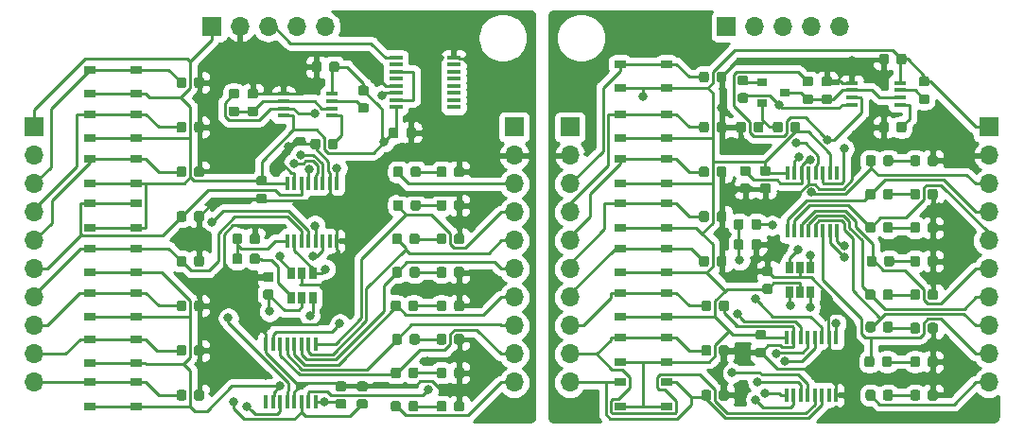
<source format=gtl>
G04 #@! TF.GenerationSoftware,KiCad,Pcbnew,(5.1.2)-1*
G04 #@! TF.CreationDate,2025-05-14T22:38:20+09:00*
G04 #@! TF.ProjectId,ShiftRegRemoteIO,53686966-7452-4656-9752-656d6f746549,v1.2*
G04 #@! TF.SameCoordinates,Original*
G04 #@! TF.FileFunction,Copper,L1,Top*
G04 #@! TF.FilePolarity,Positive*
%FSLAX46Y46*%
G04 Gerber Fmt 4.6, Leading zero omitted, Abs format (unit mm)*
G04 Created by KiCad (PCBNEW (5.1.2)-1) date 2025-05-14 22:38:20*
%MOMM*%
%LPD*%
G04 APERTURE LIST*
%ADD10C,0.100000*%
%ADD11C,0.875000*%
%ADD12R,0.650000X1.060000*%
%ADD13R,1.100000X0.400000*%
%ADD14R,0.900000X0.800000*%
%ADD15O,1.700000X1.700000*%
%ADD16R,1.700000X1.700000*%
%ADD17R,0.400000X1.200000*%
%ADD18R,1.050000X0.650000*%
%ADD19R,1.200000X0.400000*%
%ADD20C,0.800000*%
%ADD21C,0.250000*%
%ADD22C,0.254000*%
G04 APERTURE END LIST*
D10*
G36*
X164927691Y-111226053D02*
G01*
X164948926Y-111229203D01*
X164969750Y-111234419D01*
X164989962Y-111241651D01*
X165009368Y-111250830D01*
X165027781Y-111261866D01*
X165045024Y-111274654D01*
X165060930Y-111289070D01*
X165075346Y-111304976D01*
X165088134Y-111322219D01*
X165099170Y-111340632D01*
X165108349Y-111360038D01*
X165115581Y-111380250D01*
X165120797Y-111401074D01*
X165123947Y-111422309D01*
X165125000Y-111443750D01*
X165125000Y-111956250D01*
X165123947Y-111977691D01*
X165120797Y-111998926D01*
X165115581Y-112019750D01*
X165108349Y-112039962D01*
X165099170Y-112059368D01*
X165088134Y-112077781D01*
X165075346Y-112095024D01*
X165060930Y-112110930D01*
X165045024Y-112125346D01*
X165027781Y-112138134D01*
X165009368Y-112149170D01*
X164989962Y-112158349D01*
X164969750Y-112165581D01*
X164948926Y-112170797D01*
X164927691Y-112173947D01*
X164906250Y-112175000D01*
X164468750Y-112175000D01*
X164447309Y-112173947D01*
X164426074Y-112170797D01*
X164405250Y-112165581D01*
X164385038Y-112158349D01*
X164365632Y-112149170D01*
X164347219Y-112138134D01*
X164329976Y-112125346D01*
X164314070Y-112110930D01*
X164299654Y-112095024D01*
X164286866Y-112077781D01*
X164275830Y-112059368D01*
X164266651Y-112039962D01*
X164259419Y-112019750D01*
X164254203Y-111998926D01*
X164251053Y-111977691D01*
X164250000Y-111956250D01*
X164250000Y-111443750D01*
X164251053Y-111422309D01*
X164254203Y-111401074D01*
X164259419Y-111380250D01*
X164266651Y-111360038D01*
X164275830Y-111340632D01*
X164286866Y-111322219D01*
X164299654Y-111304976D01*
X164314070Y-111289070D01*
X164329976Y-111274654D01*
X164347219Y-111261866D01*
X164365632Y-111250830D01*
X164385038Y-111241651D01*
X164405250Y-111234419D01*
X164426074Y-111229203D01*
X164447309Y-111226053D01*
X164468750Y-111225000D01*
X164906250Y-111225000D01*
X164927691Y-111226053D01*
X164927691Y-111226053D01*
G37*
D11*
X164687500Y-111700000D03*
D10*
G36*
X163352691Y-111226053D02*
G01*
X163373926Y-111229203D01*
X163394750Y-111234419D01*
X163414962Y-111241651D01*
X163434368Y-111250830D01*
X163452781Y-111261866D01*
X163470024Y-111274654D01*
X163485930Y-111289070D01*
X163500346Y-111304976D01*
X163513134Y-111322219D01*
X163524170Y-111340632D01*
X163533349Y-111360038D01*
X163540581Y-111380250D01*
X163545797Y-111401074D01*
X163548947Y-111422309D01*
X163550000Y-111443750D01*
X163550000Y-111956250D01*
X163548947Y-111977691D01*
X163545797Y-111998926D01*
X163540581Y-112019750D01*
X163533349Y-112039962D01*
X163524170Y-112059368D01*
X163513134Y-112077781D01*
X163500346Y-112095024D01*
X163485930Y-112110930D01*
X163470024Y-112125346D01*
X163452781Y-112138134D01*
X163434368Y-112149170D01*
X163414962Y-112158349D01*
X163394750Y-112165581D01*
X163373926Y-112170797D01*
X163352691Y-112173947D01*
X163331250Y-112175000D01*
X162893750Y-112175000D01*
X162872309Y-112173947D01*
X162851074Y-112170797D01*
X162830250Y-112165581D01*
X162810038Y-112158349D01*
X162790632Y-112149170D01*
X162772219Y-112138134D01*
X162754976Y-112125346D01*
X162739070Y-112110930D01*
X162724654Y-112095024D01*
X162711866Y-112077781D01*
X162700830Y-112059368D01*
X162691651Y-112039962D01*
X162684419Y-112019750D01*
X162679203Y-111998926D01*
X162676053Y-111977691D01*
X162675000Y-111956250D01*
X162675000Y-111443750D01*
X162676053Y-111422309D01*
X162679203Y-111401074D01*
X162684419Y-111380250D01*
X162691651Y-111360038D01*
X162700830Y-111340632D01*
X162711866Y-111322219D01*
X162724654Y-111304976D01*
X162739070Y-111289070D01*
X162754976Y-111274654D01*
X162772219Y-111261866D01*
X162790632Y-111250830D01*
X162810038Y-111241651D01*
X162830250Y-111234419D01*
X162851074Y-111229203D01*
X162872309Y-111226053D01*
X162893750Y-111225000D01*
X163331250Y-111225000D01*
X163352691Y-111226053D01*
X163352691Y-111226053D01*
G37*
D11*
X163112500Y-111700000D03*
D10*
G36*
X120027691Y-114326053D02*
G01*
X120048926Y-114329203D01*
X120069750Y-114334419D01*
X120089962Y-114341651D01*
X120109368Y-114350830D01*
X120127781Y-114361866D01*
X120145024Y-114374654D01*
X120160930Y-114389070D01*
X120175346Y-114404976D01*
X120188134Y-114422219D01*
X120199170Y-114440632D01*
X120208349Y-114460038D01*
X120215581Y-114480250D01*
X120220797Y-114501074D01*
X120223947Y-114522309D01*
X120225000Y-114543750D01*
X120225000Y-115056250D01*
X120223947Y-115077691D01*
X120220797Y-115098926D01*
X120215581Y-115119750D01*
X120208349Y-115139962D01*
X120199170Y-115159368D01*
X120188134Y-115177781D01*
X120175346Y-115195024D01*
X120160930Y-115210930D01*
X120145024Y-115225346D01*
X120127781Y-115238134D01*
X120109368Y-115249170D01*
X120089962Y-115258349D01*
X120069750Y-115265581D01*
X120048926Y-115270797D01*
X120027691Y-115273947D01*
X120006250Y-115275000D01*
X119568750Y-115275000D01*
X119547309Y-115273947D01*
X119526074Y-115270797D01*
X119505250Y-115265581D01*
X119485038Y-115258349D01*
X119465632Y-115249170D01*
X119447219Y-115238134D01*
X119429976Y-115225346D01*
X119414070Y-115210930D01*
X119399654Y-115195024D01*
X119386866Y-115177781D01*
X119375830Y-115159368D01*
X119366651Y-115139962D01*
X119359419Y-115119750D01*
X119354203Y-115098926D01*
X119351053Y-115077691D01*
X119350000Y-115056250D01*
X119350000Y-114543750D01*
X119351053Y-114522309D01*
X119354203Y-114501074D01*
X119359419Y-114480250D01*
X119366651Y-114460038D01*
X119375830Y-114440632D01*
X119386866Y-114422219D01*
X119399654Y-114404976D01*
X119414070Y-114389070D01*
X119429976Y-114374654D01*
X119447219Y-114361866D01*
X119465632Y-114350830D01*
X119485038Y-114341651D01*
X119505250Y-114334419D01*
X119526074Y-114329203D01*
X119547309Y-114326053D01*
X119568750Y-114325000D01*
X120006250Y-114325000D01*
X120027691Y-114326053D01*
X120027691Y-114326053D01*
G37*
D11*
X119787500Y-114800000D03*
D10*
G36*
X118452691Y-114326053D02*
G01*
X118473926Y-114329203D01*
X118494750Y-114334419D01*
X118514962Y-114341651D01*
X118534368Y-114350830D01*
X118552781Y-114361866D01*
X118570024Y-114374654D01*
X118585930Y-114389070D01*
X118600346Y-114404976D01*
X118613134Y-114422219D01*
X118624170Y-114440632D01*
X118633349Y-114460038D01*
X118640581Y-114480250D01*
X118645797Y-114501074D01*
X118648947Y-114522309D01*
X118650000Y-114543750D01*
X118650000Y-115056250D01*
X118648947Y-115077691D01*
X118645797Y-115098926D01*
X118640581Y-115119750D01*
X118633349Y-115139962D01*
X118624170Y-115159368D01*
X118613134Y-115177781D01*
X118600346Y-115195024D01*
X118585930Y-115210930D01*
X118570024Y-115225346D01*
X118552781Y-115238134D01*
X118534368Y-115249170D01*
X118514962Y-115258349D01*
X118494750Y-115265581D01*
X118473926Y-115270797D01*
X118452691Y-115273947D01*
X118431250Y-115275000D01*
X117993750Y-115275000D01*
X117972309Y-115273947D01*
X117951074Y-115270797D01*
X117930250Y-115265581D01*
X117910038Y-115258349D01*
X117890632Y-115249170D01*
X117872219Y-115238134D01*
X117854976Y-115225346D01*
X117839070Y-115210930D01*
X117824654Y-115195024D01*
X117811866Y-115177781D01*
X117800830Y-115159368D01*
X117791651Y-115139962D01*
X117784419Y-115119750D01*
X117779203Y-115098926D01*
X117776053Y-115077691D01*
X117775000Y-115056250D01*
X117775000Y-114543750D01*
X117776053Y-114522309D01*
X117779203Y-114501074D01*
X117784419Y-114480250D01*
X117791651Y-114460038D01*
X117800830Y-114440632D01*
X117811866Y-114422219D01*
X117824654Y-114404976D01*
X117839070Y-114389070D01*
X117854976Y-114374654D01*
X117872219Y-114361866D01*
X117890632Y-114350830D01*
X117910038Y-114341651D01*
X117930250Y-114334419D01*
X117951074Y-114329203D01*
X117972309Y-114326053D01*
X117993750Y-114325000D01*
X118431250Y-114325000D01*
X118452691Y-114326053D01*
X118452691Y-114326053D01*
G37*
D11*
X118212500Y-114800000D03*
D10*
G36*
X164927691Y-113026053D02*
G01*
X164948926Y-113029203D01*
X164969750Y-113034419D01*
X164989962Y-113041651D01*
X165009368Y-113050830D01*
X165027781Y-113061866D01*
X165045024Y-113074654D01*
X165060930Y-113089070D01*
X165075346Y-113104976D01*
X165088134Y-113122219D01*
X165099170Y-113140632D01*
X165108349Y-113160038D01*
X165115581Y-113180250D01*
X165120797Y-113201074D01*
X165123947Y-113222309D01*
X165125000Y-113243750D01*
X165125000Y-113756250D01*
X165123947Y-113777691D01*
X165120797Y-113798926D01*
X165115581Y-113819750D01*
X165108349Y-113839962D01*
X165099170Y-113859368D01*
X165088134Y-113877781D01*
X165075346Y-113895024D01*
X165060930Y-113910930D01*
X165045024Y-113925346D01*
X165027781Y-113938134D01*
X165009368Y-113949170D01*
X164989962Y-113958349D01*
X164969750Y-113965581D01*
X164948926Y-113970797D01*
X164927691Y-113973947D01*
X164906250Y-113975000D01*
X164468750Y-113975000D01*
X164447309Y-113973947D01*
X164426074Y-113970797D01*
X164405250Y-113965581D01*
X164385038Y-113958349D01*
X164365632Y-113949170D01*
X164347219Y-113938134D01*
X164329976Y-113925346D01*
X164314070Y-113910930D01*
X164299654Y-113895024D01*
X164286866Y-113877781D01*
X164275830Y-113859368D01*
X164266651Y-113839962D01*
X164259419Y-113819750D01*
X164254203Y-113798926D01*
X164251053Y-113777691D01*
X164250000Y-113756250D01*
X164250000Y-113243750D01*
X164251053Y-113222309D01*
X164254203Y-113201074D01*
X164259419Y-113180250D01*
X164266651Y-113160038D01*
X164275830Y-113140632D01*
X164286866Y-113122219D01*
X164299654Y-113104976D01*
X164314070Y-113089070D01*
X164329976Y-113074654D01*
X164347219Y-113061866D01*
X164365632Y-113050830D01*
X164385038Y-113041651D01*
X164405250Y-113034419D01*
X164426074Y-113029203D01*
X164447309Y-113026053D01*
X164468750Y-113025000D01*
X164906250Y-113025000D01*
X164927691Y-113026053D01*
X164927691Y-113026053D01*
G37*
D11*
X164687500Y-113500000D03*
D10*
G36*
X163352691Y-113026053D02*
G01*
X163373926Y-113029203D01*
X163394750Y-113034419D01*
X163414962Y-113041651D01*
X163434368Y-113050830D01*
X163452781Y-113061866D01*
X163470024Y-113074654D01*
X163485930Y-113089070D01*
X163500346Y-113104976D01*
X163513134Y-113122219D01*
X163524170Y-113140632D01*
X163533349Y-113160038D01*
X163540581Y-113180250D01*
X163545797Y-113201074D01*
X163548947Y-113222309D01*
X163550000Y-113243750D01*
X163550000Y-113756250D01*
X163548947Y-113777691D01*
X163545797Y-113798926D01*
X163540581Y-113819750D01*
X163533349Y-113839962D01*
X163524170Y-113859368D01*
X163513134Y-113877781D01*
X163500346Y-113895024D01*
X163485930Y-113910930D01*
X163470024Y-113925346D01*
X163452781Y-113938134D01*
X163434368Y-113949170D01*
X163414962Y-113958349D01*
X163394750Y-113965581D01*
X163373926Y-113970797D01*
X163352691Y-113973947D01*
X163331250Y-113975000D01*
X162893750Y-113975000D01*
X162872309Y-113973947D01*
X162851074Y-113970797D01*
X162830250Y-113965581D01*
X162810038Y-113958349D01*
X162790632Y-113949170D01*
X162772219Y-113938134D01*
X162754976Y-113925346D01*
X162739070Y-113910930D01*
X162724654Y-113895024D01*
X162711866Y-113877781D01*
X162700830Y-113859368D01*
X162691651Y-113839962D01*
X162684419Y-113819750D01*
X162679203Y-113798926D01*
X162676053Y-113777691D01*
X162675000Y-113756250D01*
X162675000Y-113243750D01*
X162676053Y-113222309D01*
X162679203Y-113201074D01*
X162684419Y-113180250D01*
X162691651Y-113160038D01*
X162700830Y-113140632D01*
X162711866Y-113122219D01*
X162724654Y-113104976D01*
X162739070Y-113089070D01*
X162754976Y-113074654D01*
X162772219Y-113061866D01*
X162790632Y-113050830D01*
X162810038Y-113041651D01*
X162830250Y-113034419D01*
X162851074Y-113029203D01*
X162872309Y-113026053D01*
X162893750Y-113025000D01*
X163331250Y-113025000D01*
X163352691Y-113026053D01*
X163352691Y-113026053D01*
G37*
D11*
X163112500Y-113500000D03*
D10*
G36*
X120027691Y-112526053D02*
G01*
X120048926Y-112529203D01*
X120069750Y-112534419D01*
X120089962Y-112541651D01*
X120109368Y-112550830D01*
X120127781Y-112561866D01*
X120145024Y-112574654D01*
X120160930Y-112589070D01*
X120175346Y-112604976D01*
X120188134Y-112622219D01*
X120199170Y-112640632D01*
X120208349Y-112660038D01*
X120215581Y-112680250D01*
X120220797Y-112701074D01*
X120223947Y-112722309D01*
X120225000Y-112743750D01*
X120225000Y-113256250D01*
X120223947Y-113277691D01*
X120220797Y-113298926D01*
X120215581Y-113319750D01*
X120208349Y-113339962D01*
X120199170Y-113359368D01*
X120188134Y-113377781D01*
X120175346Y-113395024D01*
X120160930Y-113410930D01*
X120145024Y-113425346D01*
X120127781Y-113438134D01*
X120109368Y-113449170D01*
X120089962Y-113458349D01*
X120069750Y-113465581D01*
X120048926Y-113470797D01*
X120027691Y-113473947D01*
X120006250Y-113475000D01*
X119568750Y-113475000D01*
X119547309Y-113473947D01*
X119526074Y-113470797D01*
X119505250Y-113465581D01*
X119485038Y-113458349D01*
X119465632Y-113449170D01*
X119447219Y-113438134D01*
X119429976Y-113425346D01*
X119414070Y-113410930D01*
X119399654Y-113395024D01*
X119386866Y-113377781D01*
X119375830Y-113359368D01*
X119366651Y-113339962D01*
X119359419Y-113319750D01*
X119354203Y-113298926D01*
X119351053Y-113277691D01*
X119350000Y-113256250D01*
X119350000Y-112743750D01*
X119351053Y-112722309D01*
X119354203Y-112701074D01*
X119359419Y-112680250D01*
X119366651Y-112660038D01*
X119375830Y-112640632D01*
X119386866Y-112622219D01*
X119399654Y-112604976D01*
X119414070Y-112589070D01*
X119429976Y-112574654D01*
X119447219Y-112561866D01*
X119465632Y-112550830D01*
X119485038Y-112541651D01*
X119505250Y-112534419D01*
X119526074Y-112529203D01*
X119547309Y-112526053D01*
X119568750Y-112525000D01*
X120006250Y-112525000D01*
X120027691Y-112526053D01*
X120027691Y-112526053D01*
G37*
D11*
X119787500Y-113000000D03*
D10*
G36*
X118452691Y-112526053D02*
G01*
X118473926Y-112529203D01*
X118494750Y-112534419D01*
X118514962Y-112541651D01*
X118534368Y-112550830D01*
X118552781Y-112561866D01*
X118570024Y-112574654D01*
X118585930Y-112589070D01*
X118600346Y-112604976D01*
X118613134Y-112622219D01*
X118624170Y-112640632D01*
X118633349Y-112660038D01*
X118640581Y-112680250D01*
X118645797Y-112701074D01*
X118648947Y-112722309D01*
X118650000Y-112743750D01*
X118650000Y-113256250D01*
X118648947Y-113277691D01*
X118645797Y-113298926D01*
X118640581Y-113319750D01*
X118633349Y-113339962D01*
X118624170Y-113359368D01*
X118613134Y-113377781D01*
X118600346Y-113395024D01*
X118585930Y-113410930D01*
X118570024Y-113425346D01*
X118552781Y-113438134D01*
X118534368Y-113449170D01*
X118514962Y-113458349D01*
X118494750Y-113465581D01*
X118473926Y-113470797D01*
X118452691Y-113473947D01*
X118431250Y-113475000D01*
X117993750Y-113475000D01*
X117972309Y-113473947D01*
X117951074Y-113470797D01*
X117930250Y-113465581D01*
X117910038Y-113458349D01*
X117890632Y-113449170D01*
X117872219Y-113438134D01*
X117854976Y-113425346D01*
X117839070Y-113410930D01*
X117824654Y-113395024D01*
X117811866Y-113377781D01*
X117800830Y-113359368D01*
X117791651Y-113339962D01*
X117784419Y-113319750D01*
X117779203Y-113298926D01*
X117776053Y-113277691D01*
X117775000Y-113256250D01*
X117775000Y-112743750D01*
X117776053Y-112722309D01*
X117779203Y-112701074D01*
X117784419Y-112680250D01*
X117791651Y-112660038D01*
X117800830Y-112640632D01*
X117811866Y-112622219D01*
X117824654Y-112604976D01*
X117839070Y-112589070D01*
X117854976Y-112574654D01*
X117872219Y-112561866D01*
X117890632Y-112550830D01*
X117910038Y-112541651D01*
X117930250Y-112534419D01*
X117951074Y-112529203D01*
X117972309Y-112526053D01*
X117993750Y-112525000D01*
X118431250Y-112525000D01*
X118452691Y-112526053D01*
X118452691Y-112526053D01*
G37*
D11*
X118212500Y-113000000D03*
D10*
G36*
X132652691Y-127526053D02*
G01*
X132673926Y-127529203D01*
X132694750Y-127534419D01*
X132714962Y-127541651D01*
X132734368Y-127550830D01*
X132752781Y-127561866D01*
X132770024Y-127574654D01*
X132785930Y-127589070D01*
X132800346Y-127604976D01*
X132813134Y-127622219D01*
X132824170Y-127640632D01*
X132833349Y-127660038D01*
X132840581Y-127680250D01*
X132845797Y-127701074D01*
X132848947Y-127722309D01*
X132850000Y-127743750D01*
X132850000Y-128256250D01*
X132848947Y-128277691D01*
X132845797Y-128298926D01*
X132840581Y-128319750D01*
X132833349Y-128339962D01*
X132824170Y-128359368D01*
X132813134Y-128377781D01*
X132800346Y-128395024D01*
X132785930Y-128410930D01*
X132770024Y-128425346D01*
X132752781Y-128438134D01*
X132734368Y-128449170D01*
X132714962Y-128458349D01*
X132694750Y-128465581D01*
X132673926Y-128470797D01*
X132652691Y-128473947D01*
X132631250Y-128475000D01*
X132193750Y-128475000D01*
X132172309Y-128473947D01*
X132151074Y-128470797D01*
X132130250Y-128465581D01*
X132110038Y-128458349D01*
X132090632Y-128449170D01*
X132072219Y-128438134D01*
X132054976Y-128425346D01*
X132039070Y-128410930D01*
X132024654Y-128395024D01*
X132011866Y-128377781D01*
X132000830Y-128359368D01*
X131991651Y-128339962D01*
X131984419Y-128319750D01*
X131979203Y-128298926D01*
X131976053Y-128277691D01*
X131975000Y-128256250D01*
X131975000Y-127743750D01*
X131976053Y-127722309D01*
X131979203Y-127701074D01*
X131984419Y-127680250D01*
X131991651Y-127660038D01*
X132000830Y-127640632D01*
X132011866Y-127622219D01*
X132024654Y-127604976D01*
X132039070Y-127589070D01*
X132054976Y-127574654D01*
X132072219Y-127561866D01*
X132090632Y-127550830D01*
X132110038Y-127541651D01*
X132130250Y-127534419D01*
X132151074Y-127529203D01*
X132172309Y-127526053D01*
X132193750Y-127525000D01*
X132631250Y-127525000D01*
X132652691Y-127526053D01*
X132652691Y-127526053D01*
G37*
D11*
X132412500Y-128000000D03*
D10*
G36*
X134227691Y-127526053D02*
G01*
X134248926Y-127529203D01*
X134269750Y-127534419D01*
X134289962Y-127541651D01*
X134309368Y-127550830D01*
X134327781Y-127561866D01*
X134345024Y-127574654D01*
X134360930Y-127589070D01*
X134375346Y-127604976D01*
X134388134Y-127622219D01*
X134399170Y-127640632D01*
X134408349Y-127660038D01*
X134415581Y-127680250D01*
X134420797Y-127701074D01*
X134423947Y-127722309D01*
X134425000Y-127743750D01*
X134425000Y-128256250D01*
X134423947Y-128277691D01*
X134420797Y-128298926D01*
X134415581Y-128319750D01*
X134408349Y-128339962D01*
X134399170Y-128359368D01*
X134388134Y-128377781D01*
X134375346Y-128395024D01*
X134360930Y-128410930D01*
X134345024Y-128425346D01*
X134327781Y-128438134D01*
X134309368Y-128449170D01*
X134289962Y-128458349D01*
X134269750Y-128465581D01*
X134248926Y-128470797D01*
X134227691Y-128473947D01*
X134206250Y-128475000D01*
X133768750Y-128475000D01*
X133747309Y-128473947D01*
X133726074Y-128470797D01*
X133705250Y-128465581D01*
X133685038Y-128458349D01*
X133665632Y-128449170D01*
X133647219Y-128438134D01*
X133629976Y-128425346D01*
X133614070Y-128410930D01*
X133599654Y-128395024D01*
X133586866Y-128377781D01*
X133575830Y-128359368D01*
X133566651Y-128339962D01*
X133559419Y-128319750D01*
X133554203Y-128298926D01*
X133551053Y-128277691D01*
X133550000Y-128256250D01*
X133550000Y-127743750D01*
X133551053Y-127722309D01*
X133554203Y-127701074D01*
X133559419Y-127680250D01*
X133566651Y-127660038D01*
X133575830Y-127640632D01*
X133586866Y-127622219D01*
X133599654Y-127604976D01*
X133614070Y-127589070D01*
X133629976Y-127574654D01*
X133647219Y-127561866D01*
X133665632Y-127550830D01*
X133685038Y-127541651D01*
X133705250Y-127534419D01*
X133726074Y-127529203D01*
X133747309Y-127526053D01*
X133768750Y-127525000D01*
X134206250Y-127525000D01*
X134227691Y-127526053D01*
X134227691Y-127526053D01*
G37*
D11*
X133987500Y-128000000D03*
D10*
G36*
X132652691Y-124526053D02*
G01*
X132673926Y-124529203D01*
X132694750Y-124534419D01*
X132714962Y-124541651D01*
X132734368Y-124550830D01*
X132752781Y-124561866D01*
X132770024Y-124574654D01*
X132785930Y-124589070D01*
X132800346Y-124604976D01*
X132813134Y-124622219D01*
X132824170Y-124640632D01*
X132833349Y-124660038D01*
X132840581Y-124680250D01*
X132845797Y-124701074D01*
X132848947Y-124722309D01*
X132850000Y-124743750D01*
X132850000Y-125256250D01*
X132848947Y-125277691D01*
X132845797Y-125298926D01*
X132840581Y-125319750D01*
X132833349Y-125339962D01*
X132824170Y-125359368D01*
X132813134Y-125377781D01*
X132800346Y-125395024D01*
X132785930Y-125410930D01*
X132770024Y-125425346D01*
X132752781Y-125438134D01*
X132734368Y-125449170D01*
X132714962Y-125458349D01*
X132694750Y-125465581D01*
X132673926Y-125470797D01*
X132652691Y-125473947D01*
X132631250Y-125475000D01*
X132193750Y-125475000D01*
X132172309Y-125473947D01*
X132151074Y-125470797D01*
X132130250Y-125465581D01*
X132110038Y-125458349D01*
X132090632Y-125449170D01*
X132072219Y-125438134D01*
X132054976Y-125425346D01*
X132039070Y-125410930D01*
X132024654Y-125395024D01*
X132011866Y-125377781D01*
X132000830Y-125359368D01*
X131991651Y-125339962D01*
X131984419Y-125319750D01*
X131979203Y-125298926D01*
X131976053Y-125277691D01*
X131975000Y-125256250D01*
X131975000Y-124743750D01*
X131976053Y-124722309D01*
X131979203Y-124701074D01*
X131984419Y-124680250D01*
X131991651Y-124660038D01*
X132000830Y-124640632D01*
X132011866Y-124622219D01*
X132024654Y-124604976D01*
X132039070Y-124589070D01*
X132054976Y-124574654D01*
X132072219Y-124561866D01*
X132090632Y-124550830D01*
X132110038Y-124541651D01*
X132130250Y-124534419D01*
X132151074Y-124529203D01*
X132172309Y-124526053D01*
X132193750Y-124525000D01*
X132631250Y-124525000D01*
X132652691Y-124526053D01*
X132652691Y-124526053D01*
G37*
D11*
X132412500Y-125000000D03*
D10*
G36*
X134227691Y-124526053D02*
G01*
X134248926Y-124529203D01*
X134269750Y-124534419D01*
X134289962Y-124541651D01*
X134309368Y-124550830D01*
X134327781Y-124561866D01*
X134345024Y-124574654D01*
X134360930Y-124589070D01*
X134375346Y-124604976D01*
X134388134Y-124622219D01*
X134399170Y-124640632D01*
X134408349Y-124660038D01*
X134415581Y-124680250D01*
X134420797Y-124701074D01*
X134423947Y-124722309D01*
X134425000Y-124743750D01*
X134425000Y-125256250D01*
X134423947Y-125277691D01*
X134420797Y-125298926D01*
X134415581Y-125319750D01*
X134408349Y-125339962D01*
X134399170Y-125359368D01*
X134388134Y-125377781D01*
X134375346Y-125395024D01*
X134360930Y-125410930D01*
X134345024Y-125425346D01*
X134327781Y-125438134D01*
X134309368Y-125449170D01*
X134289962Y-125458349D01*
X134269750Y-125465581D01*
X134248926Y-125470797D01*
X134227691Y-125473947D01*
X134206250Y-125475000D01*
X133768750Y-125475000D01*
X133747309Y-125473947D01*
X133726074Y-125470797D01*
X133705250Y-125465581D01*
X133685038Y-125458349D01*
X133665632Y-125449170D01*
X133647219Y-125438134D01*
X133629976Y-125425346D01*
X133614070Y-125410930D01*
X133599654Y-125395024D01*
X133586866Y-125377781D01*
X133575830Y-125359368D01*
X133566651Y-125339962D01*
X133559419Y-125319750D01*
X133554203Y-125298926D01*
X133551053Y-125277691D01*
X133550000Y-125256250D01*
X133550000Y-124743750D01*
X133551053Y-124722309D01*
X133554203Y-124701074D01*
X133559419Y-124680250D01*
X133566651Y-124660038D01*
X133575830Y-124640632D01*
X133586866Y-124622219D01*
X133599654Y-124604976D01*
X133614070Y-124589070D01*
X133629976Y-124574654D01*
X133647219Y-124561866D01*
X133665632Y-124550830D01*
X133685038Y-124541651D01*
X133705250Y-124534419D01*
X133726074Y-124529203D01*
X133747309Y-124526053D01*
X133768750Y-124525000D01*
X134206250Y-124525000D01*
X134227691Y-124526053D01*
X134227691Y-124526053D01*
G37*
D11*
X133987500Y-125000000D03*
D10*
G36*
X132752691Y-121526053D02*
G01*
X132773926Y-121529203D01*
X132794750Y-121534419D01*
X132814962Y-121541651D01*
X132834368Y-121550830D01*
X132852781Y-121561866D01*
X132870024Y-121574654D01*
X132885930Y-121589070D01*
X132900346Y-121604976D01*
X132913134Y-121622219D01*
X132924170Y-121640632D01*
X132933349Y-121660038D01*
X132940581Y-121680250D01*
X132945797Y-121701074D01*
X132948947Y-121722309D01*
X132950000Y-121743750D01*
X132950000Y-122256250D01*
X132948947Y-122277691D01*
X132945797Y-122298926D01*
X132940581Y-122319750D01*
X132933349Y-122339962D01*
X132924170Y-122359368D01*
X132913134Y-122377781D01*
X132900346Y-122395024D01*
X132885930Y-122410930D01*
X132870024Y-122425346D01*
X132852781Y-122438134D01*
X132834368Y-122449170D01*
X132814962Y-122458349D01*
X132794750Y-122465581D01*
X132773926Y-122470797D01*
X132752691Y-122473947D01*
X132731250Y-122475000D01*
X132293750Y-122475000D01*
X132272309Y-122473947D01*
X132251074Y-122470797D01*
X132230250Y-122465581D01*
X132210038Y-122458349D01*
X132190632Y-122449170D01*
X132172219Y-122438134D01*
X132154976Y-122425346D01*
X132139070Y-122410930D01*
X132124654Y-122395024D01*
X132111866Y-122377781D01*
X132100830Y-122359368D01*
X132091651Y-122339962D01*
X132084419Y-122319750D01*
X132079203Y-122298926D01*
X132076053Y-122277691D01*
X132075000Y-122256250D01*
X132075000Y-121743750D01*
X132076053Y-121722309D01*
X132079203Y-121701074D01*
X132084419Y-121680250D01*
X132091651Y-121660038D01*
X132100830Y-121640632D01*
X132111866Y-121622219D01*
X132124654Y-121604976D01*
X132139070Y-121589070D01*
X132154976Y-121574654D01*
X132172219Y-121561866D01*
X132190632Y-121550830D01*
X132210038Y-121541651D01*
X132230250Y-121534419D01*
X132251074Y-121529203D01*
X132272309Y-121526053D01*
X132293750Y-121525000D01*
X132731250Y-121525000D01*
X132752691Y-121526053D01*
X132752691Y-121526053D01*
G37*
D11*
X132512500Y-122000000D03*
D10*
G36*
X134327691Y-121526053D02*
G01*
X134348926Y-121529203D01*
X134369750Y-121534419D01*
X134389962Y-121541651D01*
X134409368Y-121550830D01*
X134427781Y-121561866D01*
X134445024Y-121574654D01*
X134460930Y-121589070D01*
X134475346Y-121604976D01*
X134488134Y-121622219D01*
X134499170Y-121640632D01*
X134508349Y-121660038D01*
X134515581Y-121680250D01*
X134520797Y-121701074D01*
X134523947Y-121722309D01*
X134525000Y-121743750D01*
X134525000Y-122256250D01*
X134523947Y-122277691D01*
X134520797Y-122298926D01*
X134515581Y-122319750D01*
X134508349Y-122339962D01*
X134499170Y-122359368D01*
X134488134Y-122377781D01*
X134475346Y-122395024D01*
X134460930Y-122410930D01*
X134445024Y-122425346D01*
X134427781Y-122438134D01*
X134409368Y-122449170D01*
X134389962Y-122458349D01*
X134369750Y-122465581D01*
X134348926Y-122470797D01*
X134327691Y-122473947D01*
X134306250Y-122475000D01*
X133868750Y-122475000D01*
X133847309Y-122473947D01*
X133826074Y-122470797D01*
X133805250Y-122465581D01*
X133785038Y-122458349D01*
X133765632Y-122449170D01*
X133747219Y-122438134D01*
X133729976Y-122425346D01*
X133714070Y-122410930D01*
X133699654Y-122395024D01*
X133686866Y-122377781D01*
X133675830Y-122359368D01*
X133666651Y-122339962D01*
X133659419Y-122319750D01*
X133654203Y-122298926D01*
X133651053Y-122277691D01*
X133650000Y-122256250D01*
X133650000Y-121743750D01*
X133651053Y-121722309D01*
X133654203Y-121701074D01*
X133659419Y-121680250D01*
X133666651Y-121660038D01*
X133675830Y-121640632D01*
X133686866Y-121622219D01*
X133699654Y-121604976D01*
X133714070Y-121589070D01*
X133729976Y-121574654D01*
X133747219Y-121561866D01*
X133765632Y-121550830D01*
X133785038Y-121541651D01*
X133805250Y-121534419D01*
X133826074Y-121529203D01*
X133847309Y-121526053D01*
X133868750Y-121525000D01*
X134306250Y-121525000D01*
X134327691Y-121526053D01*
X134327691Y-121526053D01*
G37*
D11*
X134087500Y-122000000D03*
D10*
G36*
X132652691Y-118526053D02*
G01*
X132673926Y-118529203D01*
X132694750Y-118534419D01*
X132714962Y-118541651D01*
X132734368Y-118550830D01*
X132752781Y-118561866D01*
X132770024Y-118574654D01*
X132785930Y-118589070D01*
X132800346Y-118604976D01*
X132813134Y-118622219D01*
X132824170Y-118640632D01*
X132833349Y-118660038D01*
X132840581Y-118680250D01*
X132845797Y-118701074D01*
X132848947Y-118722309D01*
X132850000Y-118743750D01*
X132850000Y-119256250D01*
X132848947Y-119277691D01*
X132845797Y-119298926D01*
X132840581Y-119319750D01*
X132833349Y-119339962D01*
X132824170Y-119359368D01*
X132813134Y-119377781D01*
X132800346Y-119395024D01*
X132785930Y-119410930D01*
X132770024Y-119425346D01*
X132752781Y-119438134D01*
X132734368Y-119449170D01*
X132714962Y-119458349D01*
X132694750Y-119465581D01*
X132673926Y-119470797D01*
X132652691Y-119473947D01*
X132631250Y-119475000D01*
X132193750Y-119475000D01*
X132172309Y-119473947D01*
X132151074Y-119470797D01*
X132130250Y-119465581D01*
X132110038Y-119458349D01*
X132090632Y-119449170D01*
X132072219Y-119438134D01*
X132054976Y-119425346D01*
X132039070Y-119410930D01*
X132024654Y-119395024D01*
X132011866Y-119377781D01*
X132000830Y-119359368D01*
X131991651Y-119339962D01*
X131984419Y-119319750D01*
X131979203Y-119298926D01*
X131976053Y-119277691D01*
X131975000Y-119256250D01*
X131975000Y-118743750D01*
X131976053Y-118722309D01*
X131979203Y-118701074D01*
X131984419Y-118680250D01*
X131991651Y-118660038D01*
X132000830Y-118640632D01*
X132011866Y-118622219D01*
X132024654Y-118604976D01*
X132039070Y-118589070D01*
X132054976Y-118574654D01*
X132072219Y-118561866D01*
X132090632Y-118550830D01*
X132110038Y-118541651D01*
X132130250Y-118534419D01*
X132151074Y-118529203D01*
X132172309Y-118526053D01*
X132193750Y-118525000D01*
X132631250Y-118525000D01*
X132652691Y-118526053D01*
X132652691Y-118526053D01*
G37*
D11*
X132412500Y-119000000D03*
D10*
G36*
X134227691Y-118526053D02*
G01*
X134248926Y-118529203D01*
X134269750Y-118534419D01*
X134289962Y-118541651D01*
X134309368Y-118550830D01*
X134327781Y-118561866D01*
X134345024Y-118574654D01*
X134360930Y-118589070D01*
X134375346Y-118604976D01*
X134388134Y-118622219D01*
X134399170Y-118640632D01*
X134408349Y-118660038D01*
X134415581Y-118680250D01*
X134420797Y-118701074D01*
X134423947Y-118722309D01*
X134425000Y-118743750D01*
X134425000Y-119256250D01*
X134423947Y-119277691D01*
X134420797Y-119298926D01*
X134415581Y-119319750D01*
X134408349Y-119339962D01*
X134399170Y-119359368D01*
X134388134Y-119377781D01*
X134375346Y-119395024D01*
X134360930Y-119410930D01*
X134345024Y-119425346D01*
X134327781Y-119438134D01*
X134309368Y-119449170D01*
X134289962Y-119458349D01*
X134269750Y-119465581D01*
X134248926Y-119470797D01*
X134227691Y-119473947D01*
X134206250Y-119475000D01*
X133768750Y-119475000D01*
X133747309Y-119473947D01*
X133726074Y-119470797D01*
X133705250Y-119465581D01*
X133685038Y-119458349D01*
X133665632Y-119449170D01*
X133647219Y-119438134D01*
X133629976Y-119425346D01*
X133614070Y-119410930D01*
X133599654Y-119395024D01*
X133586866Y-119377781D01*
X133575830Y-119359368D01*
X133566651Y-119339962D01*
X133559419Y-119319750D01*
X133554203Y-119298926D01*
X133551053Y-119277691D01*
X133550000Y-119256250D01*
X133550000Y-118743750D01*
X133551053Y-118722309D01*
X133554203Y-118701074D01*
X133559419Y-118680250D01*
X133566651Y-118660038D01*
X133575830Y-118640632D01*
X133586866Y-118622219D01*
X133599654Y-118604976D01*
X133614070Y-118589070D01*
X133629976Y-118574654D01*
X133647219Y-118561866D01*
X133665632Y-118550830D01*
X133685038Y-118541651D01*
X133705250Y-118534419D01*
X133726074Y-118529203D01*
X133747309Y-118526053D01*
X133768750Y-118525000D01*
X134206250Y-118525000D01*
X134227691Y-118526053D01*
X134227691Y-118526053D01*
G37*
D11*
X133987500Y-119000000D03*
D10*
G36*
X132752691Y-115526053D02*
G01*
X132773926Y-115529203D01*
X132794750Y-115534419D01*
X132814962Y-115541651D01*
X132834368Y-115550830D01*
X132852781Y-115561866D01*
X132870024Y-115574654D01*
X132885930Y-115589070D01*
X132900346Y-115604976D01*
X132913134Y-115622219D01*
X132924170Y-115640632D01*
X132933349Y-115660038D01*
X132940581Y-115680250D01*
X132945797Y-115701074D01*
X132948947Y-115722309D01*
X132950000Y-115743750D01*
X132950000Y-116256250D01*
X132948947Y-116277691D01*
X132945797Y-116298926D01*
X132940581Y-116319750D01*
X132933349Y-116339962D01*
X132924170Y-116359368D01*
X132913134Y-116377781D01*
X132900346Y-116395024D01*
X132885930Y-116410930D01*
X132870024Y-116425346D01*
X132852781Y-116438134D01*
X132834368Y-116449170D01*
X132814962Y-116458349D01*
X132794750Y-116465581D01*
X132773926Y-116470797D01*
X132752691Y-116473947D01*
X132731250Y-116475000D01*
X132293750Y-116475000D01*
X132272309Y-116473947D01*
X132251074Y-116470797D01*
X132230250Y-116465581D01*
X132210038Y-116458349D01*
X132190632Y-116449170D01*
X132172219Y-116438134D01*
X132154976Y-116425346D01*
X132139070Y-116410930D01*
X132124654Y-116395024D01*
X132111866Y-116377781D01*
X132100830Y-116359368D01*
X132091651Y-116339962D01*
X132084419Y-116319750D01*
X132079203Y-116298926D01*
X132076053Y-116277691D01*
X132075000Y-116256250D01*
X132075000Y-115743750D01*
X132076053Y-115722309D01*
X132079203Y-115701074D01*
X132084419Y-115680250D01*
X132091651Y-115660038D01*
X132100830Y-115640632D01*
X132111866Y-115622219D01*
X132124654Y-115604976D01*
X132139070Y-115589070D01*
X132154976Y-115574654D01*
X132172219Y-115561866D01*
X132190632Y-115550830D01*
X132210038Y-115541651D01*
X132230250Y-115534419D01*
X132251074Y-115529203D01*
X132272309Y-115526053D01*
X132293750Y-115525000D01*
X132731250Y-115525000D01*
X132752691Y-115526053D01*
X132752691Y-115526053D01*
G37*
D11*
X132512500Y-116000000D03*
D10*
G36*
X134327691Y-115526053D02*
G01*
X134348926Y-115529203D01*
X134369750Y-115534419D01*
X134389962Y-115541651D01*
X134409368Y-115550830D01*
X134427781Y-115561866D01*
X134445024Y-115574654D01*
X134460930Y-115589070D01*
X134475346Y-115604976D01*
X134488134Y-115622219D01*
X134499170Y-115640632D01*
X134508349Y-115660038D01*
X134515581Y-115680250D01*
X134520797Y-115701074D01*
X134523947Y-115722309D01*
X134525000Y-115743750D01*
X134525000Y-116256250D01*
X134523947Y-116277691D01*
X134520797Y-116298926D01*
X134515581Y-116319750D01*
X134508349Y-116339962D01*
X134499170Y-116359368D01*
X134488134Y-116377781D01*
X134475346Y-116395024D01*
X134460930Y-116410930D01*
X134445024Y-116425346D01*
X134427781Y-116438134D01*
X134409368Y-116449170D01*
X134389962Y-116458349D01*
X134369750Y-116465581D01*
X134348926Y-116470797D01*
X134327691Y-116473947D01*
X134306250Y-116475000D01*
X133868750Y-116475000D01*
X133847309Y-116473947D01*
X133826074Y-116470797D01*
X133805250Y-116465581D01*
X133785038Y-116458349D01*
X133765632Y-116449170D01*
X133747219Y-116438134D01*
X133729976Y-116425346D01*
X133714070Y-116410930D01*
X133699654Y-116395024D01*
X133686866Y-116377781D01*
X133675830Y-116359368D01*
X133666651Y-116339962D01*
X133659419Y-116319750D01*
X133654203Y-116298926D01*
X133651053Y-116277691D01*
X133650000Y-116256250D01*
X133650000Y-115743750D01*
X133651053Y-115722309D01*
X133654203Y-115701074D01*
X133659419Y-115680250D01*
X133666651Y-115660038D01*
X133675830Y-115640632D01*
X133686866Y-115622219D01*
X133699654Y-115604976D01*
X133714070Y-115589070D01*
X133729976Y-115574654D01*
X133747219Y-115561866D01*
X133765632Y-115550830D01*
X133785038Y-115541651D01*
X133805250Y-115534419D01*
X133826074Y-115529203D01*
X133847309Y-115526053D01*
X133868750Y-115525000D01*
X134306250Y-115525000D01*
X134327691Y-115526053D01*
X134327691Y-115526053D01*
G37*
D11*
X134087500Y-116000000D03*
D10*
G36*
X132752691Y-112526053D02*
G01*
X132773926Y-112529203D01*
X132794750Y-112534419D01*
X132814962Y-112541651D01*
X132834368Y-112550830D01*
X132852781Y-112561866D01*
X132870024Y-112574654D01*
X132885930Y-112589070D01*
X132900346Y-112604976D01*
X132913134Y-112622219D01*
X132924170Y-112640632D01*
X132933349Y-112660038D01*
X132940581Y-112680250D01*
X132945797Y-112701074D01*
X132948947Y-112722309D01*
X132950000Y-112743750D01*
X132950000Y-113256250D01*
X132948947Y-113277691D01*
X132945797Y-113298926D01*
X132940581Y-113319750D01*
X132933349Y-113339962D01*
X132924170Y-113359368D01*
X132913134Y-113377781D01*
X132900346Y-113395024D01*
X132885930Y-113410930D01*
X132870024Y-113425346D01*
X132852781Y-113438134D01*
X132834368Y-113449170D01*
X132814962Y-113458349D01*
X132794750Y-113465581D01*
X132773926Y-113470797D01*
X132752691Y-113473947D01*
X132731250Y-113475000D01*
X132293750Y-113475000D01*
X132272309Y-113473947D01*
X132251074Y-113470797D01*
X132230250Y-113465581D01*
X132210038Y-113458349D01*
X132190632Y-113449170D01*
X132172219Y-113438134D01*
X132154976Y-113425346D01*
X132139070Y-113410930D01*
X132124654Y-113395024D01*
X132111866Y-113377781D01*
X132100830Y-113359368D01*
X132091651Y-113339962D01*
X132084419Y-113319750D01*
X132079203Y-113298926D01*
X132076053Y-113277691D01*
X132075000Y-113256250D01*
X132075000Y-112743750D01*
X132076053Y-112722309D01*
X132079203Y-112701074D01*
X132084419Y-112680250D01*
X132091651Y-112660038D01*
X132100830Y-112640632D01*
X132111866Y-112622219D01*
X132124654Y-112604976D01*
X132139070Y-112589070D01*
X132154976Y-112574654D01*
X132172219Y-112561866D01*
X132190632Y-112550830D01*
X132210038Y-112541651D01*
X132230250Y-112534419D01*
X132251074Y-112529203D01*
X132272309Y-112526053D01*
X132293750Y-112525000D01*
X132731250Y-112525000D01*
X132752691Y-112526053D01*
X132752691Y-112526053D01*
G37*
D11*
X132512500Y-113000000D03*
D10*
G36*
X134327691Y-112526053D02*
G01*
X134348926Y-112529203D01*
X134369750Y-112534419D01*
X134389962Y-112541651D01*
X134409368Y-112550830D01*
X134427781Y-112561866D01*
X134445024Y-112574654D01*
X134460930Y-112589070D01*
X134475346Y-112604976D01*
X134488134Y-112622219D01*
X134499170Y-112640632D01*
X134508349Y-112660038D01*
X134515581Y-112680250D01*
X134520797Y-112701074D01*
X134523947Y-112722309D01*
X134525000Y-112743750D01*
X134525000Y-113256250D01*
X134523947Y-113277691D01*
X134520797Y-113298926D01*
X134515581Y-113319750D01*
X134508349Y-113339962D01*
X134499170Y-113359368D01*
X134488134Y-113377781D01*
X134475346Y-113395024D01*
X134460930Y-113410930D01*
X134445024Y-113425346D01*
X134427781Y-113438134D01*
X134409368Y-113449170D01*
X134389962Y-113458349D01*
X134369750Y-113465581D01*
X134348926Y-113470797D01*
X134327691Y-113473947D01*
X134306250Y-113475000D01*
X133868750Y-113475000D01*
X133847309Y-113473947D01*
X133826074Y-113470797D01*
X133805250Y-113465581D01*
X133785038Y-113458349D01*
X133765632Y-113449170D01*
X133747219Y-113438134D01*
X133729976Y-113425346D01*
X133714070Y-113410930D01*
X133699654Y-113395024D01*
X133686866Y-113377781D01*
X133675830Y-113359368D01*
X133666651Y-113339962D01*
X133659419Y-113319750D01*
X133654203Y-113298926D01*
X133651053Y-113277691D01*
X133650000Y-113256250D01*
X133650000Y-112743750D01*
X133651053Y-112722309D01*
X133654203Y-112701074D01*
X133659419Y-112680250D01*
X133666651Y-112660038D01*
X133675830Y-112640632D01*
X133686866Y-112622219D01*
X133699654Y-112604976D01*
X133714070Y-112589070D01*
X133729976Y-112574654D01*
X133747219Y-112561866D01*
X133765632Y-112550830D01*
X133785038Y-112541651D01*
X133805250Y-112534419D01*
X133826074Y-112529203D01*
X133847309Y-112526053D01*
X133868750Y-112525000D01*
X134306250Y-112525000D01*
X134327691Y-112526053D01*
X134327691Y-112526053D01*
G37*
D11*
X134087500Y-113000000D03*
D10*
G36*
X132852691Y-109526053D02*
G01*
X132873926Y-109529203D01*
X132894750Y-109534419D01*
X132914962Y-109541651D01*
X132934368Y-109550830D01*
X132952781Y-109561866D01*
X132970024Y-109574654D01*
X132985930Y-109589070D01*
X133000346Y-109604976D01*
X133013134Y-109622219D01*
X133024170Y-109640632D01*
X133033349Y-109660038D01*
X133040581Y-109680250D01*
X133045797Y-109701074D01*
X133048947Y-109722309D01*
X133050000Y-109743750D01*
X133050000Y-110256250D01*
X133048947Y-110277691D01*
X133045797Y-110298926D01*
X133040581Y-110319750D01*
X133033349Y-110339962D01*
X133024170Y-110359368D01*
X133013134Y-110377781D01*
X133000346Y-110395024D01*
X132985930Y-110410930D01*
X132970024Y-110425346D01*
X132952781Y-110438134D01*
X132934368Y-110449170D01*
X132914962Y-110458349D01*
X132894750Y-110465581D01*
X132873926Y-110470797D01*
X132852691Y-110473947D01*
X132831250Y-110475000D01*
X132393750Y-110475000D01*
X132372309Y-110473947D01*
X132351074Y-110470797D01*
X132330250Y-110465581D01*
X132310038Y-110458349D01*
X132290632Y-110449170D01*
X132272219Y-110438134D01*
X132254976Y-110425346D01*
X132239070Y-110410930D01*
X132224654Y-110395024D01*
X132211866Y-110377781D01*
X132200830Y-110359368D01*
X132191651Y-110339962D01*
X132184419Y-110319750D01*
X132179203Y-110298926D01*
X132176053Y-110277691D01*
X132175000Y-110256250D01*
X132175000Y-109743750D01*
X132176053Y-109722309D01*
X132179203Y-109701074D01*
X132184419Y-109680250D01*
X132191651Y-109660038D01*
X132200830Y-109640632D01*
X132211866Y-109622219D01*
X132224654Y-109604976D01*
X132239070Y-109589070D01*
X132254976Y-109574654D01*
X132272219Y-109561866D01*
X132290632Y-109550830D01*
X132310038Y-109541651D01*
X132330250Y-109534419D01*
X132351074Y-109529203D01*
X132372309Y-109526053D01*
X132393750Y-109525000D01*
X132831250Y-109525000D01*
X132852691Y-109526053D01*
X132852691Y-109526053D01*
G37*
D11*
X132612500Y-110000000D03*
D10*
G36*
X134427691Y-109526053D02*
G01*
X134448926Y-109529203D01*
X134469750Y-109534419D01*
X134489962Y-109541651D01*
X134509368Y-109550830D01*
X134527781Y-109561866D01*
X134545024Y-109574654D01*
X134560930Y-109589070D01*
X134575346Y-109604976D01*
X134588134Y-109622219D01*
X134599170Y-109640632D01*
X134608349Y-109660038D01*
X134615581Y-109680250D01*
X134620797Y-109701074D01*
X134623947Y-109722309D01*
X134625000Y-109743750D01*
X134625000Y-110256250D01*
X134623947Y-110277691D01*
X134620797Y-110298926D01*
X134615581Y-110319750D01*
X134608349Y-110339962D01*
X134599170Y-110359368D01*
X134588134Y-110377781D01*
X134575346Y-110395024D01*
X134560930Y-110410930D01*
X134545024Y-110425346D01*
X134527781Y-110438134D01*
X134509368Y-110449170D01*
X134489962Y-110458349D01*
X134469750Y-110465581D01*
X134448926Y-110470797D01*
X134427691Y-110473947D01*
X134406250Y-110475000D01*
X133968750Y-110475000D01*
X133947309Y-110473947D01*
X133926074Y-110470797D01*
X133905250Y-110465581D01*
X133885038Y-110458349D01*
X133865632Y-110449170D01*
X133847219Y-110438134D01*
X133829976Y-110425346D01*
X133814070Y-110410930D01*
X133799654Y-110395024D01*
X133786866Y-110377781D01*
X133775830Y-110359368D01*
X133766651Y-110339962D01*
X133759419Y-110319750D01*
X133754203Y-110298926D01*
X133751053Y-110277691D01*
X133750000Y-110256250D01*
X133750000Y-109743750D01*
X133751053Y-109722309D01*
X133754203Y-109701074D01*
X133759419Y-109680250D01*
X133766651Y-109660038D01*
X133775830Y-109640632D01*
X133786866Y-109622219D01*
X133799654Y-109604976D01*
X133814070Y-109589070D01*
X133829976Y-109574654D01*
X133847219Y-109561866D01*
X133865632Y-109550830D01*
X133885038Y-109541651D01*
X133905250Y-109534419D01*
X133926074Y-109529203D01*
X133947309Y-109526053D01*
X133968750Y-109525000D01*
X134406250Y-109525000D01*
X134427691Y-109526053D01*
X134427691Y-109526053D01*
G37*
D11*
X134187500Y-110000000D03*
D10*
G36*
X132852691Y-106526053D02*
G01*
X132873926Y-106529203D01*
X132894750Y-106534419D01*
X132914962Y-106541651D01*
X132934368Y-106550830D01*
X132952781Y-106561866D01*
X132970024Y-106574654D01*
X132985930Y-106589070D01*
X133000346Y-106604976D01*
X133013134Y-106622219D01*
X133024170Y-106640632D01*
X133033349Y-106660038D01*
X133040581Y-106680250D01*
X133045797Y-106701074D01*
X133048947Y-106722309D01*
X133050000Y-106743750D01*
X133050000Y-107256250D01*
X133048947Y-107277691D01*
X133045797Y-107298926D01*
X133040581Y-107319750D01*
X133033349Y-107339962D01*
X133024170Y-107359368D01*
X133013134Y-107377781D01*
X133000346Y-107395024D01*
X132985930Y-107410930D01*
X132970024Y-107425346D01*
X132952781Y-107438134D01*
X132934368Y-107449170D01*
X132914962Y-107458349D01*
X132894750Y-107465581D01*
X132873926Y-107470797D01*
X132852691Y-107473947D01*
X132831250Y-107475000D01*
X132393750Y-107475000D01*
X132372309Y-107473947D01*
X132351074Y-107470797D01*
X132330250Y-107465581D01*
X132310038Y-107458349D01*
X132290632Y-107449170D01*
X132272219Y-107438134D01*
X132254976Y-107425346D01*
X132239070Y-107410930D01*
X132224654Y-107395024D01*
X132211866Y-107377781D01*
X132200830Y-107359368D01*
X132191651Y-107339962D01*
X132184419Y-107319750D01*
X132179203Y-107298926D01*
X132176053Y-107277691D01*
X132175000Y-107256250D01*
X132175000Y-106743750D01*
X132176053Y-106722309D01*
X132179203Y-106701074D01*
X132184419Y-106680250D01*
X132191651Y-106660038D01*
X132200830Y-106640632D01*
X132211866Y-106622219D01*
X132224654Y-106604976D01*
X132239070Y-106589070D01*
X132254976Y-106574654D01*
X132272219Y-106561866D01*
X132290632Y-106550830D01*
X132310038Y-106541651D01*
X132330250Y-106534419D01*
X132351074Y-106529203D01*
X132372309Y-106526053D01*
X132393750Y-106525000D01*
X132831250Y-106525000D01*
X132852691Y-106526053D01*
X132852691Y-106526053D01*
G37*
D11*
X132612500Y-107000000D03*
D10*
G36*
X134427691Y-106526053D02*
G01*
X134448926Y-106529203D01*
X134469750Y-106534419D01*
X134489962Y-106541651D01*
X134509368Y-106550830D01*
X134527781Y-106561866D01*
X134545024Y-106574654D01*
X134560930Y-106589070D01*
X134575346Y-106604976D01*
X134588134Y-106622219D01*
X134599170Y-106640632D01*
X134608349Y-106660038D01*
X134615581Y-106680250D01*
X134620797Y-106701074D01*
X134623947Y-106722309D01*
X134625000Y-106743750D01*
X134625000Y-107256250D01*
X134623947Y-107277691D01*
X134620797Y-107298926D01*
X134615581Y-107319750D01*
X134608349Y-107339962D01*
X134599170Y-107359368D01*
X134588134Y-107377781D01*
X134575346Y-107395024D01*
X134560930Y-107410930D01*
X134545024Y-107425346D01*
X134527781Y-107438134D01*
X134509368Y-107449170D01*
X134489962Y-107458349D01*
X134469750Y-107465581D01*
X134448926Y-107470797D01*
X134427691Y-107473947D01*
X134406250Y-107475000D01*
X133968750Y-107475000D01*
X133947309Y-107473947D01*
X133926074Y-107470797D01*
X133905250Y-107465581D01*
X133885038Y-107458349D01*
X133865632Y-107449170D01*
X133847219Y-107438134D01*
X133829976Y-107425346D01*
X133814070Y-107410930D01*
X133799654Y-107395024D01*
X133786866Y-107377781D01*
X133775830Y-107359368D01*
X133766651Y-107339962D01*
X133759419Y-107319750D01*
X133754203Y-107298926D01*
X133751053Y-107277691D01*
X133750000Y-107256250D01*
X133750000Y-106743750D01*
X133751053Y-106722309D01*
X133754203Y-106701074D01*
X133759419Y-106680250D01*
X133766651Y-106660038D01*
X133775830Y-106640632D01*
X133786866Y-106622219D01*
X133799654Y-106604976D01*
X133814070Y-106589070D01*
X133829976Y-106574654D01*
X133847219Y-106561866D01*
X133865632Y-106550830D01*
X133885038Y-106541651D01*
X133905250Y-106534419D01*
X133926074Y-106529203D01*
X133947309Y-106526053D01*
X133968750Y-106525000D01*
X134406250Y-106525000D01*
X134427691Y-106526053D01*
X134427691Y-106526053D01*
G37*
D11*
X134187500Y-107000000D03*
D10*
G36*
X175152691Y-126526053D02*
G01*
X175173926Y-126529203D01*
X175194750Y-126534419D01*
X175214962Y-126541651D01*
X175234368Y-126550830D01*
X175252781Y-126561866D01*
X175270024Y-126574654D01*
X175285930Y-126589070D01*
X175300346Y-126604976D01*
X175313134Y-126622219D01*
X175324170Y-126640632D01*
X175333349Y-126660038D01*
X175340581Y-126680250D01*
X175345797Y-126701074D01*
X175348947Y-126722309D01*
X175350000Y-126743750D01*
X175350000Y-127256250D01*
X175348947Y-127277691D01*
X175345797Y-127298926D01*
X175340581Y-127319750D01*
X175333349Y-127339962D01*
X175324170Y-127359368D01*
X175313134Y-127377781D01*
X175300346Y-127395024D01*
X175285930Y-127410930D01*
X175270024Y-127425346D01*
X175252781Y-127438134D01*
X175234368Y-127449170D01*
X175214962Y-127458349D01*
X175194750Y-127465581D01*
X175173926Y-127470797D01*
X175152691Y-127473947D01*
X175131250Y-127475000D01*
X174693750Y-127475000D01*
X174672309Y-127473947D01*
X174651074Y-127470797D01*
X174630250Y-127465581D01*
X174610038Y-127458349D01*
X174590632Y-127449170D01*
X174572219Y-127438134D01*
X174554976Y-127425346D01*
X174539070Y-127410930D01*
X174524654Y-127395024D01*
X174511866Y-127377781D01*
X174500830Y-127359368D01*
X174491651Y-127339962D01*
X174484419Y-127319750D01*
X174479203Y-127298926D01*
X174476053Y-127277691D01*
X174475000Y-127256250D01*
X174475000Y-126743750D01*
X174476053Y-126722309D01*
X174479203Y-126701074D01*
X174484419Y-126680250D01*
X174491651Y-126660038D01*
X174500830Y-126640632D01*
X174511866Y-126622219D01*
X174524654Y-126604976D01*
X174539070Y-126589070D01*
X174554976Y-126574654D01*
X174572219Y-126561866D01*
X174590632Y-126550830D01*
X174610038Y-126541651D01*
X174630250Y-126534419D01*
X174651074Y-126529203D01*
X174672309Y-126526053D01*
X174693750Y-126525000D01*
X175131250Y-126525000D01*
X175152691Y-126526053D01*
X175152691Y-126526053D01*
G37*
D11*
X174912500Y-127000000D03*
D10*
G36*
X176727691Y-126526053D02*
G01*
X176748926Y-126529203D01*
X176769750Y-126534419D01*
X176789962Y-126541651D01*
X176809368Y-126550830D01*
X176827781Y-126561866D01*
X176845024Y-126574654D01*
X176860930Y-126589070D01*
X176875346Y-126604976D01*
X176888134Y-126622219D01*
X176899170Y-126640632D01*
X176908349Y-126660038D01*
X176915581Y-126680250D01*
X176920797Y-126701074D01*
X176923947Y-126722309D01*
X176925000Y-126743750D01*
X176925000Y-127256250D01*
X176923947Y-127277691D01*
X176920797Y-127298926D01*
X176915581Y-127319750D01*
X176908349Y-127339962D01*
X176899170Y-127359368D01*
X176888134Y-127377781D01*
X176875346Y-127395024D01*
X176860930Y-127410930D01*
X176845024Y-127425346D01*
X176827781Y-127438134D01*
X176809368Y-127449170D01*
X176789962Y-127458349D01*
X176769750Y-127465581D01*
X176748926Y-127470797D01*
X176727691Y-127473947D01*
X176706250Y-127475000D01*
X176268750Y-127475000D01*
X176247309Y-127473947D01*
X176226074Y-127470797D01*
X176205250Y-127465581D01*
X176185038Y-127458349D01*
X176165632Y-127449170D01*
X176147219Y-127438134D01*
X176129976Y-127425346D01*
X176114070Y-127410930D01*
X176099654Y-127395024D01*
X176086866Y-127377781D01*
X176075830Y-127359368D01*
X176066651Y-127339962D01*
X176059419Y-127319750D01*
X176054203Y-127298926D01*
X176051053Y-127277691D01*
X176050000Y-127256250D01*
X176050000Y-126743750D01*
X176051053Y-126722309D01*
X176054203Y-126701074D01*
X176059419Y-126680250D01*
X176066651Y-126660038D01*
X176075830Y-126640632D01*
X176086866Y-126622219D01*
X176099654Y-126604976D01*
X176114070Y-126589070D01*
X176129976Y-126574654D01*
X176147219Y-126561866D01*
X176165632Y-126550830D01*
X176185038Y-126541651D01*
X176205250Y-126534419D01*
X176226074Y-126529203D01*
X176247309Y-126526053D01*
X176268750Y-126525000D01*
X176706250Y-126525000D01*
X176727691Y-126526053D01*
X176727691Y-126526053D01*
G37*
D11*
X176487500Y-127000000D03*
D10*
G36*
X175052691Y-123526053D02*
G01*
X175073926Y-123529203D01*
X175094750Y-123534419D01*
X175114962Y-123541651D01*
X175134368Y-123550830D01*
X175152781Y-123561866D01*
X175170024Y-123574654D01*
X175185930Y-123589070D01*
X175200346Y-123604976D01*
X175213134Y-123622219D01*
X175224170Y-123640632D01*
X175233349Y-123660038D01*
X175240581Y-123680250D01*
X175245797Y-123701074D01*
X175248947Y-123722309D01*
X175250000Y-123743750D01*
X175250000Y-124256250D01*
X175248947Y-124277691D01*
X175245797Y-124298926D01*
X175240581Y-124319750D01*
X175233349Y-124339962D01*
X175224170Y-124359368D01*
X175213134Y-124377781D01*
X175200346Y-124395024D01*
X175185930Y-124410930D01*
X175170024Y-124425346D01*
X175152781Y-124438134D01*
X175134368Y-124449170D01*
X175114962Y-124458349D01*
X175094750Y-124465581D01*
X175073926Y-124470797D01*
X175052691Y-124473947D01*
X175031250Y-124475000D01*
X174593750Y-124475000D01*
X174572309Y-124473947D01*
X174551074Y-124470797D01*
X174530250Y-124465581D01*
X174510038Y-124458349D01*
X174490632Y-124449170D01*
X174472219Y-124438134D01*
X174454976Y-124425346D01*
X174439070Y-124410930D01*
X174424654Y-124395024D01*
X174411866Y-124377781D01*
X174400830Y-124359368D01*
X174391651Y-124339962D01*
X174384419Y-124319750D01*
X174379203Y-124298926D01*
X174376053Y-124277691D01*
X174375000Y-124256250D01*
X174375000Y-123743750D01*
X174376053Y-123722309D01*
X174379203Y-123701074D01*
X174384419Y-123680250D01*
X174391651Y-123660038D01*
X174400830Y-123640632D01*
X174411866Y-123622219D01*
X174424654Y-123604976D01*
X174439070Y-123589070D01*
X174454976Y-123574654D01*
X174472219Y-123561866D01*
X174490632Y-123550830D01*
X174510038Y-123541651D01*
X174530250Y-123534419D01*
X174551074Y-123529203D01*
X174572309Y-123526053D01*
X174593750Y-123525000D01*
X175031250Y-123525000D01*
X175052691Y-123526053D01*
X175052691Y-123526053D01*
G37*
D11*
X174812500Y-124000000D03*
D10*
G36*
X176627691Y-123526053D02*
G01*
X176648926Y-123529203D01*
X176669750Y-123534419D01*
X176689962Y-123541651D01*
X176709368Y-123550830D01*
X176727781Y-123561866D01*
X176745024Y-123574654D01*
X176760930Y-123589070D01*
X176775346Y-123604976D01*
X176788134Y-123622219D01*
X176799170Y-123640632D01*
X176808349Y-123660038D01*
X176815581Y-123680250D01*
X176820797Y-123701074D01*
X176823947Y-123722309D01*
X176825000Y-123743750D01*
X176825000Y-124256250D01*
X176823947Y-124277691D01*
X176820797Y-124298926D01*
X176815581Y-124319750D01*
X176808349Y-124339962D01*
X176799170Y-124359368D01*
X176788134Y-124377781D01*
X176775346Y-124395024D01*
X176760930Y-124410930D01*
X176745024Y-124425346D01*
X176727781Y-124438134D01*
X176709368Y-124449170D01*
X176689962Y-124458349D01*
X176669750Y-124465581D01*
X176648926Y-124470797D01*
X176627691Y-124473947D01*
X176606250Y-124475000D01*
X176168750Y-124475000D01*
X176147309Y-124473947D01*
X176126074Y-124470797D01*
X176105250Y-124465581D01*
X176085038Y-124458349D01*
X176065632Y-124449170D01*
X176047219Y-124438134D01*
X176029976Y-124425346D01*
X176014070Y-124410930D01*
X175999654Y-124395024D01*
X175986866Y-124377781D01*
X175975830Y-124359368D01*
X175966651Y-124339962D01*
X175959419Y-124319750D01*
X175954203Y-124298926D01*
X175951053Y-124277691D01*
X175950000Y-124256250D01*
X175950000Y-123743750D01*
X175951053Y-123722309D01*
X175954203Y-123701074D01*
X175959419Y-123680250D01*
X175966651Y-123660038D01*
X175975830Y-123640632D01*
X175986866Y-123622219D01*
X175999654Y-123604976D01*
X176014070Y-123589070D01*
X176029976Y-123574654D01*
X176047219Y-123561866D01*
X176065632Y-123550830D01*
X176085038Y-123541651D01*
X176105250Y-123534419D01*
X176126074Y-123529203D01*
X176147309Y-123526053D01*
X176168750Y-123525000D01*
X176606250Y-123525000D01*
X176627691Y-123526053D01*
X176627691Y-123526053D01*
G37*
D11*
X176387500Y-124000000D03*
D10*
G36*
X175152691Y-120426053D02*
G01*
X175173926Y-120429203D01*
X175194750Y-120434419D01*
X175214962Y-120441651D01*
X175234368Y-120450830D01*
X175252781Y-120461866D01*
X175270024Y-120474654D01*
X175285930Y-120489070D01*
X175300346Y-120504976D01*
X175313134Y-120522219D01*
X175324170Y-120540632D01*
X175333349Y-120560038D01*
X175340581Y-120580250D01*
X175345797Y-120601074D01*
X175348947Y-120622309D01*
X175350000Y-120643750D01*
X175350000Y-121156250D01*
X175348947Y-121177691D01*
X175345797Y-121198926D01*
X175340581Y-121219750D01*
X175333349Y-121239962D01*
X175324170Y-121259368D01*
X175313134Y-121277781D01*
X175300346Y-121295024D01*
X175285930Y-121310930D01*
X175270024Y-121325346D01*
X175252781Y-121338134D01*
X175234368Y-121349170D01*
X175214962Y-121358349D01*
X175194750Y-121365581D01*
X175173926Y-121370797D01*
X175152691Y-121373947D01*
X175131250Y-121375000D01*
X174693750Y-121375000D01*
X174672309Y-121373947D01*
X174651074Y-121370797D01*
X174630250Y-121365581D01*
X174610038Y-121358349D01*
X174590632Y-121349170D01*
X174572219Y-121338134D01*
X174554976Y-121325346D01*
X174539070Y-121310930D01*
X174524654Y-121295024D01*
X174511866Y-121277781D01*
X174500830Y-121259368D01*
X174491651Y-121239962D01*
X174484419Y-121219750D01*
X174479203Y-121198926D01*
X174476053Y-121177691D01*
X174475000Y-121156250D01*
X174475000Y-120643750D01*
X174476053Y-120622309D01*
X174479203Y-120601074D01*
X174484419Y-120580250D01*
X174491651Y-120560038D01*
X174500830Y-120540632D01*
X174511866Y-120522219D01*
X174524654Y-120504976D01*
X174539070Y-120489070D01*
X174554976Y-120474654D01*
X174572219Y-120461866D01*
X174590632Y-120450830D01*
X174610038Y-120441651D01*
X174630250Y-120434419D01*
X174651074Y-120429203D01*
X174672309Y-120426053D01*
X174693750Y-120425000D01*
X175131250Y-120425000D01*
X175152691Y-120426053D01*
X175152691Y-120426053D01*
G37*
D11*
X174912500Y-120900000D03*
D10*
G36*
X176727691Y-120426053D02*
G01*
X176748926Y-120429203D01*
X176769750Y-120434419D01*
X176789962Y-120441651D01*
X176809368Y-120450830D01*
X176827781Y-120461866D01*
X176845024Y-120474654D01*
X176860930Y-120489070D01*
X176875346Y-120504976D01*
X176888134Y-120522219D01*
X176899170Y-120540632D01*
X176908349Y-120560038D01*
X176915581Y-120580250D01*
X176920797Y-120601074D01*
X176923947Y-120622309D01*
X176925000Y-120643750D01*
X176925000Y-121156250D01*
X176923947Y-121177691D01*
X176920797Y-121198926D01*
X176915581Y-121219750D01*
X176908349Y-121239962D01*
X176899170Y-121259368D01*
X176888134Y-121277781D01*
X176875346Y-121295024D01*
X176860930Y-121310930D01*
X176845024Y-121325346D01*
X176827781Y-121338134D01*
X176809368Y-121349170D01*
X176789962Y-121358349D01*
X176769750Y-121365581D01*
X176748926Y-121370797D01*
X176727691Y-121373947D01*
X176706250Y-121375000D01*
X176268750Y-121375000D01*
X176247309Y-121373947D01*
X176226074Y-121370797D01*
X176205250Y-121365581D01*
X176185038Y-121358349D01*
X176165632Y-121349170D01*
X176147219Y-121338134D01*
X176129976Y-121325346D01*
X176114070Y-121310930D01*
X176099654Y-121295024D01*
X176086866Y-121277781D01*
X176075830Y-121259368D01*
X176066651Y-121239962D01*
X176059419Y-121219750D01*
X176054203Y-121198926D01*
X176051053Y-121177691D01*
X176050000Y-121156250D01*
X176050000Y-120643750D01*
X176051053Y-120622309D01*
X176054203Y-120601074D01*
X176059419Y-120580250D01*
X176066651Y-120560038D01*
X176075830Y-120540632D01*
X176086866Y-120522219D01*
X176099654Y-120504976D01*
X176114070Y-120489070D01*
X176129976Y-120474654D01*
X176147219Y-120461866D01*
X176165632Y-120450830D01*
X176185038Y-120441651D01*
X176205250Y-120434419D01*
X176226074Y-120429203D01*
X176247309Y-120426053D01*
X176268750Y-120425000D01*
X176706250Y-120425000D01*
X176727691Y-120426053D01*
X176727691Y-120426053D01*
G37*
D11*
X176487500Y-120900000D03*
D10*
G36*
X175140191Y-117526053D02*
G01*
X175161426Y-117529203D01*
X175182250Y-117534419D01*
X175202462Y-117541651D01*
X175221868Y-117550830D01*
X175240281Y-117561866D01*
X175257524Y-117574654D01*
X175273430Y-117589070D01*
X175287846Y-117604976D01*
X175300634Y-117622219D01*
X175311670Y-117640632D01*
X175320849Y-117660038D01*
X175328081Y-117680250D01*
X175333297Y-117701074D01*
X175336447Y-117722309D01*
X175337500Y-117743750D01*
X175337500Y-118256250D01*
X175336447Y-118277691D01*
X175333297Y-118298926D01*
X175328081Y-118319750D01*
X175320849Y-118339962D01*
X175311670Y-118359368D01*
X175300634Y-118377781D01*
X175287846Y-118395024D01*
X175273430Y-118410930D01*
X175257524Y-118425346D01*
X175240281Y-118438134D01*
X175221868Y-118449170D01*
X175202462Y-118458349D01*
X175182250Y-118465581D01*
X175161426Y-118470797D01*
X175140191Y-118473947D01*
X175118750Y-118475000D01*
X174681250Y-118475000D01*
X174659809Y-118473947D01*
X174638574Y-118470797D01*
X174617750Y-118465581D01*
X174597538Y-118458349D01*
X174578132Y-118449170D01*
X174559719Y-118438134D01*
X174542476Y-118425346D01*
X174526570Y-118410930D01*
X174512154Y-118395024D01*
X174499366Y-118377781D01*
X174488330Y-118359368D01*
X174479151Y-118339962D01*
X174471919Y-118319750D01*
X174466703Y-118298926D01*
X174463553Y-118277691D01*
X174462500Y-118256250D01*
X174462500Y-117743750D01*
X174463553Y-117722309D01*
X174466703Y-117701074D01*
X174471919Y-117680250D01*
X174479151Y-117660038D01*
X174488330Y-117640632D01*
X174499366Y-117622219D01*
X174512154Y-117604976D01*
X174526570Y-117589070D01*
X174542476Y-117574654D01*
X174559719Y-117561866D01*
X174578132Y-117550830D01*
X174597538Y-117541651D01*
X174617750Y-117534419D01*
X174638574Y-117529203D01*
X174659809Y-117526053D01*
X174681250Y-117525000D01*
X175118750Y-117525000D01*
X175140191Y-117526053D01*
X175140191Y-117526053D01*
G37*
D11*
X174900000Y-118000000D03*
D10*
G36*
X176715191Y-117526053D02*
G01*
X176736426Y-117529203D01*
X176757250Y-117534419D01*
X176777462Y-117541651D01*
X176796868Y-117550830D01*
X176815281Y-117561866D01*
X176832524Y-117574654D01*
X176848430Y-117589070D01*
X176862846Y-117604976D01*
X176875634Y-117622219D01*
X176886670Y-117640632D01*
X176895849Y-117660038D01*
X176903081Y-117680250D01*
X176908297Y-117701074D01*
X176911447Y-117722309D01*
X176912500Y-117743750D01*
X176912500Y-118256250D01*
X176911447Y-118277691D01*
X176908297Y-118298926D01*
X176903081Y-118319750D01*
X176895849Y-118339962D01*
X176886670Y-118359368D01*
X176875634Y-118377781D01*
X176862846Y-118395024D01*
X176848430Y-118410930D01*
X176832524Y-118425346D01*
X176815281Y-118438134D01*
X176796868Y-118449170D01*
X176777462Y-118458349D01*
X176757250Y-118465581D01*
X176736426Y-118470797D01*
X176715191Y-118473947D01*
X176693750Y-118475000D01*
X176256250Y-118475000D01*
X176234809Y-118473947D01*
X176213574Y-118470797D01*
X176192750Y-118465581D01*
X176172538Y-118458349D01*
X176153132Y-118449170D01*
X176134719Y-118438134D01*
X176117476Y-118425346D01*
X176101570Y-118410930D01*
X176087154Y-118395024D01*
X176074366Y-118377781D01*
X176063330Y-118359368D01*
X176054151Y-118339962D01*
X176046919Y-118319750D01*
X176041703Y-118298926D01*
X176038553Y-118277691D01*
X176037500Y-118256250D01*
X176037500Y-117743750D01*
X176038553Y-117722309D01*
X176041703Y-117701074D01*
X176046919Y-117680250D01*
X176054151Y-117660038D01*
X176063330Y-117640632D01*
X176074366Y-117622219D01*
X176087154Y-117604976D01*
X176101570Y-117589070D01*
X176117476Y-117574654D01*
X176134719Y-117561866D01*
X176153132Y-117550830D01*
X176172538Y-117541651D01*
X176192750Y-117534419D01*
X176213574Y-117529203D01*
X176234809Y-117526053D01*
X176256250Y-117525000D01*
X176693750Y-117525000D01*
X176715191Y-117526053D01*
X176715191Y-117526053D01*
G37*
D11*
X176475000Y-118000000D03*
D10*
G36*
X175252691Y-114526053D02*
G01*
X175273926Y-114529203D01*
X175294750Y-114534419D01*
X175314962Y-114541651D01*
X175334368Y-114550830D01*
X175352781Y-114561866D01*
X175370024Y-114574654D01*
X175385930Y-114589070D01*
X175400346Y-114604976D01*
X175413134Y-114622219D01*
X175424170Y-114640632D01*
X175433349Y-114660038D01*
X175440581Y-114680250D01*
X175445797Y-114701074D01*
X175448947Y-114722309D01*
X175450000Y-114743750D01*
X175450000Y-115256250D01*
X175448947Y-115277691D01*
X175445797Y-115298926D01*
X175440581Y-115319750D01*
X175433349Y-115339962D01*
X175424170Y-115359368D01*
X175413134Y-115377781D01*
X175400346Y-115395024D01*
X175385930Y-115410930D01*
X175370024Y-115425346D01*
X175352781Y-115438134D01*
X175334368Y-115449170D01*
X175314962Y-115458349D01*
X175294750Y-115465581D01*
X175273926Y-115470797D01*
X175252691Y-115473947D01*
X175231250Y-115475000D01*
X174793750Y-115475000D01*
X174772309Y-115473947D01*
X174751074Y-115470797D01*
X174730250Y-115465581D01*
X174710038Y-115458349D01*
X174690632Y-115449170D01*
X174672219Y-115438134D01*
X174654976Y-115425346D01*
X174639070Y-115410930D01*
X174624654Y-115395024D01*
X174611866Y-115377781D01*
X174600830Y-115359368D01*
X174591651Y-115339962D01*
X174584419Y-115319750D01*
X174579203Y-115298926D01*
X174576053Y-115277691D01*
X174575000Y-115256250D01*
X174575000Y-114743750D01*
X174576053Y-114722309D01*
X174579203Y-114701074D01*
X174584419Y-114680250D01*
X174591651Y-114660038D01*
X174600830Y-114640632D01*
X174611866Y-114622219D01*
X174624654Y-114604976D01*
X174639070Y-114589070D01*
X174654976Y-114574654D01*
X174672219Y-114561866D01*
X174690632Y-114550830D01*
X174710038Y-114541651D01*
X174730250Y-114534419D01*
X174751074Y-114529203D01*
X174772309Y-114526053D01*
X174793750Y-114525000D01*
X175231250Y-114525000D01*
X175252691Y-114526053D01*
X175252691Y-114526053D01*
G37*
D11*
X175012500Y-115000000D03*
D10*
G36*
X176827691Y-114526053D02*
G01*
X176848926Y-114529203D01*
X176869750Y-114534419D01*
X176889962Y-114541651D01*
X176909368Y-114550830D01*
X176927781Y-114561866D01*
X176945024Y-114574654D01*
X176960930Y-114589070D01*
X176975346Y-114604976D01*
X176988134Y-114622219D01*
X176999170Y-114640632D01*
X177008349Y-114660038D01*
X177015581Y-114680250D01*
X177020797Y-114701074D01*
X177023947Y-114722309D01*
X177025000Y-114743750D01*
X177025000Y-115256250D01*
X177023947Y-115277691D01*
X177020797Y-115298926D01*
X177015581Y-115319750D01*
X177008349Y-115339962D01*
X176999170Y-115359368D01*
X176988134Y-115377781D01*
X176975346Y-115395024D01*
X176960930Y-115410930D01*
X176945024Y-115425346D01*
X176927781Y-115438134D01*
X176909368Y-115449170D01*
X176889962Y-115458349D01*
X176869750Y-115465581D01*
X176848926Y-115470797D01*
X176827691Y-115473947D01*
X176806250Y-115475000D01*
X176368750Y-115475000D01*
X176347309Y-115473947D01*
X176326074Y-115470797D01*
X176305250Y-115465581D01*
X176285038Y-115458349D01*
X176265632Y-115449170D01*
X176247219Y-115438134D01*
X176229976Y-115425346D01*
X176214070Y-115410930D01*
X176199654Y-115395024D01*
X176186866Y-115377781D01*
X176175830Y-115359368D01*
X176166651Y-115339962D01*
X176159419Y-115319750D01*
X176154203Y-115298926D01*
X176151053Y-115277691D01*
X176150000Y-115256250D01*
X176150000Y-114743750D01*
X176151053Y-114722309D01*
X176154203Y-114701074D01*
X176159419Y-114680250D01*
X176166651Y-114660038D01*
X176175830Y-114640632D01*
X176186866Y-114622219D01*
X176199654Y-114604976D01*
X176214070Y-114589070D01*
X176229976Y-114574654D01*
X176247219Y-114561866D01*
X176265632Y-114550830D01*
X176285038Y-114541651D01*
X176305250Y-114534419D01*
X176326074Y-114529203D01*
X176347309Y-114526053D01*
X176368750Y-114525000D01*
X176806250Y-114525000D01*
X176827691Y-114526053D01*
X176827691Y-114526053D01*
G37*
D11*
X176587500Y-115000000D03*
D10*
G36*
X175152691Y-111526053D02*
G01*
X175173926Y-111529203D01*
X175194750Y-111534419D01*
X175214962Y-111541651D01*
X175234368Y-111550830D01*
X175252781Y-111561866D01*
X175270024Y-111574654D01*
X175285930Y-111589070D01*
X175300346Y-111604976D01*
X175313134Y-111622219D01*
X175324170Y-111640632D01*
X175333349Y-111660038D01*
X175340581Y-111680250D01*
X175345797Y-111701074D01*
X175348947Y-111722309D01*
X175350000Y-111743750D01*
X175350000Y-112256250D01*
X175348947Y-112277691D01*
X175345797Y-112298926D01*
X175340581Y-112319750D01*
X175333349Y-112339962D01*
X175324170Y-112359368D01*
X175313134Y-112377781D01*
X175300346Y-112395024D01*
X175285930Y-112410930D01*
X175270024Y-112425346D01*
X175252781Y-112438134D01*
X175234368Y-112449170D01*
X175214962Y-112458349D01*
X175194750Y-112465581D01*
X175173926Y-112470797D01*
X175152691Y-112473947D01*
X175131250Y-112475000D01*
X174693750Y-112475000D01*
X174672309Y-112473947D01*
X174651074Y-112470797D01*
X174630250Y-112465581D01*
X174610038Y-112458349D01*
X174590632Y-112449170D01*
X174572219Y-112438134D01*
X174554976Y-112425346D01*
X174539070Y-112410930D01*
X174524654Y-112395024D01*
X174511866Y-112377781D01*
X174500830Y-112359368D01*
X174491651Y-112339962D01*
X174484419Y-112319750D01*
X174479203Y-112298926D01*
X174476053Y-112277691D01*
X174475000Y-112256250D01*
X174475000Y-111743750D01*
X174476053Y-111722309D01*
X174479203Y-111701074D01*
X174484419Y-111680250D01*
X174491651Y-111660038D01*
X174500830Y-111640632D01*
X174511866Y-111622219D01*
X174524654Y-111604976D01*
X174539070Y-111589070D01*
X174554976Y-111574654D01*
X174572219Y-111561866D01*
X174590632Y-111550830D01*
X174610038Y-111541651D01*
X174630250Y-111534419D01*
X174651074Y-111529203D01*
X174672309Y-111526053D01*
X174693750Y-111525000D01*
X175131250Y-111525000D01*
X175152691Y-111526053D01*
X175152691Y-111526053D01*
G37*
D11*
X174912500Y-112000000D03*
D10*
G36*
X176727691Y-111526053D02*
G01*
X176748926Y-111529203D01*
X176769750Y-111534419D01*
X176789962Y-111541651D01*
X176809368Y-111550830D01*
X176827781Y-111561866D01*
X176845024Y-111574654D01*
X176860930Y-111589070D01*
X176875346Y-111604976D01*
X176888134Y-111622219D01*
X176899170Y-111640632D01*
X176908349Y-111660038D01*
X176915581Y-111680250D01*
X176920797Y-111701074D01*
X176923947Y-111722309D01*
X176925000Y-111743750D01*
X176925000Y-112256250D01*
X176923947Y-112277691D01*
X176920797Y-112298926D01*
X176915581Y-112319750D01*
X176908349Y-112339962D01*
X176899170Y-112359368D01*
X176888134Y-112377781D01*
X176875346Y-112395024D01*
X176860930Y-112410930D01*
X176845024Y-112425346D01*
X176827781Y-112438134D01*
X176809368Y-112449170D01*
X176789962Y-112458349D01*
X176769750Y-112465581D01*
X176748926Y-112470797D01*
X176727691Y-112473947D01*
X176706250Y-112475000D01*
X176268750Y-112475000D01*
X176247309Y-112473947D01*
X176226074Y-112470797D01*
X176205250Y-112465581D01*
X176185038Y-112458349D01*
X176165632Y-112449170D01*
X176147219Y-112438134D01*
X176129976Y-112425346D01*
X176114070Y-112410930D01*
X176099654Y-112395024D01*
X176086866Y-112377781D01*
X176075830Y-112359368D01*
X176066651Y-112339962D01*
X176059419Y-112319750D01*
X176054203Y-112298926D01*
X176051053Y-112277691D01*
X176050000Y-112256250D01*
X176050000Y-111743750D01*
X176051053Y-111722309D01*
X176054203Y-111701074D01*
X176059419Y-111680250D01*
X176066651Y-111660038D01*
X176075830Y-111640632D01*
X176086866Y-111622219D01*
X176099654Y-111604976D01*
X176114070Y-111589070D01*
X176129976Y-111574654D01*
X176147219Y-111561866D01*
X176165632Y-111550830D01*
X176185038Y-111541651D01*
X176205250Y-111534419D01*
X176226074Y-111529203D01*
X176247309Y-111526053D01*
X176268750Y-111525000D01*
X176706250Y-111525000D01*
X176727691Y-111526053D01*
X176727691Y-111526053D01*
G37*
D11*
X176487500Y-112000000D03*
D10*
G36*
X175152691Y-108526053D02*
G01*
X175173926Y-108529203D01*
X175194750Y-108534419D01*
X175214962Y-108541651D01*
X175234368Y-108550830D01*
X175252781Y-108561866D01*
X175270024Y-108574654D01*
X175285930Y-108589070D01*
X175300346Y-108604976D01*
X175313134Y-108622219D01*
X175324170Y-108640632D01*
X175333349Y-108660038D01*
X175340581Y-108680250D01*
X175345797Y-108701074D01*
X175348947Y-108722309D01*
X175350000Y-108743750D01*
X175350000Y-109256250D01*
X175348947Y-109277691D01*
X175345797Y-109298926D01*
X175340581Y-109319750D01*
X175333349Y-109339962D01*
X175324170Y-109359368D01*
X175313134Y-109377781D01*
X175300346Y-109395024D01*
X175285930Y-109410930D01*
X175270024Y-109425346D01*
X175252781Y-109438134D01*
X175234368Y-109449170D01*
X175214962Y-109458349D01*
X175194750Y-109465581D01*
X175173926Y-109470797D01*
X175152691Y-109473947D01*
X175131250Y-109475000D01*
X174693750Y-109475000D01*
X174672309Y-109473947D01*
X174651074Y-109470797D01*
X174630250Y-109465581D01*
X174610038Y-109458349D01*
X174590632Y-109449170D01*
X174572219Y-109438134D01*
X174554976Y-109425346D01*
X174539070Y-109410930D01*
X174524654Y-109395024D01*
X174511866Y-109377781D01*
X174500830Y-109359368D01*
X174491651Y-109339962D01*
X174484419Y-109319750D01*
X174479203Y-109298926D01*
X174476053Y-109277691D01*
X174475000Y-109256250D01*
X174475000Y-108743750D01*
X174476053Y-108722309D01*
X174479203Y-108701074D01*
X174484419Y-108680250D01*
X174491651Y-108660038D01*
X174500830Y-108640632D01*
X174511866Y-108622219D01*
X174524654Y-108604976D01*
X174539070Y-108589070D01*
X174554976Y-108574654D01*
X174572219Y-108561866D01*
X174590632Y-108550830D01*
X174610038Y-108541651D01*
X174630250Y-108534419D01*
X174651074Y-108529203D01*
X174672309Y-108526053D01*
X174693750Y-108525000D01*
X175131250Y-108525000D01*
X175152691Y-108526053D01*
X175152691Y-108526053D01*
G37*
D11*
X174912500Y-109000000D03*
D10*
G36*
X176727691Y-108526053D02*
G01*
X176748926Y-108529203D01*
X176769750Y-108534419D01*
X176789962Y-108541651D01*
X176809368Y-108550830D01*
X176827781Y-108561866D01*
X176845024Y-108574654D01*
X176860930Y-108589070D01*
X176875346Y-108604976D01*
X176888134Y-108622219D01*
X176899170Y-108640632D01*
X176908349Y-108660038D01*
X176915581Y-108680250D01*
X176920797Y-108701074D01*
X176923947Y-108722309D01*
X176925000Y-108743750D01*
X176925000Y-109256250D01*
X176923947Y-109277691D01*
X176920797Y-109298926D01*
X176915581Y-109319750D01*
X176908349Y-109339962D01*
X176899170Y-109359368D01*
X176888134Y-109377781D01*
X176875346Y-109395024D01*
X176860930Y-109410930D01*
X176845024Y-109425346D01*
X176827781Y-109438134D01*
X176809368Y-109449170D01*
X176789962Y-109458349D01*
X176769750Y-109465581D01*
X176748926Y-109470797D01*
X176727691Y-109473947D01*
X176706250Y-109475000D01*
X176268750Y-109475000D01*
X176247309Y-109473947D01*
X176226074Y-109470797D01*
X176205250Y-109465581D01*
X176185038Y-109458349D01*
X176165632Y-109449170D01*
X176147219Y-109438134D01*
X176129976Y-109425346D01*
X176114070Y-109410930D01*
X176099654Y-109395024D01*
X176086866Y-109377781D01*
X176075830Y-109359368D01*
X176066651Y-109339962D01*
X176059419Y-109319750D01*
X176054203Y-109298926D01*
X176051053Y-109277691D01*
X176050000Y-109256250D01*
X176050000Y-108743750D01*
X176051053Y-108722309D01*
X176054203Y-108701074D01*
X176059419Y-108680250D01*
X176066651Y-108660038D01*
X176075830Y-108640632D01*
X176086866Y-108622219D01*
X176099654Y-108604976D01*
X176114070Y-108589070D01*
X176129976Y-108574654D01*
X176147219Y-108561866D01*
X176165632Y-108550830D01*
X176185038Y-108541651D01*
X176205250Y-108534419D01*
X176226074Y-108529203D01*
X176247309Y-108526053D01*
X176268750Y-108525000D01*
X176706250Y-108525000D01*
X176727691Y-108526053D01*
X176727691Y-108526053D01*
G37*
D11*
X176487500Y-109000000D03*
D10*
G36*
X175165191Y-105526053D02*
G01*
X175186426Y-105529203D01*
X175207250Y-105534419D01*
X175227462Y-105541651D01*
X175246868Y-105550830D01*
X175265281Y-105561866D01*
X175282524Y-105574654D01*
X175298430Y-105589070D01*
X175312846Y-105604976D01*
X175325634Y-105622219D01*
X175336670Y-105640632D01*
X175345849Y-105660038D01*
X175353081Y-105680250D01*
X175358297Y-105701074D01*
X175361447Y-105722309D01*
X175362500Y-105743750D01*
X175362500Y-106256250D01*
X175361447Y-106277691D01*
X175358297Y-106298926D01*
X175353081Y-106319750D01*
X175345849Y-106339962D01*
X175336670Y-106359368D01*
X175325634Y-106377781D01*
X175312846Y-106395024D01*
X175298430Y-106410930D01*
X175282524Y-106425346D01*
X175265281Y-106438134D01*
X175246868Y-106449170D01*
X175227462Y-106458349D01*
X175207250Y-106465581D01*
X175186426Y-106470797D01*
X175165191Y-106473947D01*
X175143750Y-106475000D01*
X174706250Y-106475000D01*
X174684809Y-106473947D01*
X174663574Y-106470797D01*
X174642750Y-106465581D01*
X174622538Y-106458349D01*
X174603132Y-106449170D01*
X174584719Y-106438134D01*
X174567476Y-106425346D01*
X174551570Y-106410930D01*
X174537154Y-106395024D01*
X174524366Y-106377781D01*
X174513330Y-106359368D01*
X174504151Y-106339962D01*
X174496919Y-106319750D01*
X174491703Y-106298926D01*
X174488553Y-106277691D01*
X174487500Y-106256250D01*
X174487500Y-105743750D01*
X174488553Y-105722309D01*
X174491703Y-105701074D01*
X174496919Y-105680250D01*
X174504151Y-105660038D01*
X174513330Y-105640632D01*
X174524366Y-105622219D01*
X174537154Y-105604976D01*
X174551570Y-105589070D01*
X174567476Y-105574654D01*
X174584719Y-105561866D01*
X174603132Y-105550830D01*
X174622538Y-105541651D01*
X174642750Y-105534419D01*
X174663574Y-105529203D01*
X174684809Y-105526053D01*
X174706250Y-105525000D01*
X175143750Y-105525000D01*
X175165191Y-105526053D01*
X175165191Y-105526053D01*
G37*
D11*
X174925000Y-106000000D03*
D10*
G36*
X176740191Y-105526053D02*
G01*
X176761426Y-105529203D01*
X176782250Y-105534419D01*
X176802462Y-105541651D01*
X176821868Y-105550830D01*
X176840281Y-105561866D01*
X176857524Y-105574654D01*
X176873430Y-105589070D01*
X176887846Y-105604976D01*
X176900634Y-105622219D01*
X176911670Y-105640632D01*
X176920849Y-105660038D01*
X176928081Y-105680250D01*
X176933297Y-105701074D01*
X176936447Y-105722309D01*
X176937500Y-105743750D01*
X176937500Y-106256250D01*
X176936447Y-106277691D01*
X176933297Y-106298926D01*
X176928081Y-106319750D01*
X176920849Y-106339962D01*
X176911670Y-106359368D01*
X176900634Y-106377781D01*
X176887846Y-106395024D01*
X176873430Y-106410930D01*
X176857524Y-106425346D01*
X176840281Y-106438134D01*
X176821868Y-106449170D01*
X176802462Y-106458349D01*
X176782250Y-106465581D01*
X176761426Y-106470797D01*
X176740191Y-106473947D01*
X176718750Y-106475000D01*
X176281250Y-106475000D01*
X176259809Y-106473947D01*
X176238574Y-106470797D01*
X176217750Y-106465581D01*
X176197538Y-106458349D01*
X176178132Y-106449170D01*
X176159719Y-106438134D01*
X176142476Y-106425346D01*
X176126570Y-106410930D01*
X176112154Y-106395024D01*
X176099366Y-106377781D01*
X176088330Y-106359368D01*
X176079151Y-106339962D01*
X176071919Y-106319750D01*
X176066703Y-106298926D01*
X176063553Y-106277691D01*
X176062500Y-106256250D01*
X176062500Y-105743750D01*
X176063553Y-105722309D01*
X176066703Y-105701074D01*
X176071919Y-105680250D01*
X176079151Y-105660038D01*
X176088330Y-105640632D01*
X176099366Y-105622219D01*
X176112154Y-105604976D01*
X176126570Y-105589070D01*
X176142476Y-105574654D01*
X176159719Y-105561866D01*
X176178132Y-105550830D01*
X176197538Y-105541651D01*
X176217750Y-105534419D01*
X176238574Y-105529203D01*
X176259809Y-105526053D01*
X176281250Y-105525000D01*
X176718750Y-105525000D01*
X176740191Y-105526053D01*
X176740191Y-105526053D01*
G37*
D11*
X176500000Y-106000000D03*
D12*
X168600000Y-117800000D03*
X169550000Y-117800000D03*
X167650000Y-117800000D03*
X167650000Y-115600000D03*
X168600000Y-115600000D03*
X169550000Y-115600000D03*
X124000000Y-118300000D03*
X124950000Y-118300000D03*
X123050000Y-118300000D03*
X123050000Y-116100000D03*
X124000000Y-116100000D03*
X124950000Y-116100000D03*
D10*
G36*
X165977691Y-115476053D02*
G01*
X165998926Y-115479203D01*
X166019750Y-115484419D01*
X166039962Y-115491651D01*
X166059368Y-115500830D01*
X166077781Y-115511866D01*
X166095024Y-115524654D01*
X166110930Y-115539070D01*
X166125346Y-115554976D01*
X166138134Y-115572219D01*
X166149170Y-115590632D01*
X166158349Y-115610038D01*
X166165581Y-115630250D01*
X166170797Y-115651074D01*
X166173947Y-115672309D01*
X166175000Y-115693750D01*
X166175000Y-116131250D01*
X166173947Y-116152691D01*
X166170797Y-116173926D01*
X166165581Y-116194750D01*
X166158349Y-116214962D01*
X166149170Y-116234368D01*
X166138134Y-116252781D01*
X166125346Y-116270024D01*
X166110930Y-116285930D01*
X166095024Y-116300346D01*
X166077781Y-116313134D01*
X166059368Y-116324170D01*
X166039962Y-116333349D01*
X166019750Y-116340581D01*
X165998926Y-116345797D01*
X165977691Y-116348947D01*
X165956250Y-116350000D01*
X165443750Y-116350000D01*
X165422309Y-116348947D01*
X165401074Y-116345797D01*
X165380250Y-116340581D01*
X165360038Y-116333349D01*
X165340632Y-116324170D01*
X165322219Y-116313134D01*
X165304976Y-116300346D01*
X165289070Y-116285930D01*
X165274654Y-116270024D01*
X165261866Y-116252781D01*
X165250830Y-116234368D01*
X165241651Y-116214962D01*
X165234419Y-116194750D01*
X165229203Y-116173926D01*
X165226053Y-116152691D01*
X165225000Y-116131250D01*
X165225000Y-115693750D01*
X165226053Y-115672309D01*
X165229203Y-115651074D01*
X165234419Y-115630250D01*
X165241651Y-115610038D01*
X165250830Y-115590632D01*
X165261866Y-115572219D01*
X165274654Y-115554976D01*
X165289070Y-115539070D01*
X165304976Y-115524654D01*
X165322219Y-115511866D01*
X165340632Y-115500830D01*
X165360038Y-115491651D01*
X165380250Y-115484419D01*
X165401074Y-115479203D01*
X165422309Y-115476053D01*
X165443750Y-115475000D01*
X165956250Y-115475000D01*
X165977691Y-115476053D01*
X165977691Y-115476053D01*
G37*
D11*
X165700000Y-115912500D03*
D10*
G36*
X165977691Y-117051053D02*
G01*
X165998926Y-117054203D01*
X166019750Y-117059419D01*
X166039962Y-117066651D01*
X166059368Y-117075830D01*
X166077781Y-117086866D01*
X166095024Y-117099654D01*
X166110930Y-117114070D01*
X166125346Y-117129976D01*
X166138134Y-117147219D01*
X166149170Y-117165632D01*
X166158349Y-117185038D01*
X166165581Y-117205250D01*
X166170797Y-117226074D01*
X166173947Y-117247309D01*
X166175000Y-117268750D01*
X166175000Y-117706250D01*
X166173947Y-117727691D01*
X166170797Y-117748926D01*
X166165581Y-117769750D01*
X166158349Y-117789962D01*
X166149170Y-117809368D01*
X166138134Y-117827781D01*
X166125346Y-117845024D01*
X166110930Y-117860930D01*
X166095024Y-117875346D01*
X166077781Y-117888134D01*
X166059368Y-117899170D01*
X166039962Y-117908349D01*
X166019750Y-117915581D01*
X165998926Y-117920797D01*
X165977691Y-117923947D01*
X165956250Y-117925000D01*
X165443750Y-117925000D01*
X165422309Y-117923947D01*
X165401074Y-117920797D01*
X165380250Y-117915581D01*
X165360038Y-117908349D01*
X165340632Y-117899170D01*
X165322219Y-117888134D01*
X165304976Y-117875346D01*
X165289070Y-117860930D01*
X165274654Y-117845024D01*
X165261866Y-117827781D01*
X165250830Y-117809368D01*
X165241651Y-117789962D01*
X165234419Y-117769750D01*
X165229203Y-117748926D01*
X165226053Y-117727691D01*
X165225000Y-117706250D01*
X165225000Y-117268750D01*
X165226053Y-117247309D01*
X165229203Y-117226074D01*
X165234419Y-117205250D01*
X165241651Y-117185038D01*
X165250830Y-117165632D01*
X165261866Y-117147219D01*
X165274654Y-117129976D01*
X165289070Y-117114070D01*
X165304976Y-117099654D01*
X165322219Y-117086866D01*
X165340632Y-117075830D01*
X165360038Y-117066651D01*
X165380250Y-117059419D01*
X165401074Y-117054203D01*
X165422309Y-117051053D01*
X165443750Y-117050000D01*
X165956250Y-117050000D01*
X165977691Y-117051053D01*
X165977691Y-117051053D01*
G37*
D11*
X165700000Y-117487500D03*
D10*
G36*
X121277691Y-115976053D02*
G01*
X121298926Y-115979203D01*
X121319750Y-115984419D01*
X121339962Y-115991651D01*
X121359368Y-116000830D01*
X121377781Y-116011866D01*
X121395024Y-116024654D01*
X121410930Y-116039070D01*
X121425346Y-116054976D01*
X121438134Y-116072219D01*
X121449170Y-116090632D01*
X121458349Y-116110038D01*
X121465581Y-116130250D01*
X121470797Y-116151074D01*
X121473947Y-116172309D01*
X121475000Y-116193750D01*
X121475000Y-116631250D01*
X121473947Y-116652691D01*
X121470797Y-116673926D01*
X121465581Y-116694750D01*
X121458349Y-116714962D01*
X121449170Y-116734368D01*
X121438134Y-116752781D01*
X121425346Y-116770024D01*
X121410930Y-116785930D01*
X121395024Y-116800346D01*
X121377781Y-116813134D01*
X121359368Y-116824170D01*
X121339962Y-116833349D01*
X121319750Y-116840581D01*
X121298926Y-116845797D01*
X121277691Y-116848947D01*
X121256250Y-116850000D01*
X120743750Y-116850000D01*
X120722309Y-116848947D01*
X120701074Y-116845797D01*
X120680250Y-116840581D01*
X120660038Y-116833349D01*
X120640632Y-116824170D01*
X120622219Y-116813134D01*
X120604976Y-116800346D01*
X120589070Y-116785930D01*
X120574654Y-116770024D01*
X120561866Y-116752781D01*
X120550830Y-116734368D01*
X120541651Y-116714962D01*
X120534419Y-116694750D01*
X120529203Y-116673926D01*
X120526053Y-116652691D01*
X120525000Y-116631250D01*
X120525000Y-116193750D01*
X120526053Y-116172309D01*
X120529203Y-116151074D01*
X120534419Y-116130250D01*
X120541651Y-116110038D01*
X120550830Y-116090632D01*
X120561866Y-116072219D01*
X120574654Y-116054976D01*
X120589070Y-116039070D01*
X120604976Y-116024654D01*
X120622219Y-116011866D01*
X120640632Y-116000830D01*
X120660038Y-115991651D01*
X120680250Y-115984419D01*
X120701074Y-115979203D01*
X120722309Y-115976053D01*
X120743750Y-115975000D01*
X121256250Y-115975000D01*
X121277691Y-115976053D01*
X121277691Y-115976053D01*
G37*
D11*
X121000000Y-116412500D03*
D10*
G36*
X121277691Y-117551053D02*
G01*
X121298926Y-117554203D01*
X121319750Y-117559419D01*
X121339962Y-117566651D01*
X121359368Y-117575830D01*
X121377781Y-117586866D01*
X121395024Y-117599654D01*
X121410930Y-117614070D01*
X121425346Y-117629976D01*
X121438134Y-117647219D01*
X121449170Y-117665632D01*
X121458349Y-117685038D01*
X121465581Y-117705250D01*
X121470797Y-117726074D01*
X121473947Y-117747309D01*
X121475000Y-117768750D01*
X121475000Y-118206250D01*
X121473947Y-118227691D01*
X121470797Y-118248926D01*
X121465581Y-118269750D01*
X121458349Y-118289962D01*
X121449170Y-118309368D01*
X121438134Y-118327781D01*
X121425346Y-118345024D01*
X121410930Y-118360930D01*
X121395024Y-118375346D01*
X121377781Y-118388134D01*
X121359368Y-118399170D01*
X121339962Y-118408349D01*
X121319750Y-118415581D01*
X121298926Y-118420797D01*
X121277691Y-118423947D01*
X121256250Y-118425000D01*
X120743750Y-118425000D01*
X120722309Y-118423947D01*
X120701074Y-118420797D01*
X120680250Y-118415581D01*
X120660038Y-118408349D01*
X120640632Y-118399170D01*
X120622219Y-118388134D01*
X120604976Y-118375346D01*
X120589070Y-118360930D01*
X120574654Y-118345024D01*
X120561866Y-118327781D01*
X120550830Y-118309368D01*
X120541651Y-118289962D01*
X120534419Y-118269750D01*
X120529203Y-118248926D01*
X120526053Y-118227691D01*
X120525000Y-118206250D01*
X120525000Y-117768750D01*
X120526053Y-117747309D01*
X120529203Y-117726074D01*
X120534419Y-117705250D01*
X120541651Y-117685038D01*
X120550830Y-117665632D01*
X120561866Y-117647219D01*
X120574654Y-117629976D01*
X120589070Y-117614070D01*
X120604976Y-117599654D01*
X120622219Y-117586866D01*
X120640632Y-117575830D01*
X120660038Y-117566651D01*
X120680250Y-117559419D01*
X120701074Y-117554203D01*
X120722309Y-117551053D01*
X120743750Y-117550000D01*
X121256250Y-117550000D01*
X121277691Y-117551053D01*
X121277691Y-117551053D01*
G37*
D11*
X121000000Y-117987500D03*
D13*
X177550000Y-99025000D03*
X177550000Y-99675000D03*
X177550000Y-100325000D03*
X177550000Y-100975000D03*
X173250000Y-100975000D03*
X173250000Y-100325000D03*
X173250000Y-99675000D03*
X173250000Y-99025000D03*
X126650000Y-100025000D03*
X126650000Y-100675000D03*
X126650000Y-101325000D03*
X126650000Y-101975000D03*
X122350000Y-101975000D03*
X122350000Y-101325000D03*
X122350000Y-100675000D03*
X122350000Y-100025000D03*
D10*
G36*
X163552691Y-102526053D02*
G01*
X163573926Y-102529203D01*
X163594750Y-102534419D01*
X163614962Y-102541651D01*
X163634368Y-102550830D01*
X163652781Y-102561866D01*
X163670024Y-102574654D01*
X163685930Y-102589070D01*
X163700346Y-102604976D01*
X163713134Y-102622219D01*
X163724170Y-102640632D01*
X163733349Y-102660038D01*
X163740581Y-102680250D01*
X163745797Y-102701074D01*
X163748947Y-102722309D01*
X163750000Y-102743750D01*
X163750000Y-103256250D01*
X163748947Y-103277691D01*
X163745797Y-103298926D01*
X163740581Y-103319750D01*
X163733349Y-103339962D01*
X163724170Y-103359368D01*
X163713134Y-103377781D01*
X163700346Y-103395024D01*
X163685930Y-103410930D01*
X163670024Y-103425346D01*
X163652781Y-103438134D01*
X163634368Y-103449170D01*
X163614962Y-103458349D01*
X163594750Y-103465581D01*
X163573926Y-103470797D01*
X163552691Y-103473947D01*
X163531250Y-103475000D01*
X163093750Y-103475000D01*
X163072309Y-103473947D01*
X163051074Y-103470797D01*
X163030250Y-103465581D01*
X163010038Y-103458349D01*
X162990632Y-103449170D01*
X162972219Y-103438134D01*
X162954976Y-103425346D01*
X162939070Y-103410930D01*
X162924654Y-103395024D01*
X162911866Y-103377781D01*
X162900830Y-103359368D01*
X162891651Y-103339962D01*
X162884419Y-103319750D01*
X162879203Y-103298926D01*
X162876053Y-103277691D01*
X162875000Y-103256250D01*
X162875000Y-102743750D01*
X162876053Y-102722309D01*
X162879203Y-102701074D01*
X162884419Y-102680250D01*
X162891651Y-102660038D01*
X162900830Y-102640632D01*
X162911866Y-102622219D01*
X162924654Y-102604976D01*
X162939070Y-102589070D01*
X162954976Y-102574654D01*
X162972219Y-102561866D01*
X162990632Y-102550830D01*
X163010038Y-102541651D01*
X163030250Y-102534419D01*
X163051074Y-102529203D01*
X163072309Y-102526053D01*
X163093750Y-102525000D01*
X163531250Y-102525000D01*
X163552691Y-102526053D01*
X163552691Y-102526053D01*
G37*
D11*
X163312500Y-103000000D03*
D10*
G36*
X165127691Y-102526053D02*
G01*
X165148926Y-102529203D01*
X165169750Y-102534419D01*
X165189962Y-102541651D01*
X165209368Y-102550830D01*
X165227781Y-102561866D01*
X165245024Y-102574654D01*
X165260930Y-102589070D01*
X165275346Y-102604976D01*
X165288134Y-102622219D01*
X165299170Y-102640632D01*
X165308349Y-102660038D01*
X165315581Y-102680250D01*
X165320797Y-102701074D01*
X165323947Y-102722309D01*
X165325000Y-102743750D01*
X165325000Y-103256250D01*
X165323947Y-103277691D01*
X165320797Y-103298926D01*
X165315581Y-103319750D01*
X165308349Y-103339962D01*
X165299170Y-103359368D01*
X165288134Y-103377781D01*
X165275346Y-103395024D01*
X165260930Y-103410930D01*
X165245024Y-103425346D01*
X165227781Y-103438134D01*
X165209368Y-103449170D01*
X165189962Y-103458349D01*
X165169750Y-103465581D01*
X165148926Y-103470797D01*
X165127691Y-103473947D01*
X165106250Y-103475000D01*
X164668750Y-103475000D01*
X164647309Y-103473947D01*
X164626074Y-103470797D01*
X164605250Y-103465581D01*
X164585038Y-103458349D01*
X164565632Y-103449170D01*
X164547219Y-103438134D01*
X164529976Y-103425346D01*
X164514070Y-103410930D01*
X164499654Y-103395024D01*
X164486866Y-103377781D01*
X164475830Y-103359368D01*
X164466651Y-103339962D01*
X164459419Y-103319750D01*
X164454203Y-103298926D01*
X164451053Y-103277691D01*
X164450000Y-103256250D01*
X164450000Y-102743750D01*
X164451053Y-102722309D01*
X164454203Y-102701074D01*
X164459419Y-102680250D01*
X164466651Y-102660038D01*
X164475830Y-102640632D01*
X164486866Y-102622219D01*
X164499654Y-102604976D01*
X164514070Y-102589070D01*
X164529976Y-102574654D01*
X164547219Y-102561866D01*
X164565632Y-102550830D01*
X164585038Y-102541651D01*
X164605250Y-102534419D01*
X164626074Y-102529203D01*
X164647309Y-102526053D01*
X164668750Y-102525000D01*
X165106250Y-102525000D01*
X165127691Y-102526053D01*
X165127691Y-102526053D01*
G37*
D11*
X164887500Y-103000000D03*
D10*
G36*
X166852691Y-102526053D02*
G01*
X166873926Y-102529203D01*
X166894750Y-102534419D01*
X166914962Y-102541651D01*
X166934368Y-102550830D01*
X166952781Y-102561866D01*
X166970024Y-102574654D01*
X166985930Y-102589070D01*
X167000346Y-102604976D01*
X167013134Y-102622219D01*
X167024170Y-102640632D01*
X167033349Y-102660038D01*
X167040581Y-102680250D01*
X167045797Y-102701074D01*
X167048947Y-102722309D01*
X167050000Y-102743750D01*
X167050000Y-103256250D01*
X167048947Y-103277691D01*
X167045797Y-103298926D01*
X167040581Y-103319750D01*
X167033349Y-103339962D01*
X167024170Y-103359368D01*
X167013134Y-103377781D01*
X167000346Y-103395024D01*
X166985930Y-103410930D01*
X166970024Y-103425346D01*
X166952781Y-103438134D01*
X166934368Y-103449170D01*
X166914962Y-103458349D01*
X166894750Y-103465581D01*
X166873926Y-103470797D01*
X166852691Y-103473947D01*
X166831250Y-103475000D01*
X166393750Y-103475000D01*
X166372309Y-103473947D01*
X166351074Y-103470797D01*
X166330250Y-103465581D01*
X166310038Y-103458349D01*
X166290632Y-103449170D01*
X166272219Y-103438134D01*
X166254976Y-103425346D01*
X166239070Y-103410930D01*
X166224654Y-103395024D01*
X166211866Y-103377781D01*
X166200830Y-103359368D01*
X166191651Y-103339962D01*
X166184419Y-103319750D01*
X166179203Y-103298926D01*
X166176053Y-103277691D01*
X166175000Y-103256250D01*
X166175000Y-102743750D01*
X166176053Y-102722309D01*
X166179203Y-102701074D01*
X166184419Y-102680250D01*
X166191651Y-102660038D01*
X166200830Y-102640632D01*
X166211866Y-102622219D01*
X166224654Y-102604976D01*
X166239070Y-102589070D01*
X166254976Y-102574654D01*
X166272219Y-102561866D01*
X166290632Y-102550830D01*
X166310038Y-102541651D01*
X166330250Y-102534419D01*
X166351074Y-102529203D01*
X166372309Y-102526053D01*
X166393750Y-102525000D01*
X166831250Y-102525000D01*
X166852691Y-102526053D01*
X166852691Y-102526053D01*
G37*
D11*
X166612500Y-103000000D03*
D10*
G36*
X168427691Y-102526053D02*
G01*
X168448926Y-102529203D01*
X168469750Y-102534419D01*
X168489962Y-102541651D01*
X168509368Y-102550830D01*
X168527781Y-102561866D01*
X168545024Y-102574654D01*
X168560930Y-102589070D01*
X168575346Y-102604976D01*
X168588134Y-102622219D01*
X168599170Y-102640632D01*
X168608349Y-102660038D01*
X168615581Y-102680250D01*
X168620797Y-102701074D01*
X168623947Y-102722309D01*
X168625000Y-102743750D01*
X168625000Y-103256250D01*
X168623947Y-103277691D01*
X168620797Y-103298926D01*
X168615581Y-103319750D01*
X168608349Y-103339962D01*
X168599170Y-103359368D01*
X168588134Y-103377781D01*
X168575346Y-103395024D01*
X168560930Y-103410930D01*
X168545024Y-103425346D01*
X168527781Y-103438134D01*
X168509368Y-103449170D01*
X168489962Y-103458349D01*
X168469750Y-103465581D01*
X168448926Y-103470797D01*
X168427691Y-103473947D01*
X168406250Y-103475000D01*
X167968750Y-103475000D01*
X167947309Y-103473947D01*
X167926074Y-103470797D01*
X167905250Y-103465581D01*
X167885038Y-103458349D01*
X167865632Y-103449170D01*
X167847219Y-103438134D01*
X167829976Y-103425346D01*
X167814070Y-103410930D01*
X167799654Y-103395024D01*
X167786866Y-103377781D01*
X167775830Y-103359368D01*
X167766651Y-103339962D01*
X167759419Y-103319750D01*
X167754203Y-103298926D01*
X167751053Y-103277691D01*
X167750000Y-103256250D01*
X167750000Y-102743750D01*
X167751053Y-102722309D01*
X167754203Y-102701074D01*
X167759419Y-102680250D01*
X167766651Y-102660038D01*
X167775830Y-102640632D01*
X167786866Y-102622219D01*
X167799654Y-102604976D01*
X167814070Y-102589070D01*
X167829976Y-102574654D01*
X167847219Y-102561866D01*
X167865632Y-102550830D01*
X167885038Y-102541651D01*
X167905250Y-102534419D01*
X167926074Y-102529203D01*
X167947309Y-102526053D01*
X167968750Y-102525000D01*
X168406250Y-102525000D01*
X168427691Y-102526053D01*
X168427691Y-102526053D01*
G37*
D11*
X168187500Y-103000000D03*
D10*
G36*
X169577691Y-100051053D02*
G01*
X169598926Y-100054203D01*
X169619750Y-100059419D01*
X169639962Y-100066651D01*
X169659368Y-100075830D01*
X169677781Y-100086866D01*
X169695024Y-100099654D01*
X169710930Y-100114070D01*
X169725346Y-100129976D01*
X169738134Y-100147219D01*
X169749170Y-100165632D01*
X169758349Y-100185038D01*
X169765581Y-100205250D01*
X169770797Y-100226074D01*
X169773947Y-100247309D01*
X169775000Y-100268750D01*
X169775000Y-100706250D01*
X169773947Y-100727691D01*
X169770797Y-100748926D01*
X169765581Y-100769750D01*
X169758349Y-100789962D01*
X169749170Y-100809368D01*
X169738134Y-100827781D01*
X169725346Y-100845024D01*
X169710930Y-100860930D01*
X169695024Y-100875346D01*
X169677781Y-100888134D01*
X169659368Y-100899170D01*
X169639962Y-100908349D01*
X169619750Y-100915581D01*
X169598926Y-100920797D01*
X169577691Y-100923947D01*
X169556250Y-100925000D01*
X169043750Y-100925000D01*
X169022309Y-100923947D01*
X169001074Y-100920797D01*
X168980250Y-100915581D01*
X168960038Y-100908349D01*
X168940632Y-100899170D01*
X168922219Y-100888134D01*
X168904976Y-100875346D01*
X168889070Y-100860930D01*
X168874654Y-100845024D01*
X168861866Y-100827781D01*
X168850830Y-100809368D01*
X168841651Y-100789962D01*
X168834419Y-100769750D01*
X168829203Y-100748926D01*
X168826053Y-100727691D01*
X168825000Y-100706250D01*
X168825000Y-100268750D01*
X168826053Y-100247309D01*
X168829203Y-100226074D01*
X168834419Y-100205250D01*
X168841651Y-100185038D01*
X168850830Y-100165632D01*
X168861866Y-100147219D01*
X168874654Y-100129976D01*
X168889070Y-100114070D01*
X168904976Y-100099654D01*
X168922219Y-100086866D01*
X168940632Y-100075830D01*
X168960038Y-100066651D01*
X168980250Y-100059419D01*
X169001074Y-100054203D01*
X169022309Y-100051053D01*
X169043750Y-100050000D01*
X169556250Y-100050000D01*
X169577691Y-100051053D01*
X169577691Y-100051053D01*
G37*
D11*
X169300000Y-100487500D03*
D10*
G36*
X169577691Y-98476053D02*
G01*
X169598926Y-98479203D01*
X169619750Y-98484419D01*
X169639962Y-98491651D01*
X169659368Y-98500830D01*
X169677781Y-98511866D01*
X169695024Y-98524654D01*
X169710930Y-98539070D01*
X169725346Y-98554976D01*
X169738134Y-98572219D01*
X169749170Y-98590632D01*
X169758349Y-98610038D01*
X169765581Y-98630250D01*
X169770797Y-98651074D01*
X169773947Y-98672309D01*
X169775000Y-98693750D01*
X169775000Y-99131250D01*
X169773947Y-99152691D01*
X169770797Y-99173926D01*
X169765581Y-99194750D01*
X169758349Y-99214962D01*
X169749170Y-99234368D01*
X169738134Y-99252781D01*
X169725346Y-99270024D01*
X169710930Y-99285930D01*
X169695024Y-99300346D01*
X169677781Y-99313134D01*
X169659368Y-99324170D01*
X169639962Y-99333349D01*
X169619750Y-99340581D01*
X169598926Y-99345797D01*
X169577691Y-99348947D01*
X169556250Y-99350000D01*
X169043750Y-99350000D01*
X169022309Y-99348947D01*
X169001074Y-99345797D01*
X168980250Y-99340581D01*
X168960038Y-99333349D01*
X168940632Y-99324170D01*
X168922219Y-99313134D01*
X168904976Y-99300346D01*
X168889070Y-99285930D01*
X168874654Y-99270024D01*
X168861866Y-99252781D01*
X168850830Y-99234368D01*
X168841651Y-99214962D01*
X168834419Y-99194750D01*
X168829203Y-99173926D01*
X168826053Y-99152691D01*
X168825000Y-99131250D01*
X168825000Y-98693750D01*
X168826053Y-98672309D01*
X168829203Y-98651074D01*
X168834419Y-98630250D01*
X168841651Y-98610038D01*
X168850830Y-98590632D01*
X168861866Y-98572219D01*
X168874654Y-98554976D01*
X168889070Y-98539070D01*
X168904976Y-98524654D01*
X168922219Y-98511866D01*
X168940632Y-98500830D01*
X168960038Y-98491651D01*
X168980250Y-98484419D01*
X169001074Y-98479203D01*
X169022309Y-98476053D01*
X169043750Y-98475000D01*
X169556250Y-98475000D01*
X169577691Y-98476053D01*
X169577691Y-98476053D01*
G37*
D11*
X169300000Y-98912500D03*
D10*
G36*
X163777691Y-98376053D02*
G01*
X163798926Y-98379203D01*
X163819750Y-98384419D01*
X163839962Y-98391651D01*
X163859368Y-98400830D01*
X163877781Y-98411866D01*
X163895024Y-98424654D01*
X163910930Y-98439070D01*
X163925346Y-98454976D01*
X163938134Y-98472219D01*
X163949170Y-98490632D01*
X163958349Y-98510038D01*
X163965581Y-98530250D01*
X163970797Y-98551074D01*
X163973947Y-98572309D01*
X163975000Y-98593750D01*
X163975000Y-99031250D01*
X163973947Y-99052691D01*
X163970797Y-99073926D01*
X163965581Y-99094750D01*
X163958349Y-99114962D01*
X163949170Y-99134368D01*
X163938134Y-99152781D01*
X163925346Y-99170024D01*
X163910930Y-99185930D01*
X163895024Y-99200346D01*
X163877781Y-99213134D01*
X163859368Y-99224170D01*
X163839962Y-99233349D01*
X163819750Y-99240581D01*
X163798926Y-99245797D01*
X163777691Y-99248947D01*
X163756250Y-99250000D01*
X163243750Y-99250000D01*
X163222309Y-99248947D01*
X163201074Y-99245797D01*
X163180250Y-99240581D01*
X163160038Y-99233349D01*
X163140632Y-99224170D01*
X163122219Y-99213134D01*
X163104976Y-99200346D01*
X163089070Y-99185930D01*
X163074654Y-99170024D01*
X163061866Y-99152781D01*
X163050830Y-99134368D01*
X163041651Y-99114962D01*
X163034419Y-99094750D01*
X163029203Y-99073926D01*
X163026053Y-99052691D01*
X163025000Y-99031250D01*
X163025000Y-98593750D01*
X163026053Y-98572309D01*
X163029203Y-98551074D01*
X163034419Y-98530250D01*
X163041651Y-98510038D01*
X163050830Y-98490632D01*
X163061866Y-98472219D01*
X163074654Y-98454976D01*
X163089070Y-98439070D01*
X163104976Y-98424654D01*
X163122219Y-98411866D01*
X163140632Y-98400830D01*
X163160038Y-98391651D01*
X163180250Y-98384419D01*
X163201074Y-98379203D01*
X163222309Y-98376053D01*
X163243750Y-98375000D01*
X163756250Y-98375000D01*
X163777691Y-98376053D01*
X163777691Y-98376053D01*
G37*
D11*
X163500000Y-98812500D03*
D10*
G36*
X163777691Y-99951053D02*
G01*
X163798926Y-99954203D01*
X163819750Y-99959419D01*
X163839962Y-99966651D01*
X163859368Y-99975830D01*
X163877781Y-99986866D01*
X163895024Y-99999654D01*
X163910930Y-100014070D01*
X163925346Y-100029976D01*
X163938134Y-100047219D01*
X163949170Y-100065632D01*
X163958349Y-100085038D01*
X163965581Y-100105250D01*
X163970797Y-100126074D01*
X163973947Y-100147309D01*
X163975000Y-100168750D01*
X163975000Y-100606250D01*
X163973947Y-100627691D01*
X163970797Y-100648926D01*
X163965581Y-100669750D01*
X163958349Y-100689962D01*
X163949170Y-100709368D01*
X163938134Y-100727781D01*
X163925346Y-100745024D01*
X163910930Y-100760930D01*
X163895024Y-100775346D01*
X163877781Y-100788134D01*
X163859368Y-100799170D01*
X163839962Y-100808349D01*
X163819750Y-100815581D01*
X163798926Y-100820797D01*
X163777691Y-100823947D01*
X163756250Y-100825000D01*
X163243750Y-100825000D01*
X163222309Y-100823947D01*
X163201074Y-100820797D01*
X163180250Y-100815581D01*
X163160038Y-100808349D01*
X163140632Y-100799170D01*
X163122219Y-100788134D01*
X163104976Y-100775346D01*
X163089070Y-100760930D01*
X163074654Y-100745024D01*
X163061866Y-100727781D01*
X163050830Y-100709368D01*
X163041651Y-100689962D01*
X163034419Y-100669750D01*
X163029203Y-100648926D01*
X163026053Y-100627691D01*
X163025000Y-100606250D01*
X163025000Y-100168750D01*
X163026053Y-100147309D01*
X163029203Y-100126074D01*
X163034419Y-100105250D01*
X163041651Y-100085038D01*
X163050830Y-100065632D01*
X163061866Y-100047219D01*
X163074654Y-100029976D01*
X163089070Y-100014070D01*
X163104976Y-99999654D01*
X163122219Y-99986866D01*
X163140632Y-99975830D01*
X163160038Y-99966651D01*
X163180250Y-99959419D01*
X163201074Y-99954203D01*
X163222309Y-99951053D01*
X163243750Y-99950000D01*
X163756250Y-99950000D01*
X163777691Y-99951053D01*
X163777691Y-99951053D01*
G37*
D11*
X163500000Y-100387500D03*
D10*
G36*
X179977691Y-100051053D02*
G01*
X179998926Y-100054203D01*
X180019750Y-100059419D01*
X180039962Y-100066651D01*
X180059368Y-100075830D01*
X180077781Y-100086866D01*
X180095024Y-100099654D01*
X180110930Y-100114070D01*
X180125346Y-100129976D01*
X180138134Y-100147219D01*
X180149170Y-100165632D01*
X180158349Y-100185038D01*
X180165581Y-100205250D01*
X180170797Y-100226074D01*
X180173947Y-100247309D01*
X180175000Y-100268750D01*
X180175000Y-100706250D01*
X180173947Y-100727691D01*
X180170797Y-100748926D01*
X180165581Y-100769750D01*
X180158349Y-100789962D01*
X180149170Y-100809368D01*
X180138134Y-100827781D01*
X180125346Y-100845024D01*
X180110930Y-100860930D01*
X180095024Y-100875346D01*
X180077781Y-100888134D01*
X180059368Y-100899170D01*
X180039962Y-100908349D01*
X180019750Y-100915581D01*
X179998926Y-100920797D01*
X179977691Y-100923947D01*
X179956250Y-100925000D01*
X179443750Y-100925000D01*
X179422309Y-100923947D01*
X179401074Y-100920797D01*
X179380250Y-100915581D01*
X179360038Y-100908349D01*
X179340632Y-100899170D01*
X179322219Y-100888134D01*
X179304976Y-100875346D01*
X179289070Y-100860930D01*
X179274654Y-100845024D01*
X179261866Y-100827781D01*
X179250830Y-100809368D01*
X179241651Y-100789962D01*
X179234419Y-100769750D01*
X179229203Y-100748926D01*
X179226053Y-100727691D01*
X179225000Y-100706250D01*
X179225000Y-100268750D01*
X179226053Y-100247309D01*
X179229203Y-100226074D01*
X179234419Y-100205250D01*
X179241651Y-100185038D01*
X179250830Y-100165632D01*
X179261866Y-100147219D01*
X179274654Y-100129976D01*
X179289070Y-100114070D01*
X179304976Y-100099654D01*
X179322219Y-100086866D01*
X179340632Y-100075830D01*
X179360038Y-100066651D01*
X179380250Y-100059419D01*
X179401074Y-100054203D01*
X179422309Y-100051053D01*
X179443750Y-100050000D01*
X179956250Y-100050000D01*
X179977691Y-100051053D01*
X179977691Y-100051053D01*
G37*
D11*
X179700000Y-100487500D03*
D10*
G36*
X179977691Y-98476053D02*
G01*
X179998926Y-98479203D01*
X180019750Y-98484419D01*
X180039962Y-98491651D01*
X180059368Y-98500830D01*
X180077781Y-98511866D01*
X180095024Y-98524654D01*
X180110930Y-98539070D01*
X180125346Y-98554976D01*
X180138134Y-98572219D01*
X180149170Y-98590632D01*
X180158349Y-98610038D01*
X180165581Y-98630250D01*
X180170797Y-98651074D01*
X180173947Y-98672309D01*
X180175000Y-98693750D01*
X180175000Y-99131250D01*
X180173947Y-99152691D01*
X180170797Y-99173926D01*
X180165581Y-99194750D01*
X180158349Y-99214962D01*
X180149170Y-99234368D01*
X180138134Y-99252781D01*
X180125346Y-99270024D01*
X180110930Y-99285930D01*
X180095024Y-99300346D01*
X180077781Y-99313134D01*
X180059368Y-99324170D01*
X180039962Y-99333349D01*
X180019750Y-99340581D01*
X179998926Y-99345797D01*
X179977691Y-99348947D01*
X179956250Y-99350000D01*
X179443750Y-99350000D01*
X179422309Y-99348947D01*
X179401074Y-99345797D01*
X179380250Y-99340581D01*
X179360038Y-99333349D01*
X179340632Y-99324170D01*
X179322219Y-99313134D01*
X179304976Y-99300346D01*
X179289070Y-99285930D01*
X179274654Y-99270024D01*
X179261866Y-99252781D01*
X179250830Y-99234368D01*
X179241651Y-99214962D01*
X179234419Y-99194750D01*
X179229203Y-99173926D01*
X179226053Y-99152691D01*
X179225000Y-99131250D01*
X179225000Y-98693750D01*
X179226053Y-98672309D01*
X179229203Y-98651074D01*
X179234419Y-98630250D01*
X179241651Y-98610038D01*
X179250830Y-98590632D01*
X179261866Y-98572219D01*
X179274654Y-98554976D01*
X179289070Y-98539070D01*
X179304976Y-98524654D01*
X179322219Y-98511866D01*
X179340632Y-98500830D01*
X179360038Y-98491651D01*
X179380250Y-98484419D01*
X179401074Y-98479203D01*
X179422309Y-98476053D01*
X179443750Y-98475000D01*
X179956250Y-98475000D01*
X179977691Y-98476053D01*
X179977691Y-98476053D01*
G37*
D11*
X179700000Y-98912500D03*
D10*
G36*
X163977691Y-108051053D02*
G01*
X163998926Y-108054203D01*
X164019750Y-108059419D01*
X164039962Y-108066651D01*
X164059368Y-108075830D01*
X164077781Y-108086866D01*
X164095024Y-108099654D01*
X164110930Y-108114070D01*
X164125346Y-108129976D01*
X164138134Y-108147219D01*
X164149170Y-108165632D01*
X164158349Y-108185038D01*
X164165581Y-108205250D01*
X164170797Y-108226074D01*
X164173947Y-108247309D01*
X164175000Y-108268750D01*
X164175000Y-108706250D01*
X164173947Y-108727691D01*
X164170797Y-108748926D01*
X164165581Y-108769750D01*
X164158349Y-108789962D01*
X164149170Y-108809368D01*
X164138134Y-108827781D01*
X164125346Y-108845024D01*
X164110930Y-108860930D01*
X164095024Y-108875346D01*
X164077781Y-108888134D01*
X164059368Y-108899170D01*
X164039962Y-108908349D01*
X164019750Y-108915581D01*
X163998926Y-108920797D01*
X163977691Y-108923947D01*
X163956250Y-108925000D01*
X163443750Y-108925000D01*
X163422309Y-108923947D01*
X163401074Y-108920797D01*
X163380250Y-108915581D01*
X163360038Y-108908349D01*
X163340632Y-108899170D01*
X163322219Y-108888134D01*
X163304976Y-108875346D01*
X163289070Y-108860930D01*
X163274654Y-108845024D01*
X163261866Y-108827781D01*
X163250830Y-108809368D01*
X163241651Y-108789962D01*
X163234419Y-108769750D01*
X163229203Y-108748926D01*
X163226053Y-108727691D01*
X163225000Y-108706250D01*
X163225000Y-108268750D01*
X163226053Y-108247309D01*
X163229203Y-108226074D01*
X163234419Y-108205250D01*
X163241651Y-108185038D01*
X163250830Y-108165632D01*
X163261866Y-108147219D01*
X163274654Y-108129976D01*
X163289070Y-108114070D01*
X163304976Y-108099654D01*
X163322219Y-108086866D01*
X163340632Y-108075830D01*
X163360038Y-108066651D01*
X163380250Y-108059419D01*
X163401074Y-108054203D01*
X163422309Y-108051053D01*
X163443750Y-108050000D01*
X163956250Y-108050000D01*
X163977691Y-108051053D01*
X163977691Y-108051053D01*
G37*
D11*
X163700000Y-108487500D03*
D10*
G36*
X163977691Y-106476053D02*
G01*
X163998926Y-106479203D01*
X164019750Y-106484419D01*
X164039962Y-106491651D01*
X164059368Y-106500830D01*
X164077781Y-106511866D01*
X164095024Y-106524654D01*
X164110930Y-106539070D01*
X164125346Y-106554976D01*
X164138134Y-106572219D01*
X164149170Y-106590632D01*
X164158349Y-106610038D01*
X164165581Y-106630250D01*
X164170797Y-106651074D01*
X164173947Y-106672309D01*
X164175000Y-106693750D01*
X164175000Y-107131250D01*
X164173947Y-107152691D01*
X164170797Y-107173926D01*
X164165581Y-107194750D01*
X164158349Y-107214962D01*
X164149170Y-107234368D01*
X164138134Y-107252781D01*
X164125346Y-107270024D01*
X164110930Y-107285930D01*
X164095024Y-107300346D01*
X164077781Y-107313134D01*
X164059368Y-107324170D01*
X164039962Y-107333349D01*
X164019750Y-107340581D01*
X163998926Y-107345797D01*
X163977691Y-107348947D01*
X163956250Y-107350000D01*
X163443750Y-107350000D01*
X163422309Y-107348947D01*
X163401074Y-107345797D01*
X163380250Y-107340581D01*
X163360038Y-107333349D01*
X163340632Y-107324170D01*
X163322219Y-107313134D01*
X163304976Y-107300346D01*
X163289070Y-107285930D01*
X163274654Y-107270024D01*
X163261866Y-107252781D01*
X163250830Y-107234368D01*
X163241651Y-107214962D01*
X163234419Y-107194750D01*
X163229203Y-107173926D01*
X163226053Y-107152691D01*
X163225000Y-107131250D01*
X163225000Y-106693750D01*
X163226053Y-106672309D01*
X163229203Y-106651074D01*
X163234419Y-106630250D01*
X163241651Y-106610038D01*
X163250830Y-106590632D01*
X163261866Y-106572219D01*
X163274654Y-106554976D01*
X163289070Y-106539070D01*
X163304976Y-106524654D01*
X163322219Y-106511866D01*
X163340632Y-106500830D01*
X163360038Y-106491651D01*
X163380250Y-106484419D01*
X163401074Y-106479203D01*
X163422309Y-106476053D01*
X163443750Y-106475000D01*
X163956250Y-106475000D01*
X163977691Y-106476053D01*
X163977691Y-106476053D01*
G37*
D11*
X163700000Y-106912500D03*
D10*
G36*
X129677691Y-125776053D02*
G01*
X129698926Y-125779203D01*
X129719750Y-125784419D01*
X129739962Y-125791651D01*
X129759368Y-125800830D01*
X129777781Y-125811866D01*
X129795024Y-125824654D01*
X129810930Y-125839070D01*
X129825346Y-125854976D01*
X129838134Y-125872219D01*
X129849170Y-125890632D01*
X129858349Y-125910038D01*
X129865581Y-125930250D01*
X129870797Y-125951074D01*
X129873947Y-125972309D01*
X129875000Y-125993750D01*
X129875000Y-126431250D01*
X129873947Y-126452691D01*
X129870797Y-126473926D01*
X129865581Y-126494750D01*
X129858349Y-126514962D01*
X129849170Y-126534368D01*
X129838134Y-126552781D01*
X129825346Y-126570024D01*
X129810930Y-126585930D01*
X129795024Y-126600346D01*
X129777781Y-126613134D01*
X129759368Y-126624170D01*
X129739962Y-126633349D01*
X129719750Y-126640581D01*
X129698926Y-126645797D01*
X129677691Y-126648947D01*
X129656250Y-126650000D01*
X129143750Y-126650000D01*
X129122309Y-126648947D01*
X129101074Y-126645797D01*
X129080250Y-126640581D01*
X129060038Y-126633349D01*
X129040632Y-126624170D01*
X129022219Y-126613134D01*
X129004976Y-126600346D01*
X128989070Y-126585930D01*
X128974654Y-126570024D01*
X128961866Y-126552781D01*
X128950830Y-126534368D01*
X128941651Y-126514962D01*
X128934419Y-126494750D01*
X128929203Y-126473926D01*
X128926053Y-126452691D01*
X128925000Y-126431250D01*
X128925000Y-125993750D01*
X128926053Y-125972309D01*
X128929203Y-125951074D01*
X128934419Y-125930250D01*
X128941651Y-125910038D01*
X128950830Y-125890632D01*
X128961866Y-125872219D01*
X128974654Y-125854976D01*
X128989070Y-125839070D01*
X129004976Y-125824654D01*
X129022219Y-125811866D01*
X129040632Y-125800830D01*
X129060038Y-125791651D01*
X129080250Y-125784419D01*
X129101074Y-125779203D01*
X129122309Y-125776053D01*
X129143750Y-125775000D01*
X129656250Y-125775000D01*
X129677691Y-125776053D01*
X129677691Y-125776053D01*
G37*
D11*
X129400000Y-126212500D03*
D10*
G36*
X129677691Y-127351053D02*
G01*
X129698926Y-127354203D01*
X129719750Y-127359419D01*
X129739962Y-127366651D01*
X129759368Y-127375830D01*
X129777781Y-127386866D01*
X129795024Y-127399654D01*
X129810930Y-127414070D01*
X129825346Y-127429976D01*
X129838134Y-127447219D01*
X129849170Y-127465632D01*
X129858349Y-127485038D01*
X129865581Y-127505250D01*
X129870797Y-127526074D01*
X129873947Y-127547309D01*
X129875000Y-127568750D01*
X129875000Y-128006250D01*
X129873947Y-128027691D01*
X129870797Y-128048926D01*
X129865581Y-128069750D01*
X129858349Y-128089962D01*
X129849170Y-128109368D01*
X129838134Y-128127781D01*
X129825346Y-128145024D01*
X129810930Y-128160930D01*
X129795024Y-128175346D01*
X129777781Y-128188134D01*
X129759368Y-128199170D01*
X129739962Y-128208349D01*
X129719750Y-128215581D01*
X129698926Y-128220797D01*
X129677691Y-128223947D01*
X129656250Y-128225000D01*
X129143750Y-128225000D01*
X129122309Y-128223947D01*
X129101074Y-128220797D01*
X129080250Y-128215581D01*
X129060038Y-128208349D01*
X129040632Y-128199170D01*
X129022219Y-128188134D01*
X129004976Y-128175346D01*
X128989070Y-128160930D01*
X128974654Y-128145024D01*
X128961866Y-128127781D01*
X128950830Y-128109368D01*
X128941651Y-128089962D01*
X128934419Y-128069750D01*
X128929203Y-128048926D01*
X128926053Y-128027691D01*
X128925000Y-128006250D01*
X128925000Y-127568750D01*
X128926053Y-127547309D01*
X128929203Y-127526074D01*
X128934419Y-127505250D01*
X128941651Y-127485038D01*
X128950830Y-127465632D01*
X128961866Y-127447219D01*
X128974654Y-127429976D01*
X128989070Y-127414070D01*
X129004976Y-127399654D01*
X129022219Y-127386866D01*
X129040632Y-127375830D01*
X129060038Y-127366651D01*
X129080250Y-127359419D01*
X129101074Y-127354203D01*
X129122309Y-127351053D01*
X129143750Y-127350000D01*
X129656250Y-127350000D01*
X129677691Y-127351053D01*
X129677691Y-127351053D01*
G37*
D11*
X129400000Y-127787500D03*
D14*
X167200000Y-99900000D03*
X165200000Y-100850000D03*
X165200000Y-98950000D03*
D15*
X172160000Y-94000000D03*
X169620000Y-94000000D03*
X167080000Y-94000000D03*
X164540000Y-94000000D03*
D16*
X162000000Y-94000000D03*
D15*
X126080000Y-94000000D03*
X123540000Y-94000000D03*
X121000000Y-94000000D03*
X118460000Y-94000000D03*
D16*
X115920000Y-94000000D03*
D10*
G36*
X176352691Y-96426053D02*
G01*
X176373926Y-96429203D01*
X176394750Y-96434419D01*
X176414962Y-96441651D01*
X176434368Y-96450830D01*
X176452781Y-96461866D01*
X176470024Y-96474654D01*
X176485930Y-96489070D01*
X176500346Y-96504976D01*
X176513134Y-96522219D01*
X176524170Y-96540632D01*
X176533349Y-96560038D01*
X176540581Y-96580250D01*
X176545797Y-96601074D01*
X176548947Y-96622309D01*
X176550000Y-96643750D01*
X176550000Y-97156250D01*
X176548947Y-97177691D01*
X176545797Y-97198926D01*
X176540581Y-97219750D01*
X176533349Y-97239962D01*
X176524170Y-97259368D01*
X176513134Y-97277781D01*
X176500346Y-97295024D01*
X176485930Y-97310930D01*
X176470024Y-97325346D01*
X176452781Y-97338134D01*
X176434368Y-97349170D01*
X176414962Y-97358349D01*
X176394750Y-97365581D01*
X176373926Y-97370797D01*
X176352691Y-97373947D01*
X176331250Y-97375000D01*
X175893750Y-97375000D01*
X175872309Y-97373947D01*
X175851074Y-97370797D01*
X175830250Y-97365581D01*
X175810038Y-97358349D01*
X175790632Y-97349170D01*
X175772219Y-97338134D01*
X175754976Y-97325346D01*
X175739070Y-97310930D01*
X175724654Y-97295024D01*
X175711866Y-97277781D01*
X175700830Y-97259368D01*
X175691651Y-97239962D01*
X175684419Y-97219750D01*
X175679203Y-97198926D01*
X175676053Y-97177691D01*
X175675000Y-97156250D01*
X175675000Y-96643750D01*
X175676053Y-96622309D01*
X175679203Y-96601074D01*
X175684419Y-96580250D01*
X175691651Y-96560038D01*
X175700830Y-96540632D01*
X175711866Y-96522219D01*
X175724654Y-96504976D01*
X175739070Y-96489070D01*
X175754976Y-96474654D01*
X175772219Y-96461866D01*
X175790632Y-96450830D01*
X175810038Y-96441651D01*
X175830250Y-96434419D01*
X175851074Y-96429203D01*
X175872309Y-96426053D01*
X175893750Y-96425000D01*
X176331250Y-96425000D01*
X176352691Y-96426053D01*
X176352691Y-96426053D01*
G37*
D11*
X176112500Y-96900000D03*
D10*
G36*
X177927691Y-96426053D02*
G01*
X177948926Y-96429203D01*
X177969750Y-96434419D01*
X177989962Y-96441651D01*
X178009368Y-96450830D01*
X178027781Y-96461866D01*
X178045024Y-96474654D01*
X178060930Y-96489070D01*
X178075346Y-96504976D01*
X178088134Y-96522219D01*
X178099170Y-96540632D01*
X178108349Y-96560038D01*
X178115581Y-96580250D01*
X178120797Y-96601074D01*
X178123947Y-96622309D01*
X178125000Y-96643750D01*
X178125000Y-97156250D01*
X178123947Y-97177691D01*
X178120797Y-97198926D01*
X178115581Y-97219750D01*
X178108349Y-97239962D01*
X178099170Y-97259368D01*
X178088134Y-97277781D01*
X178075346Y-97295024D01*
X178060930Y-97310930D01*
X178045024Y-97325346D01*
X178027781Y-97338134D01*
X178009368Y-97349170D01*
X177989962Y-97358349D01*
X177969750Y-97365581D01*
X177948926Y-97370797D01*
X177927691Y-97373947D01*
X177906250Y-97375000D01*
X177468750Y-97375000D01*
X177447309Y-97373947D01*
X177426074Y-97370797D01*
X177405250Y-97365581D01*
X177385038Y-97358349D01*
X177365632Y-97349170D01*
X177347219Y-97338134D01*
X177329976Y-97325346D01*
X177314070Y-97310930D01*
X177299654Y-97295024D01*
X177286866Y-97277781D01*
X177275830Y-97259368D01*
X177266651Y-97239962D01*
X177259419Y-97219750D01*
X177254203Y-97198926D01*
X177251053Y-97177691D01*
X177250000Y-97156250D01*
X177250000Y-96643750D01*
X177251053Y-96622309D01*
X177254203Y-96601074D01*
X177259419Y-96580250D01*
X177266651Y-96560038D01*
X177275830Y-96540632D01*
X177286866Y-96522219D01*
X177299654Y-96504976D01*
X177314070Y-96489070D01*
X177329976Y-96474654D01*
X177347219Y-96461866D01*
X177365632Y-96450830D01*
X177385038Y-96441651D01*
X177405250Y-96434419D01*
X177426074Y-96429203D01*
X177447309Y-96426053D01*
X177468750Y-96425000D01*
X177906250Y-96425000D01*
X177927691Y-96426053D01*
X177927691Y-96426053D01*
G37*
D11*
X177687500Y-96900000D03*
D10*
G36*
X171277691Y-98476053D02*
G01*
X171298926Y-98479203D01*
X171319750Y-98484419D01*
X171339962Y-98491651D01*
X171359368Y-98500830D01*
X171377781Y-98511866D01*
X171395024Y-98524654D01*
X171410930Y-98539070D01*
X171425346Y-98554976D01*
X171438134Y-98572219D01*
X171449170Y-98590632D01*
X171458349Y-98610038D01*
X171465581Y-98630250D01*
X171470797Y-98651074D01*
X171473947Y-98672309D01*
X171475000Y-98693750D01*
X171475000Y-99131250D01*
X171473947Y-99152691D01*
X171470797Y-99173926D01*
X171465581Y-99194750D01*
X171458349Y-99214962D01*
X171449170Y-99234368D01*
X171438134Y-99252781D01*
X171425346Y-99270024D01*
X171410930Y-99285930D01*
X171395024Y-99300346D01*
X171377781Y-99313134D01*
X171359368Y-99324170D01*
X171339962Y-99333349D01*
X171319750Y-99340581D01*
X171298926Y-99345797D01*
X171277691Y-99348947D01*
X171256250Y-99350000D01*
X170743750Y-99350000D01*
X170722309Y-99348947D01*
X170701074Y-99345797D01*
X170680250Y-99340581D01*
X170660038Y-99333349D01*
X170640632Y-99324170D01*
X170622219Y-99313134D01*
X170604976Y-99300346D01*
X170589070Y-99285930D01*
X170574654Y-99270024D01*
X170561866Y-99252781D01*
X170550830Y-99234368D01*
X170541651Y-99214962D01*
X170534419Y-99194750D01*
X170529203Y-99173926D01*
X170526053Y-99152691D01*
X170525000Y-99131250D01*
X170525000Y-98693750D01*
X170526053Y-98672309D01*
X170529203Y-98651074D01*
X170534419Y-98630250D01*
X170541651Y-98610038D01*
X170550830Y-98590632D01*
X170561866Y-98572219D01*
X170574654Y-98554976D01*
X170589070Y-98539070D01*
X170604976Y-98524654D01*
X170622219Y-98511866D01*
X170640632Y-98500830D01*
X170660038Y-98491651D01*
X170680250Y-98484419D01*
X170701074Y-98479203D01*
X170722309Y-98476053D01*
X170743750Y-98475000D01*
X171256250Y-98475000D01*
X171277691Y-98476053D01*
X171277691Y-98476053D01*
G37*
D11*
X171000000Y-98912500D03*
D10*
G36*
X171277691Y-100051053D02*
G01*
X171298926Y-100054203D01*
X171319750Y-100059419D01*
X171339962Y-100066651D01*
X171359368Y-100075830D01*
X171377781Y-100086866D01*
X171395024Y-100099654D01*
X171410930Y-100114070D01*
X171425346Y-100129976D01*
X171438134Y-100147219D01*
X171449170Y-100165632D01*
X171458349Y-100185038D01*
X171465581Y-100205250D01*
X171470797Y-100226074D01*
X171473947Y-100247309D01*
X171475000Y-100268750D01*
X171475000Y-100706250D01*
X171473947Y-100727691D01*
X171470797Y-100748926D01*
X171465581Y-100769750D01*
X171458349Y-100789962D01*
X171449170Y-100809368D01*
X171438134Y-100827781D01*
X171425346Y-100845024D01*
X171410930Y-100860930D01*
X171395024Y-100875346D01*
X171377781Y-100888134D01*
X171359368Y-100899170D01*
X171339962Y-100908349D01*
X171319750Y-100915581D01*
X171298926Y-100920797D01*
X171277691Y-100923947D01*
X171256250Y-100925000D01*
X170743750Y-100925000D01*
X170722309Y-100923947D01*
X170701074Y-100920797D01*
X170680250Y-100915581D01*
X170660038Y-100908349D01*
X170640632Y-100899170D01*
X170622219Y-100888134D01*
X170604976Y-100875346D01*
X170589070Y-100860930D01*
X170574654Y-100845024D01*
X170561866Y-100827781D01*
X170550830Y-100809368D01*
X170541651Y-100789962D01*
X170534419Y-100769750D01*
X170529203Y-100748926D01*
X170526053Y-100727691D01*
X170525000Y-100706250D01*
X170525000Y-100268750D01*
X170526053Y-100247309D01*
X170529203Y-100226074D01*
X170534419Y-100205250D01*
X170541651Y-100185038D01*
X170550830Y-100165632D01*
X170561866Y-100147219D01*
X170574654Y-100129976D01*
X170589070Y-100114070D01*
X170604976Y-100099654D01*
X170622219Y-100086866D01*
X170640632Y-100075830D01*
X170660038Y-100066651D01*
X170680250Y-100059419D01*
X170701074Y-100054203D01*
X170722309Y-100051053D01*
X170743750Y-100050000D01*
X171256250Y-100050000D01*
X171277691Y-100051053D01*
X171277691Y-100051053D01*
G37*
D11*
X171000000Y-100487500D03*
D10*
G36*
X176352691Y-102526053D02*
G01*
X176373926Y-102529203D01*
X176394750Y-102534419D01*
X176414962Y-102541651D01*
X176434368Y-102550830D01*
X176452781Y-102561866D01*
X176470024Y-102574654D01*
X176485930Y-102589070D01*
X176500346Y-102604976D01*
X176513134Y-102622219D01*
X176524170Y-102640632D01*
X176533349Y-102660038D01*
X176540581Y-102680250D01*
X176545797Y-102701074D01*
X176548947Y-102722309D01*
X176550000Y-102743750D01*
X176550000Y-103256250D01*
X176548947Y-103277691D01*
X176545797Y-103298926D01*
X176540581Y-103319750D01*
X176533349Y-103339962D01*
X176524170Y-103359368D01*
X176513134Y-103377781D01*
X176500346Y-103395024D01*
X176485930Y-103410930D01*
X176470024Y-103425346D01*
X176452781Y-103438134D01*
X176434368Y-103449170D01*
X176414962Y-103458349D01*
X176394750Y-103465581D01*
X176373926Y-103470797D01*
X176352691Y-103473947D01*
X176331250Y-103475000D01*
X175893750Y-103475000D01*
X175872309Y-103473947D01*
X175851074Y-103470797D01*
X175830250Y-103465581D01*
X175810038Y-103458349D01*
X175790632Y-103449170D01*
X175772219Y-103438134D01*
X175754976Y-103425346D01*
X175739070Y-103410930D01*
X175724654Y-103395024D01*
X175711866Y-103377781D01*
X175700830Y-103359368D01*
X175691651Y-103339962D01*
X175684419Y-103319750D01*
X175679203Y-103298926D01*
X175676053Y-103277691D01*
X175675000Y-103256250D01*
X175675000Y-102743750D01*
X175676053Y-102722309D01*
X175679203Y-102701074D01*
X175684419Y-102680250D01*
X175691651Y-102660038D01*
X175700830Y-102640632D01*
X175711866Y-102622219D01*
X175724654Y-102604976D01*
X175739070Y-102589070D01*
X175754976Y-102574654D01*
X175772219Y-102561866D01*
X175790632Y-102550830D01*
X175810038Y-102541651D01*
X175830250Y-102534419D01*
X175851074Y-102529203D01*
X175872309Y-102526053D01*
X175893750Y-102525000D01*
X176331250Y-102525000D01*
X176352691Y-102526053D01*
X176352691Y-102526053D01*
G37*
D11*
X176112500Y-103000000D03*
D10*
G36*
X177927691Y-102526053D02*
G01*
X177948926Y-102529203D01*
X177969750Y-102534419D01*
X177989962Y-102541651D01*
X178009368Y-102550830D01*
X178027781Y-102561866D01*
X178045024Y-102574654D01*
X178060930Y-102589070D01*
X178075346Y-102604976D01*
X178088134Y-102622219D01*
X178099170Y-102640632D01*
X178108349Y-102660038D01*
X178115581Y-102680250D01*
X178120797Y-102701074D01*
X178123947Y-102722309D01*
X178125000Y-102743750D01*
X178125000Y-103256250D01*
X178123947Y-103277691D01*
X178120797Y-103298926D01*
X178115581Y-103319750D01*
X178108349Y-103339962D01*
X178099170Y-103359368D01*
X178088134Y-103377781D01*
X178075346Y-103395024D01*
X178060930Y-103410930D01*
X178045024Y-103425346D01*
X178027781Y-103438134D01*
X178009368Y-103449170D01*
X177989962Y-103458349D01*
X177969750Y-103465581D01*
X177948926Y-103470797D01*
X177927691Y-103473947D01*
X177906250Y-103475000D01*
X177468750Y-103475000D01*
X177447309Y-103473947D01*
X177426074Y-103470797D01*
X177405250Y-103465581D01*
X177385038Y-103458349D01*
X177365632Y-103449170D01*
X177347219Y-103438134D01*
X177329976Y-103425346D01*
X177314070Y-103410930D01*
X177299654Y-103395024D01*
X177286866Y-103377781D01*
X177275830Y-103359368D01*
X177266651Y-103339962D01*
X177259419Y-103319750D01*
X177254203Y-103298926D01*
X177251053Y-103277691D01*
X177250000Y-103256250D01*
X177250000Y-102743750D01*
X177251053Y-102722309D01*
X177254203Y-102701074D01*
X177259419Y-102680250D01*
X177266651Y-102660038D01*
X177275830Y-102640632D01*
X177286866Y-102622219D01*
X177299654Y-102604976D01*
X177314070Y-102589070D01*
X177329976Y-102574654D01*
X177347219Y-102561866D01*
X177365632Y-102550830D01*
X177385038Y-102541651D01*
X177405250Y-102534419D01*
X177426074Y-102529203D01*
X177447309Y-102526053D01*
X177468750Y-102525000D01*
X177906250Y-102525000D01*
X177927691Y-102526053D01*
X177927691Y-102526053D01*
G37*
D11*
X177687500Y-103000000D03*
D17*
X167377500Y-121800000D03*
X168012500Y-121800000D03*
X168647500Y-121800000D03*
X169282500Y-121800000D03*
X169917500Y-121800000D03*
X170552500Y-121800000D03*
X171187500Y-121800000D03*
X171822500Y-121800000D03*
X171822500Y-127000000D03*
X171187500Y-127000000D03*
X170552500Y-127000000D03*
X169917500Y-127000000D03*
X169282500Y-127000000D03*
X168647500Y-127000000D03*
X168012500Y-127000000D03*
X167377500Y-127000000D03*
X125222500Y-127600000D03*
X124587500Y-127600000D03*
X123952500Y-127600000D03*
X123317500Y-127600000D03*
X122682500Y-127600000D03*
X122047500Y-127600000D03*
X121412500Y-127600000D03*
X120777500Y-127600000D03*
X120777500Y-122400000D03*
X121412500Y-122400000D03*
X122047500Y-122400000D03*
X122682500Y-122400000D03*
X123317500Y-122400000D03*
X123952500Y-122400000D03*
X124587500Y-122400000D03*
X125222500Y-122400000D03*
D18*
X152500000Y-125850000D03*
X156650000Y-125850000D03*
X152500000Y-128000000D03*
X156650000Y-128000000D03*
X152500000Y-121850000D03*
X156650000Y-121850000D03*
X152500000Y-124000000D03*
X156650000Y-124000000D03*
X152500000Y-117850000D03*
X156650000Y-117850000D03*
X152500000Y-120000000D03*
X156650000Y-120000000D03*
X152500000Y-113850000D03*
X156650000Y-113850000D03*
X152500000Y-116000000D03*
X156650000Y-116000000D03*
X152500000Y-109850000D03*
X156650000Y-109850000D03*
X152500000Y-112000000D03*
X156650000Y-112000000D03*
X152500000Y-105850000D03*
X156650000Y-105850000D03*
X152500000Y-108000000D03*
X156650000Y-108000000D03*
X152500000Y-101850000D03*
X156650000Y-101850000D03*
X152500000Y-104000000D03*
X156650000Y-104000000D03*
X152500000Y-97350000D03*
X156650000Y-97350000D03*
X152500000Y-99500000D03*
X156650000Y-99500000D03*
D10*
G36*
X160452691Y-126526053D02*
G01*
X160473926Y-126529203D01*
X160494750Y-126534419D01*
X160514962Y-126541651D01*
X160534368Y-126550830D01*
X160552781Y-126561866D01*
X160570024Y-126574654D01*
X160585930Y-126589070D01*
X160600346Y-126604976D01*
X160613134Y-126622219D01*
X160624170Y-126640632D01*
X160633349Y-126660038D01*
X160640581Y-126680250D01*
X160645797Y-126701074D01*
X160648947Y-126722309D01*
X160650000Y-126743750D01*
X160650000Y-127256250D01*
X160648947Y-127277691D01*
X160645797Y-127298926D01*
X160640581Y-127319750D01*
X160633349Y-127339962D01*
X160624170Y-127359368D01*
X160613134Y-127377781D01*
X160600346Y-127395024D01*
X160585930Y-127410930D01*
X160570024Y-127425346D01*
X160552781Y-127438134D01*
X160534368Y-127449170D01*
X160514962Y-127458349D01*
X160494750Y-127465581D01*
X160473926Y-127470797D01*
X160452691Y-127473947D01*
X160431250Y-127475000D01*
X159993750Y-127475000D01*
X159972309Y-127473947D01*
X159951074Y-127470797D01*
X159930250Y-127465581D01*
X159910038Y-127458349D01*
X159890632Y-127449170D01*
X159872219Y-127438134D01*
X159854976Y-127425346D01*
X159839070Y-127410930D01*
X159824654Y-127395024D01*
X159811866Y-127377781D01*
X159800830Y-127359368D01*
X159791651Y-127339962D01*
X159784419Y-127319750D01*
X159779203Y-127298926D01*
X159776053Y-127277691D01*
X159775000Y-127256250D01*
X159775000Y-126743750D01*
X159776053Y-126722309D01*
X159779203Y-126701074D01*
X159784419Y-126680250D01*
X159791651Y-126660038D01*
X159800830Y-126640632D01*
X159811866Y-126622219D01*
X159824654Y-126604976D01*
X159839070Y-126589070D01*
X159854976Y-126574654D01*
X159872219Y-126561866D01*
X159890632Y-126550830D01*
X159910038Y-126541651D01*
X159930250Y-126534419D01*
X159951074Y-126529203D01*
X159972309Y-126526053D01*
X159993750Y-126525000D01*
X160431250Y-126525000D01*
X160452691Y-126526053D01*
X160452691Y-126526053D01*
G37*
D11*
X160212500Y-127000000D03*
D10*
G36*
X162027691Y-126526053D02*
G01*
X162048926Y-126529203D01*
X162069750Y-126534419D01*
X162089962Y-126541651D01*
X162109368Y-126550830D01*
X162127781Y-126561866D01*
X162145024Y-126574654D01*
X162160930Y-126589070D01*
X162175346Y-126604976D01*
X162188134Y-126622219D01*
X162199170Y-126640632D01*
X162208349Y-126660038D01*
X162215581Y-126680250D01*
X162220797Y-126701074D01*
X162223947Y-126722309D01*
X162225000Y-126743750D01*
X162225000Y-127256250D01*
X162223947Y-127277691D01*
X162220797Y-127298926D01*
X162215581Y-127319750D01*
X162208349Y-127339962D01*
X162199170Y-127359368D01*
X162188134Y-127377781D01*
X162175346Y-127395024D01*
X162160930Y-127410930D01*
X162145024Y-127425346D01*
X162127781Y-127438134D01*
X162109368Y-127449170D01*
X162089962Y-127458349D01*
X162069750Y-127465581D01*
X162048926Y-127470797D01*
X162027691Y-127473947D01*
X162006250Y-127475000D01*
X161568750Y-127475000D01*
X161547309Y-127473947D01*
X161526074Y-127470797D01*
X161505250Y-127465581D01*
X161485038Y-127458349D01*
X161465632Y-127449170D01*
X161447219Y-127438134D01*
X161429976Y-127425346D01*
X161414070Y-127410930D01*
X161399654Y-127395024D01*
X161386866Y-127377781D01*
X161375830Y-127359368D01*
X161366651Y-127339962D01*
X161359419Y-127319750D01*
X161354203Y-127298926D01*
X161351053Y-127277691D01*
X161350000Y-127256250D01*
X161350000Y-126743750D01*
X161351053Y-126722309D01*
X161354203Y-126701074D01*
X161359419Y-126680250D01*
X161366651Y-126660038D01*
X161375830Y-126640632D01*
X161386866Y-126622219D01*
X161399654Y-126604976D01*
X161414070Y-126589070D01*
X161429976Y-126574654D01*
X161447219Y-126561866D01*
X161465632Y-126550830D01*
X161485038Y-126541651D01*
X161505250Y-126534419D01*
X161526074Y-126529203D01*
X161547309Y-126526053D01*
X161568750Y-126525000D01*
X162006250Y-126525000D01*
X162027691Y-126526053D01*
X162027691Y-126526053D01*
G37*
D11*
X161787500Y-127000000D03*
D10*
G36*
X160452691Y-122526053D02*
G01*
X160473926Y-122529203D01*
X160494750Y-122534419D01*
X160514962Y-122541651D01*
X160534368Y-122550830D01*
X160552781Y-122561866D01*
X160570024Y-122574654D01*
X160585930Y-122589070D01*
X160600346Y-122604976D01*
X160613134Y-122622219D01*
X160624170Y-122640632D01*
X160633349Y-122660038D01*
X160640581Y-122680250D01*
X160645797Y-122701074D01*
X160648947Y-122722309D01*
X160650000Y-122743750D01*
X160650000Y-123256250D01*
X160648947Y-123277691D01*
X160645797Y-123298926D01*
X160640581Y-123319750D01*
X160633349Y-123339962D01*
X160624170Y-123359368D01*
X160613134Y-123377781D01*
X160600346Y-123395024D01*
X160585930Y-123410930D01*
X160570024Y-123425346D01*
X160552781Y-123438134D01*
X160534368Y-123449170D01*
X160514962Y-123458349D01*
X160494750Y-123465581D01*
X160473926Y-123470797D01*
X160452691Y-123473947D01*
X160431250Y-123475000D01*
X159993750Y-123475000D01*
X159972309Y-123473947D01*
X159951074Y-123470797D01*
X159930250Y-123465581D01*
X159910038Y-123458349D01*
X159890632Y-123449170D01*
X159872219Y-123438134D01*
X159854976Y-123425346D01*
X159839070Y-123410930D01*
X159824654Y-123395024D01*
X159811866Y-123377781D01*
X159800830Y-123359368D01*
X159791651Y-123339962D01*
X159784419Y-123319750D01*
X159779203Y-123298926D01*
X159776053Y-123277691D01*
X159775000Y-123256250D01*
X159775000Y-122743750D01*
X159776053Y-122722309D01*
X159779203Y-122701074D01*
X159784419Y-122680250D01*
X159791651Y-122660038D01*
X159800830Y-122640632D01*
X159811866Y-122622219D01*
X159824654Y-122604976D01*
X159839070Y-122589070D01*
X159854976Y-122574654D01*
X159872219Y-122561866D01*
X159890632Y-122550830D01*
X159910038Y-122541651D01*
X159930250Y-122534419D01*
X159951074Y-122529203D01*
X159972309Y-122526053D01*
X159993750Y-122525000D01*
X160431250Y-122525000D01*
X160452691Y-122526053D01*
X160452691Y-122526053D01*
G37*
D11*
X160212500Y-123000000D03*
D10*
G36*
X162027691Y-122526053D02*
G01*
X162048926Y-122529203D01*
X162069750Y-122534419D01*
X162089962Y-122541651D01*
X162109368Y-122550830D01*
X162127781Y-122561866D01*
X162145024Y-122574654D01*
X162160930Y-122589070D01*
X162175346Y-122604976D01*
X162188134Y-122622219D01*
X162199170Y-122640632D01*
X162208349Y-122660038D01*
X162215581Y-122680250D01*
X162220797Y-122701074D01*
X162223947Y-122722309D01*
X162225000Y-122743750D01*
X162225000Y-123256250D01*
X162223947Y-123277691D01*
X162220797Y-123298926D01*
X162215581Y-123319750D01*
X162208349Y-123339962D01*
X162199170Y-123359368D01*
X162188134Y-123377781D01*
X162175346Y-123395024D01*
X162160930Y-123410930D01*
X162145024Y-123425346D01*
X162127781Y-123438134D01*
X162109368Y-123449170D01*
X162089962Y-123458349D01*
X162069750Y-123465581D01*
X162048926Y-123470797D01*
X162027691Y-123473947D01*
X162006250Y-123475000D01*
X161568750Y-123475000D01*
X161547309Y-123473947D01*
X161526074Y-123470797D01*
X161505250Y-123465581D01*
X161485038Y-123458349D01*
X161465632Y-123449170D01*
X161447219Y-123438134D01*
X161429976Y-123425346D01*
X161414070Y-123410930D01*
X161399654Y-123395024D01*
X161386866Y-123377781D01*
X161375830Y-123359368D01*
X161366651Y-123339962D01*
X161359419Y-123319750D01*
X161354203Y-123298926D01*
X161351053Y-123277691D01*
X161350000Y-123256250D01*
X161350000Y-122743750D01*
X161351053Y-122722309D01*
X161354203Y-122701074D01*
X161359419Y-122680250D01*
X161366651Y-122660038D01*
X161375830Y-122640632D01*
X161386866Y-122622219D01*
X161399654Y-122604976D01*
X161414070Y-122589070D01*
X161429976Y-122574654D01*
X161447219Y-122561866D01*
X161465632Y-122550830D01*
X161485038Y-122541651D01*
X161505250Y-122534419D01*
X161526074Y-122529203D01*
X161547309Y-122526053D01*
X161568750Y-122525000D01*
X162006250Y-122525000D01*
X162027691Y-122526053D01*
X162027691Y-122526053D01*
G37*
D11*
X161787500Y-123000000D03*
D10*
G36*
X160452691Y-118526053D02*
G01*
X160473926Y-118529203D01*
X160494750Y-118534419D01*
X160514962Y-118541651D01*
X160534368Y-118550830D01*
X160552781Y-118561866D01*
X160570024Y-118574654D01*
X160585930Y-118589070D01*
X160600346Y-118604976D01*
X160613134Y-118622219D01*
X160624170Y-118640632D01*
X160633349Y-118660038D01*
X160640581Y-118680250D01*
X160645797Y-118701074D01*
X160648947Y-118722309D01*
X160650000Y-118743750D01*
X160650000Y-119256250D01*
X160648947Y-119277691D01*
X160645797Y-119298926D01*
X160640581Y-119319750D01*
X160633349Y-119339962D01*
X160624170Y-119359368D01*
X160613134Y-119377781D01*
X160600346Y-119395024D01*
X160585930Y-119410930D01*
X160570024Y-119425346D01*
X160552781Y-119438134D01*
X160534368Y-119449170D01*
X160514962Y-119458349D01*
X160494750Y-119465581D01*
X160473926Y-119470797D01*
X160452691Y-119473947D01*
X160431250Y-119475000D01*
X159993750Y-119475000D01*
X159972309Y-119473947D01*
X159951074Y-119470797D01*
X159930250Y-119465581D01*
X159910038Y-119458349D01*
X159890632Y-119449170D01*
X159872219Y-119438134D01*
X159854976Y-119425346D01*
X159839070Y-119410930D01*
X159824654Y-119395024D01*
X159811866Y-119377781D01*
X159800830Y-119359368D01*
X159791651Y-119339962D01*
X159784419Y-119319750D01*
X159779203Y-119298926D01*
X159776053Y-119277691D01*
X159775000Y-119256250D01*
X159775000Y-118743750D01*
X159776053Y-118722309D01*
X159779203Y-118701074D01*
X159784419Y-118680250D01*
X159791651Y-118660038D01*
X159800830Y-118640632D01*
X159811866Y-118622219D01*
X159824654Y-118604976D01*
X159839070Y-118589070D01*
X159854976Y-118574654D01*
X159872219Y-118561866D01*
X159890632Y-118550830D01*
X159910038Y-118541651D01*
X159930250Y-118534419D01*
X159951074Y-118529203D01*
X159972309Y-118526053D01*
X159993750Y-118525000D01*
X160431250Y-118525000D01*
X160452691Y-118526053D01*
X160452691Y-118526053D01*
G37*
D11*
X160212500Y-119000000D03*
D10*
G36*
X162027691Y-118526053D02*
G01*
X162048926Y-118529203D01*
X162069750Y-118534419D01*
X162089962Y-118541651D01*
X162109368Y-118550830D01*
X162127781Y-118561866D01*
X162145024Y-118574654D01*
X162160930Y-118589070D01*
X162175346Y-118604976D01*
X162188134Y-118622219D01*
X162199170Y-118640632D01*
X162208349Y-118660038D01*
X162215581Y-118680250D01*
X162220797Y-118701074D01*
X162223947Y-118722309D01*
X162225000Y-118743750D01*
X162225000Y-119256250D01*
X162223947Y-119277691D01*
X162220797Y-119298926D01*
X162215581Y-119319750D01*
X162208349Y-119339962D01*
X162199170Y-119359368D01*
X162188134Y-119377781D01*
X162175346Y-119395024D01*
X162160930Y-119410930D01*
X162145024Y-119425346D01*
X162127781Y-119438134D01*
X162109368Y-119449170D01*
X162089962Y-119458349D01*
X162069750Y-119465581D01*
X162048926Y-119470797D01*
X162027691Y-119473947D01*
X162006250Y-119475000D01*
X161568750Y-119475000D01*
X161547309Y-119473947D01*
X161526074Y-119470797D01*
X161505250Y-119465581D01*
X161485038Y-119458349D01*
X161465632Y-119449170D01*
X161447219Y-119438134D01*
X161429976Y-119425346D01*
X161414070Y-119410930D01*
X161399654Y-119395024D01*
X161386866Y-119377781D01*
X161375830Y-119359368D01*
X161366651Y-119339962D01*
X161359419Y-119319750D01*
X161354203Y-119298926D01*
X161351053Y-119277691D01*
X161350000Y-119256250D01*
X161350000Y-118743750D01*
X161351053Y-118722309D01*
X161354203Y-118701074D01*
X161359419Y-118680250D01*
X161366651Y-118660038D01*
X161375830Y-118640632D01*
X161386866Y-118622219D01*
X161399654Y-118604976D01*
X161414070Y-118589070D01*
X161429976Y-118574654D01*
X161447219Y-118561866D01*
X161465632Y-118550830D01*
X161485038Y-118541651D01*
X161505250Y-118534419D01*
X161526074Y-118529203D01*
X161547309Y-118526053D01*
X161568750Y-118525000D01*
X162006250Y-118525000D01*
X162027691Y-118526053D01*
X162027691Y-118526053D01*
G37*
D11*
X161787500Y-119000000D03*
D10*
G36*
X160240691Y-114526053D02*
G01*
X160261926Y-114529203D01*
X160282750Y-114534419D01*
X160302962Y-114541651D01*
X160322368Y-114550830D01*
X160340781Y-114561866D01*
X160358024Y-114574654D01*
X160373930Y-114589070D01*
X160388346Y-114604976D01*
X160401134Y-114622219D01*
X160412170Y-114640632D01*
X160421349Y-114660038D01*
X160428581Y-114680250D01*
X160433797Y-114701074D01*
X160436947Y-114722309D01*
X160438000Y-114743750D01*
X160438000Y-115256250D01*
X160436947Y-115277691D01*
X160433797Y-115298926D01*
X160428581Y-115319750D01*
X160421349Y-115339962D01*
X160412170Y-115359368D01*
X160401134Y-115377781D01*
X160388346Y-115395024D01*
X160373930Y-115410930D01*
X160358024Y-115425346D01*
X160340781Y-115438134D01*
X160322368Y-115449170D01*
X160302962Y-115458349D01*
X160282750Y-115465581D01*
X160261926Y-115470797D01*
X160240691Y-115473947D01*
X160219250Y-115475000D01*
X159781750Y-115475000D01*
X159760309Y-115473947D01*
X159739074Y-115470797D01*
X159718250Y-115465581D01*
X159698038Y-115458349D01*
X159678632Y-115449170D01*
X159660219Y-115438134D01*
X159642976Y-115425346D01*
X159627070Y-115410930D01*
X159612654Y-115395024D01*
X159599866Y-115377781D01*
X159588830Y-115359368D01*
X159579651Y-115339962D01*
X159572419Y-115319750D01*
X159567203Y-115298926D01*
X159564053Y-115277691D01*
X159563000Y-115256250D01*
X159563000Y-114743750D01*
X159564053Y-114722309D01*
X159567203Y-114701074D01*
X159572419Y-114680250D01*
X159579651Y-114660038D01*
X159588830Y-114640632D01*
X159599866Y-114622219D01*
X159612654Y-114604976D01*
X159627070Y-114589070D01*
X159642976Y-114574654D01*
X159660219Y-114561866D01*
X159678632Y-114550830D01*
X159698038Y-114541651D01*
X159718250Y-114534419D01*
X159739074Y-114529203D01*
X159760309Y-114526053D01*
X159781750Y-114525000D01*
X160219250Y-114525000D01*
X160240691Y-114526053D01*
X160240691Y-114526053D01*
G37*
D11*
X160000500Y-115000000D03*
D10*
G36*
X161815691Y-114526053D02*
G01*
X161836926Y-114529203D01*
X161857750Y-114534419D01*
X161877962Y-114541651D01*
X161897368Y-114550830D01*
X161915781Y-114561866D01*
X161933024Y-114574654D01*
X161948930Y-114589070D01*
X161963346Y-114604976D01*
X161976134Y-114622219D01*
X161987170Y-114640632D01*
X161996349Y-114660038D01*
X162003581Y-114680250D01*
X162008797Y-114701074D01*
X162011947Y-114722309D01*
X162013000Y-114743750D01*
X162013000Y-115256250D01*
X162011947Y-115277691D01*
X162008797Y-115298926D01*
X162003581Y-115319750D01*
X161996349Y-115339962D01*
X161987170Y-115359368D01*
X161976134Y-115377781D01*
X161963346Y-115395024D01*
X161948930Y-115410930D01*
X161933024Y-115425346D01*
X161915781Y-115438134D01*
X161897368Y-115449170D01*
X161877962Y-115458349D01*
X161857750Y-115465581D01*
X161836926Y-115470797D01*
X161815691Y-115473947D01*
X161794250Y-115475000D01*
X161356750Y-115475000D01*
X161335309Y-115473947D01*
X161314074Y-115470797D01*
X161293250Y-115465581D01*
X161273038Y-115458349D01*
X161253632Y-115449170D01*
X161235219Y-115438134D01*
X161217976Y-115425346D01*
X161202070Y-115410930D01*
X161187654Y-115395024D01*
X161174866Y-115377781D01*
X161163830Y-115359368D01*
X161154651Y-115339962D01*
X161147419Y-115319750D01*
X161142203Y-115298926D01*
X161139053Y-115277691D01*
X161138000Y-115256250D01*
X161138000Y-114743750D01*
X161139053Y-114722309D01*
X161142203Y-114701074D01*
X161147419Y-114680250D01*
X161154651Y-114660038D01*
X161163830Y-114640632D01*
X161174866Y-114622219D01*
X161187654Y-114604976D01*
X161202070Y-114589070D01*
X161217976Y-114574654D01*
X161235219Y-114561866D01*
X161253632Y-114550830D01*
X161273038Y-114541651D01*
X161293250Y-114534419D01*
X161314074Y-114529203D01*
X161335309Y-114526053D01*
X161356750Y-114525000D01*
X161794250Y-114525000D01*
X161815691Y-114526053D01*
X161815691Y-114526053D01*
G37*
D11*
X161575500Y-115000000D03*
D10*
G36*
X160240691Y-110526053D02*
G01*
X160261926Y-110529203D01*
X160282750Y-110534419D01*
X160302962Y-110541651D01*
X160322368Y-110550830D01*
X160340781Y-110561866D01*
X160358024Y-110574654D01*
X160373930Y-110589070D01*
X160388346Y-110604976D01*
X160401134Y-110622219D01*
X160412170Y-110640632D01*
X160421349Y-110660038D01*
X160428581Y-110680250D01*
X160433797Y-110701074D01*
X160436947Y-110722309D01*
X160438000Y-110743750D01*
X160438000Y-111256250D01*
X160436947Y-111277691D01*
X160433797Y-111298926D01*
X160428581Y-111319750D01*
X160421349Y-111339962D01*
X160412170Y-111359368D01*
X160401134Y-111377781D01*
X160388346Y-111395024D01*
X160373930Y-111410930D01*
X160358024Y-111425346D01*
X160340781Y-111438134D01*
X160322368Y-111449170D01*
X160302962Y-111458349D01*
X160282750Y-111465581D01*
X160261926Y-111470797D01*
X160240691Y-111473947D01*
X160219250Y-111475000D01*
X159781750Y-111475000D01*
X159760309Y-111473947D01*
X159739074Y-111470797D01*
X159718250Y-111465581D01*
X159698038Y-111458349D01*
X159678632Y-111449170D01*
X159660219Y-111438134D01*
X159642976Y-111425346D01*
X159627070Y-111410930D01*
X159612654Y-111395024D01*
X159599866Y-111377781D01*
X159588830Y-111359368D01*
X159579651Y-111339962D01*
X159572419Y-111319750D01*
X159567203Y-111298926D01*
X159564053Y-111277691D01*
X159563000Y-111256250D01*
X159563000Y-110743750D01*
X159564053Y-110722309D01*
X159567203Y-110701074D01*
X159572419Y-110680250D01*
X159579651Y-110660038D01*
X159588830Y-110640632D01*
X159599866Y-110622219D01*
X159612654Y-110604976D01*
X159627070Y-110589070D01*
X159642976Y-110574654D01*
X159660219Y-110561866D01*
X159678632Y-110550830D01*
X159698038Y-110541651D01*
X159718250Y-110534419D01*
X159739074Y-110529203D01*
X159760309Y-110526053D01*
X159781750Y-110525000D01*
X160219250Y-110525000D01*
X160240691Y-110526053D01*
X160240691Y-110526053D01*
G37*
D11*
X160000500Y-111000000D03*
D10*
G36*
X161815691Y-110526053D02*
G01*
X161836926Y-110529203D01*
X161857750Y-110534419D01*
X161877962Y-110541651D01*
X161897368Y-110550830D01*
X161915781Y-110561866D01*
X161933024Y-110574654D01*
X161948930Y-110589070D01*
X161963346Y-110604976D01*
X161976134Y-110622219D01*
X161987170Y-110640632D01*
X161996349Y-110660038D01*
X162003581Y-110680250D01*
X162008797Y-110701074D01*
X162011947Y-110722309D01*
X162013000Y-110743750D01*
X162013000Y-111256250D01*
X162011947Y-111277691D01*
X162008797Y-111298926D01*
X162003581Y-111319750D01*
X161996349Y-111339962D01*
X161987170Y-111359368D01*
X161976134Y-111377781D01*
X161963346Y-111395024D01*
X161948930Y-111410930D01*
X161933024Y-111425346D01*
X161915781Y-111438134D01*
X161897368Y-111449170D01*
X161877962Y-111458349D01*
X161857750Y-111465581D01*
X161836926Y-111470797D01*
X161815691Y-111473947D01*
X161794250Y-111475000D01*
X161356750Y-111475000D01*
X161335309Y-111473947D01*
X161314074Y-111470797D01*
X161293250Y-111465581D01*
X161273038Y-111458349D01*
X161253632Y-111449170D01*
X161235219Y-111438134D01*
X161217976Y-111425346D01*
X161202070Y-111410930D01*
X161187654Y-111395024D01*
X161174866Y-111377781D01*
X161163830Y-111359368D01*
X161154651Y-111339962D01*
X161147419Y-111319750D01*
X161142203Y-111298926D01*
X161139053Y-111277691D01*
X161138000Y-111256250D01*
X161138000Y-110743750D01*
X161139053Y-110722309D01*
X161142203Y-110701074D01*
X161147419Y-110680250D01*
X161154651Y-110660038D01*
X161163830Y-110640632D01*
X161174866Y-110622219D01*
X161187654Y-110604976D01*
X161202070Y-110589070D01*
X161217976Y-110574654D01*
X161235219Y-110561866D01*
X161253632Y-110550830D01*
X161273038Y-110541651D01*
X161293250Y-110534419D01*
X161314074Y-110529203D01*
X161335309Y-110526053D01*
X161356750Y-110525000D01*
X161794250Y-110525000D01*
X161815691Y-110526053D01*
X161815691Y-110526053D01*
G37*
D11*
X161575500Y-111000000D03*
D10*
G36*
X160240691Y-106526053D02*
G01*
X160261926Y-106529203D01*
X160282750Y-106534419D01*
X160302962Y-106541651D01*
X160322368Y-106550830D01*
X160340781Y-106561866D01*
X160358024Y-106574654D01*
X160373930Y-106589070D01*
X160388346Y-106604976D01*
X160401134Y-106622219D01*
X160412170Y-106640632D01*
X160421349Y-106660038D01*
X160428581Y-106680250D01*
X160433797Y-106701074D01*
X160436947Y-106722309D01*
X160438000Y-106743750D01*
X160438000Y-107256250D01*
X160436947Y-107277691D01*
X160433797Y-107298926D01*
X160428581Y-107319750D01*
X160421349Y-107339962D01*
X160412170Y-107359368D01*
X160401134Y-107377781D01*
X160388346Y-107395024D01*
X160373930Y-107410930D01*
X160358024Y-107425346D01*
X160340781Y-107438134D01*
X160322368Y-107449170D01*
X160302962Y-107458349D01*
X160282750Y-107465581D01*
X160261926Y-107470797D01*
X160240691Y-107473947D01*
X160219250Y-107475000D01*
X159781750Y-107475000D01*
X159760309Y-107473947D01*
X159739074Y-107470797D01*
X159718250Y-107465581D01*
X159698038Y-107458349D01*
X159678632Y-107449170D01*
X159660219Y-107438134D01*
X159642976Y-107425346D01*
X159627070Y-107410930D01*
X159612654Y-107395024D01*
X159599866Y-107377781D01*
X159588830Y-107359368D01*
X159579651Y-107339962D01*
X159572419Y-107319750D01*
X159567203Y-107298926D01*
X159564053Y-107277691D01*
X159563000Y-107256250D01*
X159563000Y-106743750D01*
X159564053Y-106722309D01*
X159567203Y-106701074D01*
X159572419Y-106680250D01*
X159579651Y-106660038D01*
X159588830Y-106640632D01*
X159599866Y-106622219D01*
X159612654Y-106604976D01*
X159627070Y-106589070D01*
X159642976Y-106574654D01*
X159660219Y-106561866D01*
X159678632Y-106550830D01*
X159698038Y-106541651D01*
X159718250Y-106534419D01*
X159739074Y-106529203D01*
X159760309Y-106526053D01*
X159781750Y-106525000D01*
X160219250Y-106525000D01*
X160240691Y-106526053D01*
X160240691Y-106526053D01*
G37*
D11*
X160000500Y-107000000D03*
D10*
G36*
X161815691Y-106526053D02*
G01*
X161836926Y-106529203D01*
X161857750Y-106534419D01*
X161877962Y-106541651D01*
X161897368Y-106550830D01*
X161915781Y-106561866D01*
X161933024Y-106574654D01*
X161948930Y-106589070D01*
X161963346Y-106604976D01*
X161976134Y-106622219D01*
X161987170Y-106640632D01*
X161996349Y-106660038D01*
X162003581Y-106680250D01*
X162008797Y-106701074D01*
X162011947Y-106722309D01*
X162013000Y-106743750D01*
X162013000Y-107256250D01*
X162011947Y-107277691D01*
X162008797Y-107298926D01*
X162003581Y-107319750D01*
X161996349Y-107339962D01*
X161987170Y-107359368D01*
X161976134Y-107377781D01*
X161963346Y-107395024D01*
X161948930Y-107410930D01*
X161933024Y-107425346D01*
X161915781Y-107438134D01*
X161897368Y-107449170D01*
X161877962Y-107458349D01*
X161857750Y-107465581D01*
X161836926Y-107470797D01*
X161815691Y-107473947D01*
X161794250Y-107475000D01*
X161356750Y-107475000D01*
X161335309Y-107473947D01*
X161314074Y-107470797D01*
X161293250Y-107465581D01*
X161273038Y-107458349D01*
X161253632Y-107449170D01*
X161235219Y-107438134D01*
X161217976Y-107425346D01*
X161202070Y-107410930D01*
X161187654Y-107395024D01*
X161174866Y-107377781D01*
X161163830Y-107359368D01*
X161154651Y-107339962D01*
X161147419Y-107319750D01*
X161142203Y-107298926D01*
X161139053Y-107277691D01*
X161138000Y-107256250D01*
X161138000Y-106743750D01*
X161139053Y-106722309D01*
X161142203Y-106701074D01*
X161147419Y-106680250D01*
X161154651Y-106660038D01*
X161163830Y-106640632D01*
X161174866Y-106622219D01*
X161187654Y-106604976D01*
X161202070Y-106589070D01*
X161217976Y-106574654D01*
X161235219Y-106561866D01*
X161253632Y-106550830D01*
X161273038Y-106541651D01*
X161293250Y-106534419D01*
X161314074Y-106529203D01*
X161335309Y-106526053D01*
X161356750Y-106525000D01*
X161794250Y-106525000D01*
X161815691Y-106526053D01*
X161815691Y-106526053D01*
G37*
D11*
X161575500Y-107000000D03*
D10*
G36*
X160240691Y-102526053D02*
G01*
X160261926Y-102529203D01*
X160282750Y-102534419D01*
X160302962Y-102541651D01*
X160322368Y-102550830D01*
X160340781Y-102561866D01*
X160358024Y-102574654D01*
X160373930Y-102589070D01*
X160388346Y-102604976D01*
X160401134Y-102622219D01*
X160412170Y-102640632D01*
X160421349Y-102660038D01*
X160428581Y-102680250D01*
X160433797Y-102701074D01*
X160436947Y-102722309D01*
X160438000Y-102743750D01*
X160438000Y-103256250D01*
X160436947Y-103277691D01*
X160433797Y-103298926D01*
X160428581Y-103319750D01*
X160421349Y-103339962D01*
X160412170Y-103359368D01*
X160401134Y-103377781D01*
X160388346Y-103395024D01*
X160373930Y-103410930D01*
X160358024Y-103425346D01*
X160340781Y-103438134D01*
X160322368Y-103449170D01*
X160302962Y-103458349D01*
X160282750Y-103465581D01*
X160261926Y-103470797D01*
X160240691Y-103473947D01*
X160219250Y-103475000D01*
X159781750Y-103475000D01*
X159760309Y-103473947D01*
X159739074Y-103470797D01*
X159718250Y-103465581D01*
X159698038Y-103458349D01*
X159678632Y-103449170D01*
X159660219Y-103438134D01*
X159642976Y-103425346D01*
X159627070Y-103410930D01*
X159612654Y-103395024D01*
X159599866Y-103377781D01*
X159588830Y-103359368D01*
X159579651Y-103339962D01*
X159572419Y-103319750D01*
X159567203Y-103298926D01*
X159564053Y-103277691D01*
X159563000Y-103256250D01*
X159563000Y-102743750D01*
X159564053Y-102722309D01*
X159567203Y-102701074D01*
X159572419Y-102680250D01*
X159579651Y-102660038D01*
X159588830Y-102640632D01*
X159599866Y-102622219D01*
X159612654Y-102604976D01*
X159627070Y-102589070D01*
X159642976Y-102574654D01*
X159660219Y-102561866D01*
X159678632Y-102550830D01*
X159698038Y-102541651D01*
X159718250Y-102534419D01*
X159739074Y-102529203D01*
X159760309Y-102526053D01*
X159781750Y-102525000D01*
X160219250Y-102525000D01*
X160240691Y-102526053D01*
X160240691Y-102526053D01*
G37*
D11*
X160000500Y-103000000D03*
D10*
G36*
X161815691Y-102526053D02*
G01*
X161836926Y-102529203D01*
X161857750Y-102534419D01*
X161877962Y-102541651D01*
X161897368Y-102550830D01*
X161915781Y-102561866D01*
X161933024Y-102574654D01*
X161948930Y-102589070D01*
X161963346Y-102604976D01*
X161976134Y-102622219D01*
X161987170Y-102640632D01*
X161996349Y-102660038D01*
X162003581Y-102680250D01*
X162008797Y-102701074D01*
X162011947Y-102722309D01*
X162013000Y-102743750D01*
X162013000Y-103256250D01*
X162011947Y-103277691D01*
X162008797Y-103298926D01*
X162003581Y-103319750D01*
X161996349Y-103339962D01*
X161987170Y-103359368D01*
X161976134Y-103377781D01*
X161963346Y-103395024D01*
X161948930Y-103410930D01*
X161933024Y-103425346D01*
X161915781Y-103438134D01*
X161897368Y-103449170D01*
X161877962Y-103458349D01*
X161857750Y-103465581D01*
X161836926Y-103470797D01*
X161815691Y-103473947D01*
X161794250Y-103475000D01*
X161356750Y-103475000D01*
X161335309Y-103473947D01*
X161314074Y-103470797D01*
X161293250Y-103465581D01*
X161273038Y-103458349D01*
X161253632Y-103449170D01*
X161235219Y-103438134D01*
X161217976Y-103425346D01*
X161202070Y-103410930D01*
X161187654Y-103395024D01*
X161174866Y-103377781D01*
X161163830Y-103359368D01*
X161154651Y-103339962D01*
X161147419Y-103319750D01*
X161142203Y-103298926D01*
X161139053Y-103277691D01*
X161138000Y-103256250D01*
X161138000Y-102743750D01*
X161139053Y-102722309D01*
X161142203Y-102701074D01*
X161147419Y-102680250D01*
X161154651Y-102660038D01*
X161163830Y-102640632D01*
X161174866Y-102622219D01*
X161187654Y-102604976D01*
X161202070Y-102589070D01*
X161217976Y-102574654D01*
X161235219Y-102561866D01*
X161253632Y-102550830D01*
X161273038Y-102541651D01*
X161293250Y-102534419D01*
X161314074Y-102529203D01*
X161335309Y-102526053D01*
X161356750Y-102525000D01*
X161794250Y-102525000D01*
X161815691Y-102526053D01*
X161815691Y-102526053D01*
G37*
D11*
X161575500Y-103000000D03*
D10*
G36*
X160240691Y-98026053D02*
G01*
X160261926Y-98029203D01*
X160282750Y-98034419D01*
X160302962Y-98041651D01*
X160322368Y-98050830D01*
X160340781Y-98061866D01*
X160358024Y-98074654D01*
X160373930Y-98089070D01*
X160388346Y-98104976D01*
X160401134Y-98122219D01*
X160412170Y-98140632D01*
X160421349Y-98160038D01*
X160428581Y-98180250D01*
X160433797Y-98201074D01*
X160436947Y-98222309D01*
X160438000Y-98243750D01*
X160438000Y-98756250D01*
X160436947Y-98777691D01*
X160433797Y-98798926D01*
X160428581Y-98819750D01*
X160421349Y-98839962D01*
X160412170Y-98859368D01*
X160401134Y-98877781D01*
X160388346Y-98895024D01*
X160373930Y-98910930D01*
X160358024Y-98925346D01*
X160340781Y-98938134D01*
X160322368Y-98949170D01*
X160302962Y-98958349D01*
X160282750Y-98965581D01*
X160261926Y-98970797D01*
X160240691Y-98973947D01*
X160219250Y-98975000D01*
X159781750Y-98975000D01*
X159760309Y-98973947D01*
X159739074Y-98970797D01*
X159718250Y-98965581D01*
X159698038Y-98958349D01*
X159678632Y-98949170D01*
X159660219Y-98938134D01*
X159642976Y-98925346D01*
X159627070Y-98910930D01*
X159612654Y-98895024D01*
X159599866Y-98877781D01*
X159588830Y-98859368D01*
X159579651Y-98839962D01*
X159572419Y-98819750D01*
X159567203Y-98798926D01*
X159564053Y-98777691D01*
X159563000Y-98756250D01*
X159563000Y-98243750D01*
X159564053Y-98222309D01*
X159567203Y-98201074D01*
X159572419Y-98180250D01*
X159579651Y-98160038D01*
X159588830Y-98140632D01*
X159599866Y-98122219D01*
X159612654Y-98104976D01*
X159627070Y-98089070D01*
X159642976Y-98074654D01*
X159660219Y-98061866D01*
X159678632Y-98050830D01*
X159698038Y-98041651D01*
X159718250Y-98034419D01*
X159739074Y-98029203D01*
X159760309Y-98026053D01*
X159781750Y-98025000D01*
X160219250Y-98025000D01*
X160240691Y-98026053D01*
X160240691Y-98026053D01*
G37*
D11*
X160000500Y-98500000D03*
D10*
G36*
X161815691Y-98026053D02*
G01*
X161836926Y-98029203D01*
X161857750Y-98034419D01*
X161877962Y-98041651D01*
X161897368Y-98050830D01*
X161915781Y-98061866D01*
X161933024Y-98074654D01*
X161948930Y-98089070D01*
X161963346Y-98104976D01*
X161976134Y-98122219D01*
X161987170Y-98140632D01*
X161996349Y-98160038D01*
X162003581Y-98180250D01*
X162008797Y-98201074D01*
X162011947Y-98222309D01*
X162013000Y-98243750D01*
X162013000Y-98756250D01*
X162011947Y-98777691D01*
X162008797Y-98798926D01*
X162003581Y-98819750D01*
X161996349Y-98839962D01*
X161987170Y-98859368D01*
X161976134Y-98877781D01*
X161963346Y-98895024D01*
X161948930Y-98910930D01*
X161933024Y-98925346D01*
X161915781Y-98938134D01*
X161897368Y-98949170D01*
X161877962Y-98958349D01*
X161857750Y-98965581D01*
X161836926Y-98970797D01*
X161815691Y-98973947D01*
X161794250Y-98975000D01*
X161356750Y-98975000D01*
X161335309Y-98973947D01*
X161314074Y-98970797D01*
X161293250Y-98965581D01*
X161273038Y-98958349D01*
X161253632Y-98949170D01*
X161235219Y-98938134D01*
X161217976Y-98925346D01*
X161202070Y-98910930D01*
X161187654Y-98895024D01*
X161174866Y-98877781D01*
X161163830Y-98859368D01*
X161154651Y-98839962D01*
X161147419Y-98819750D01*
X161142203Y-98798926D01*
X161139053Y-98777691D01*
X161138000Y-98756250D01*
X161138000Y-98243750D01*
X161139053Y-98222309D01*
X161142203Y-98201074D01*
X161147419Y-98180250D01*
X161154651Y-98160038D01*
X161163830Y-98140632D01*
X161174866Y-98122219D01*
X161187654Y-98104976D01*
X161202070Y-98089070D01*
X161217976Y-98074654D01*
X161235219Y-98061866D01*
X161253632Y-98050830D01*
X161273038Y-98041651D01*
X161293250Y-98034419D01*
X161314074Y-98029203D01*
X161335309Y-98026053D01*
X161356750Y-98025000D01*
X161794250Y-98025000D01*
X161815691Y-98026053D01*
X161815691Y-98026053D01*
G37*
D11*
X161575500Y-98500000D03*
D10*
G36*
X136740691Y-127526053D02*
G01*
X136761926Y-127529203D01*
X136782750Y-127534419D01*
X136802962Y-127541651D01*
X136822368Y-127550830D01*
X136840781Y-127561866D01*
X136858024Y-127574654D01*
X136873930Y-127589070D01*
X136888346Y-127604976D01*
X136901134Y-127622219D01*
X136912170Y-127640632D01*
X136921349Y-127660038D01*
X136928581Y-127680250D01*
X136933797Y-127701074D01*
X136936947Y-127722309D01*
X136938000Y-127743750D01*
X136938000Y-128256250D01*
X136936947Y-128277691D01*
X136933797Y-128298926D01*
X136928581Y-128319750D01*
X136921349Y-128339962D01*
X136912170Y-128359368D01*
X136901134Y-128377781D01*
X136888346Y-128395024D01*
X136873930Y-128410930D01*
X136858024Y-128425346D01*
X136840781Y-128438134D01*
X136822368Y-128449170D01*
X136802962Y-128458349D01*
X136782750Y-128465581D01*
X136761926Y-128470797D01*
X136740691Y-128473947D01*
X136719250Y-128475000D01*
X136281750Y-128475000D01*
X136260309Y-128473947D01*
X136239074Y-128470797D01*
X136218250Y-128465581D01*
X136198038Y-128458349D01*
X136178632Y-128449170D01*
X136160219Y-128438134D01*
X136142976Y-128425346D01*
X136127070Y-128410930D01*
X136112654Y-128395024D01*
X136099866Y-128377781D01*
X136088830Y-128359368D01*
X136079651Y-128339962D01*
X136072419Y-128319750D01*
X136067203Y-128298926D01*
X136064053Y-128277691D01*
X136063000Y-128256250D01*
X136063000Y-127743750D01*
X136064053Y-127722309D01*
X136067203Y-127701074D01*
X136072419Y-127680250D01*
X136079651Y-127660038D01*
X136088830Y-127640632D01*
X136099866Y-127622219D01*
X136112654Y-127604976D01*
X136127070Y-127589070D01*
X136142976Y-127574654D01*
X136160219Y-127561866D01*
X136178632Y-127550830D01*
X136198038Y-127541651D01*
X136218250Y-127534419D01*
X136239074Y-127529203D01*
X136260309Y-127526053D01*
X136281750Y-127525000D01*
X136719250Y-127525000D01*
X136740691Y-127526053D01*
X136740691Y-127526053D01*
G37*
D11*
X136500500Y-128000000D03*
D10*
G36*
X138315691Y-127526053D02*
G01*
X138336926Y-127529203D01*
X138357750Y-127534419D01*
X138377962Y-127541651D01*
X138397368Y-127550830D01*
X138415781Y-127561866D01*
X138433024Y-127574654D01*
X138448930Y-127589070D01*
X138463346Y-127604976D01*
X138476134Y-127622219D01*
X138487170Y-127640632D01*
X138496349Y-127660038D01*
X138503581Y-127680250D01*
X138508797Y-127701074D01*
X138511947Y-127722309D01*
X138513000Y-127743750D01*
X138513000Y-128256250D01*
X138511947Y-128277691D01*
X138508797Y-128298926D01*
X138503581Y-128319750D01*
X138496349Y-128339962D01*
X138487170Y-128359368D01*
X138476134Y-128377781D01*
X138463346Y-128395024D01*
X138448930Y-128410930D01*
X138433024Y-128425346D01*
X138415781Y-128438134D01*
X138397368Y-128449170D01*
X138377962Y-128458349D01*
X138357750Y-128465581D01*
X138336926Y-128470797D01*
X138315691Y-128473947D01*
X138294250Y-128475000D01*
X137856750Y-128475000D01*
X137835309Y-128473947D01*
X137814074Y-128470797D01*
X137793250Y-128465581D01*
X137773038Y-128458349D01*
X137753632Y-128449170D01*
X137735219Y-128438134D01*
X137717976Y-128425346D01*
X137702070Y-128410930D01*
X137687654Y-128395024D01*
X137674866Y-128377781D01*
X137663830Y-128359368D01*
X137654651Y-128339962D01*
X137647419Y-128319750D01*
X137642203Y-128298926D01*
X137639053Y-128277691D01*
X137638000Y-128256250D01*
X137638000Y-127743750D01*
X137639053Y-127722309D01*
X137642203Y-127701074D01*
X137647419Y-127680250D01*
X137654651Y-127660038D01*
X137663830Y-127640632D01*
X137674866Y-127622219D01*
X137687654Y-127604976D01*
X137702070Y-127589070D01*
X137717976Y-127574654D01*
X137735219Y-127561866D01*
X137753632Y-127550830D01*
X137773038Y-127541651D01*
X137793250Y-127534419D01*
X137814074Y-127529203D01*
X137835309Y-127526053D01*
X137856750Y-127525000D01*
X138294250Y-127525000D01*
X138315691Y-127526053D01*
X138315691Y-127526053D01*
G37*
D11*
X138075500Y-128000000D03*
D10*
G36*
X136740691Y-124526053D02*
G01*
X136761926Y-124529203D01*
X136782750Y-124534419D01*
X136802962Y-124541651D01*
X136822368Y-124550830D01*
X136840781Y-124561866D01*
X136858024Y-124574654D01*
X136873930Y-124589070D01*
X136888346Y-124604976D01*
X136901134Y-124622219D01*
X136912170Y-124640632D01*
X136921349Y-124660038D01*
X136928581Y-124680250D01*
X136933797Y-124701074D01*
X136936947Y-124722309D01*
X136938000Y-124743750D01*
X136938000Y-125256250D01*
X136936947Y-125277691D01*
X136933797Y-125298926D01*
X136928581Y-125319750D01*
X136921349Y-125339962D01*
X136912170Y-125359368D01*
X136901134Y-125377781D01*
X136888346Y-125395024D01*
X136873930Y-125410930D01*
X136858024Y-125425346D01*
X136840781Y-125438134D01*
X136822368Y-125449170D01*
X136802962Y-125458349D01*
X136782750Y-125465581D01*
X136761926Y-125470797D01*
X136740691Y-125473947D01*
X136719250Y-125475000D01*
X136281750Y-125475000D01*
X136260309Y-125473947D01*
X136239074Y-125470797D01*
X136218250Y-125465581D01*
X136198038Y-125458349D01*
X136178632Y-125449170D01*
X136160219Y-125438134D01*
X136142976Y-125425346D01*
X136127070Y-125410930D01*
X136112654Y-125395024D01*
X136099866Y-125377781D01*
X136088830Y-125359368D01*
X136079651Y-125339962D01*
X136072419Y-125319750D01*
X136067203Y-125298926D01*
X136064053Y-125277691D01*
X136063000Y-125256250D01*
X136063000Y-124743750D01*
X136064053Y-124722309D01*
X136067203Y-124701074D01*
X136072419Y-124680250D01*
X136079651Y-124660038D01*
X136088830Y-124640632D01*
X136099866Y-124622219D01*
X136112654Y-124604976D01*
X136127070Y-124589070D01*
X136142976Y-124574654D01*
X136160219Y-124561866D01*
X136178632Y-124550830D01*
X136198038Y-124541651D01*
X136218250Y-124534419D01*
X136239074Y-124529203D01*
X136260309Y-124526053D01*
X136281750Y-124525000D01*
X136719250Y-124525000D01*
X136740691Y-124526053D01*
X136740691Y-124526053D01*
G37*
D11*
X136500500Y-125000000D03*
D10*
G36*
X138315691Y-124526053D02*
G01*
X138336926Y-124529203D01*
X138357750Y-124534419D01*
X138377962Y-124541651D01*
X138397368Y-124550830D01*
X138415781Y-124561866D01*
X138433024Y-124574654D01*
X138448930Y-124589070D01*
X138463346Y-124604976D01*
X138476134Y-124622219D01*
X138487170Y-124640632D01*
X138496349Y-124660038D01*
X138503581Y-124680250D01*
X138508797Y-124701074D01*
X138511947Y-124722309D01*
X138513000Y-124743750D01*
X138513000Y-125256250D01*
X138511947Y-125277691D01*
X138508797Y-125298926D01*
X138503581Y-125319750D01*
X138496349Y-125339962D01*
X138487170Y-125359368D01*
X138476134Y-125377781D01*
X138463346Y-125395024D01*
X138448930Y-125410930D01*
X138433024Y-125425346D01*
X138415781Y-125438134D01*
X138397368Y-125449170D01*
X138377962Y-125458349D01*
X138357750Y-125465581D01*
X138336926Y-125470797D01*
X138315691Y-125473947D01*
X138294250Y-125475000D01*
X137856750Y-125475000D01*
X137835309Y-125473947D01*
X137814074Y-125470797D01*
X137793250Y-125465581D01*
X137773038Y-125458349D01*
X137753632Y-125449170D01*
X137735219Y-125438134D01*
X137717976Y-125425346D01*
X137702070Y-125410930D01*
X137687654Y-125395024D01*
X137674866Y-125377781D01*
X137663830Y-125359368D01*
X137654651Y-125339962D01*
X137647419Y-125319750D01*
X137642203Y-125298926D01*
X137639053Y-125277691D01*
X137638000Y-125256250D01*
X137638000Y-124743750D01*
X137639053Y-124722309D01*
X137642203Y-124701074D01*
X137647419Y-124680250D01*
X137654651Y-124660038D01*
X137663830Y-124640632D01*
X137674866Y-124622219D01*
X137687654Y-124604976D01*
X137702070Y-124589070D01*
X137717976Y-124574654D01*
X137735219Y-124561866D01*
X137753632Y-124550830D01*
X137773038Y-124541651D01*
X137793250Y-124534419D01*
X137814074Y-124529203D01*
X137835309Y-124526053D01*
X137856750Y-124525000D01*
X138294250Y-124525000D01*
X138315691Y-124526053D01*
X138315691Y-124526053D01*
G37*
D11*
X138075500Y-125000000D03*
D10*
G36*
X136740691Y-121526053D02*
G01*
X136761926Y-121529203D01*
X136782750Y-121534419D01*
X136802962Y-121541651D01*
X136822368Y-121550830D01*
X136840781Y-121561866D01*
X136858024Y-121574654D01*
X136873930Y-121589070D01*
X136888346Y-121604976D01*
X136901134Y-121622219D01*
X136912170Y-121640632D01*
X136921349Y-121660038D01*
X136928581Y-121680250D01*
X136933797Y-121701074D01*
X136936947Y-121722309D01*
X136938000Y-121743750D01*
X136938000Y-122256250D01*
X136936947Y-122277691D01*
X136933797Y-122298926D01*
X136928581Y-122319750D01*
X136921349Y-122339962D01*
X136912170Y-122359368D01*
X136901134Y-122377781D01*
X136888346Y-122395024D01*
X136873930Y-122410930D01*
X136858024Y-122425346D01*
X136840781Y-122438134D01*
X136822368Y-122449170D01*
X136802962Y-122458349D01*
X136782750Y-122465581D01*
X136761926Y-122470797D01*
X136740691Y-122473947D01*
X136719250Y-122475000D01*
X136281750Y-122475000D01*
X136260309Y-122473947D01*
X136239074Y-122470797D01*
X136218250Y-122465581D01*
X136198038Y-122458349D01*
X136178632Y-122449170D01*
X136160219Y-122438134D01*
X136142976Y-122425346D01*
X136127070Y-122410930D01*
X136112654Y-122395024D01*
X136099866Y-122377781D01*
X136088830Y-122359368D01*
X136079651Y-122339962D01*
X136072419Y-122319750D01*
X136067203Y-122298926D01*
X136064053Y-122277691D01*
X136063000Y-122256250D01*
X136063000Y-121743750D01*
X136064053Y-121722309D01*
X136067203Y-121701074D01*
X136072419Y-121680250D01*
X136079651Y-121660038D01*
X136088830Y-121640632D01*
X136099866Y-121622219D01*
X136112654Y-121604976D01*
X136127070Y-121589070D01*
X136142976Y-121574654D01*
X136160219Y-121561866D01*
X136178632Y-121550830D01*
X136198038Y-121541651D01*
X136218250Y-121534419D01*
X136239074Y-121529203D01*
X136260309Y-121526053D01*
X136281750Y-121525000D01*
X136719250Y-121525000D01*
X136740691Y-121526053D01*
X136740691Y-121526053D01*
G37*
D11*
X136500500Y-122000000D03*
D10*
G36*
X138315691Y-121526053D02*
G01*
X138336926Y-121529203D01*
X138357750Y-121534419D01*
X138377962Y-121541651D01*
X138397368Y-121550830D01*
X138415781Y-121561866D01*
X138433024Y-121574654D01*
X138448930Y-121589070D01*
X138463346Y-121604976D01*
X138476134Y-121622219D01*
X138487170Y-121640632D01*
X138496349Y-121660038D01*
X138503581Y-121680250D01*
X138508797Y-121701074D01*
X138511947Y-121722309D01*
X138513000Y-121743750D01*
X138513000Y-122256250D01*
X138511947Y-122277691D01*
X138508797Y-122298926D01*
X138503581Y-122319750D01*
X138496349Y-122339962D01*
X138487170Y-122359368D01*
X138476134Y-122377781D01*
X138463346Y-122395024D01*
X138448930Y-122410930D01*
X138433024Y-122425346D01*
X138415781Y-122438134D01*
X138397368Y-122449170D01*
X138377962Y-122458349D01*
X138357750Y-122465581D01*
X138336926Y-122470797D01*
X138315691Y-122473947D01*
X138294250Y-122475000D01*
X137856750Y-122475000D01*
X137835309Y-122473947D01*
X137814074Y-122470797D01*
X137793250Y-122465581D01*
X137773038Y-122458349D01*
X137753632Y-122449170D01*
X137735219Y-122438134D01*
X137717976Y-122425346D01*
X137702070Y-122410930D01*
X137687654Y-122395024D01*
X137674866Y-122377781D01*
X137663830Y-122359368D01*
X137654651Y-122339962D01*
X137647419Y-122319750D01*
X137642203Y-122298926D01*
X137639053Y-122277691D01*
X137638000Y-122256250D01*
X137638000Y-121743750D01*
X137639053Y-121722309D01*
X137642203Y-121701074D01*
X137647419Y-121680250D01*
X137654651Y-121660038D01*
X137663830Y-121640632D01*
X137674866Y-121622219D01*
X137687654Y-121604976D01*
X137702070Y-121589070D01*
X137717976Y-121574654D01*
X137735219Y-121561866D01*
X137753632Y-121550830D01*
X137773038Y-121541651D01*
X137793250Y-121534419D01*
X137814074Y-121529203D01*
X137835309Y-121526053D01*
X137856750Y-121525000D01*
X138294250Y-121525000D01*
X138315691Y-121526053D01*
X138315691Y-121526053D01*
G37*
D11*
X138075500Y-122000000D03*
D10*
G36*
X136740691Y-118526053D02*
G01*
X136761926Y-118529203D01*
X136782750Y-118534419D01*
X136802962Y-118541651D01*
X136822368Y-118550830D01*
X136840781Y-118561866D01*
X136858024Y-118574654D01*
X136873930Y-118589070D01*
X136888346Y-118604976D01*
X136901134Y-118622219D01*
X136912170Y-118640632D01*
X136921349Y-118660038D01*
X136928581Y-118680250D01*
X136933797Y-118701074D01*
X136936947Y-118722309D01*
X136938000Y-118743750D01*
X136938000Y-119256250D01*
X136936947Y-119277691D01*
X136933797Y-119298926D01*
X136928581Y-119319750D01*
X136921349Y-119339962D01*
X136912170Y-119359368D01*
X136901134Y-119377781D01*
X136888346Y-119395024D01*
X136873930Y-119410930D01*
X136858024Y-119425346D01*
X136840781Y-119438134D01*
X136822368Y-119449170D01*
X136802962Y-119458349D01*
X136782750Y-119465581D01*
X136761926Y-119470797D01*
X136740691Y-119473947D01*
X136719250Y-119475000D01*
X136281750Y-119475000D01*
X136260309Y-119473947D01*
X136239074Y-119470797D01*
X136218250Y-119465581D01*
X136198038Y-119458349D01*
X136178632Y-119449170D01*
X136160219Y-119438134D01*
X136142976Y-119425346D01*
X136127070Y-119410930D01*
X136112654Y-119395024D01*
X136099866Y-119377781D01*
X136088830Y-119359368D01*
X136079651Y-119339962D01*
X136072419Y-119319750D01*
X136067203Y-119298926D01*
X136064053Y-119277691D01*
X136063000Y-119256250D01*
X136063000Y-118743750D01*
X136064053Y-118722309D01*
X136067203Y-118701074D01*
X136072419Y-118680250D01*
X136079651Y-118660038D01*
X136088830Y-118640632D01*
X136099866Y-118622219D01*
X136112654Y-118604976D01*
X136127070Y-118589070D01*
X136142976Y-118574654D01*
X136160219Y-118561866D01*
X136178632Y-118550830D01*
X136198038Y-118541651D01*
X136218250Y-118534419D01*
X136239074Y-118529203D01*
X136260309Y-118526053D01*
X136281750Y-118525000D01*
X136719250Y-118525000D01*
X136740691Y-118526053D01*
X136740691Y-118526053D01*
G37*
D11*
X136500500Y-119000000D03*
D10*
G36*
X138315691Y-118526053D02*
G01*
X138336926Y-118529203D01*
X138357750Y-118534419D01*
X138377962Y-118541651D01*
X138397368Y-118550830D01*
X138415781Y-118561866D01*
X138433024Y-118574654D01*
X138448930Y-118589070D01*
X138463346Y-118604976D01*
X138476134Y-118622219D01*
X138487170Y-118640632D01*
X138496349Y-118660038D01*
X138503581Y-118680250D01*
X138508797Y-118701074D01*
X138511947Y-118722309D01*
X138513000Y-118743750D01*
X138513000Y-119256250D01*
X138511947Y-119277691D01*
X138508797Y-119298926D01*
X138503581Y-119319750D01*
X138496349Y-119339962D01*
X138487170Y-119359368D01*
X138476134Y-119377781D01*
X138463346Y-119395024D01*
X138448930Y-119410930D01*
X138433024Y-119425346D01*
X138415781Y-119438134D01*
X138397368Y-119449170D01*
X138377962Y-119458349D01*
X138357750Y-119465581D01*
X138336926Y-119470797D01*
X138315691Y-119473947D01*
X138294250Y-119475000D01*
X137856750Y-119475000D01*
X137835309Y-119473947D01*
X137814074Y-119470797D01*
X137793250Y-119465581D01*
X137773038Y-119458349D01*
X137753632Y-119449170D01*
X137735219Y-119438134D01*
X137717976Y-119425346D01*
X137702070Y-119410930D01*
X137687654Y-119395024D01*
X137674866Y-119377781D01*
X137663830Y-119359368D01*
X137654651Y-119339962D01*
X137647419Y-119319750D01*
X137642203Y-119298926D01*
X137639053Y-119277691D01*
X137638000Y-119256250D01*
X137638000Y-118743750D01*
X137639053Y-118722309D01*
X137642203Y-118701074D01*
X137647419Y-118680250D01*
X137654651Y-118660038D01*
X137663830Y-118640632D01*
X137674866Y-118622219D01*
X137687654Y-118604976D01*
X137702070Y-118589070D01*
X137717976Y-118574654D01*
X137735219Y-118561866D01*
X137753632Y-118550830D01*
X137773038Y-118541651D01*
X137793250Y-118534419D01*
X137814074Y-118529203D01*
X137835309Y-118526053D01*
X137856750Y-118525000D01*
X138294250Y-118525000D01*
X138315691Y-118526053D01*
X138315691Y-118526053D01*
G37*
D11*
X138075500Y-119000000D03*
D10*
G36*
X136740691Y-115526053D02*
G01*
X136761926Y-115529203D01*
X136782750Y-115534419D01*
X136802962Y-115541651D01*
X136822368Y-115550830D01*
X136840781Y-115561866D01*
X136858024Y-115574654D01*
X136873930Y-115589070D01*
X136888346Y-115604976D01*
X136901134Y-115622219D01*
X136912170Y-115640632D01*
X136921349Y-115660038D01*
X136928581Y-115680250D01*
X136933797Y-115701074D01*
X136936947Y-115722309D01*
X136938000Y-115743750D01*
X136938000Y-116256250D01*
X136936947Y-116277691D01*
X136933797Y-116298926D01*
X136928581Y-116319750D01*
X136921349Y-116339962D01*
X136912170Y-116359368D01*
X136901134Y-116377781D01*
X136888346Y-116395024D01*
X136873930Y-116410930D01*
X136858024Y-116425346D01*
X136840781Y-116438134D01*
X136822368Y-116449170D01*
X136802962Y-116458349D01*
X136782750Y-116465581D01*
X136761926Y-116470797D01*
X136740691Y-116473947D01*
X136719250Y-116475000D01*
X136281750Y-116475000D01*
X136260309Y-116473947D01*
X136239074Y-116470797D01*
X136218250Y-116465581D01*
X136198038Y-116458349D01*
X136178632Y-116449170D01*
X136160219Y-116438134D01*
X136142976Y-116425346D01*
X136127070Y-116410930D01*
X136112654Y-116395024D01*
X136099866Y-116377781D01*
X136088830Y-116359368D01*
X136079651Y-116339962D01*
X136072419Y-116319750D01*
X136067203Y-116298926D01*
X136064053Y-116277691D01*
X136063000Y-116256250D01*
X136063000Y-115743750D01*
X136064053Y-115722309D01*
X136067203Y-115701074D01*
X136072419Y-115680250D01*
X136079651Y-115660038D01*
X136088830Y-115640632D01*
X136099866Y-115622219D01*
X136112654Y-115604976D01*
X136127070Y-115589070D01*
X136142976Y-115574654D01*
X136160219Y-115561866D01*
X136178632Y-115550830D01*
X136198038Y-115541651D01*
X136218250Y-115534419D01*
X136239074Y-115529203D01*
X136260309Y-115526053D01*
X136281750Y-115525000D01*
X136719250Y-115525000D01*
X136740691Y-115526053D01*
X136740691Y-115526053D01*
G37*
D11*
X136500500Y-116000000D03*
D10*
G36*
X138315691Y-115526053D02*
G01*
X138336926Y-115529203D01*
X138357750Y-115534419D01*
X138377962Y-115541651D01*
X138397368Y-115550830D01*
X138415781Y-115561866D01*
X138433024Y-115574654D01*
X138448930Y-115589070D01*
X138463346Y-115604976D01*
X138476134Y-115622219D01*
X138487170Y-115640632D01*
X138496349Y-115660038D01*
X138503581Y-115680250D01*
X138508797Y-115701074D01*
X138511947Y-115722309D01*
X138513000Y-115743750D01*
X138513000Y-116256250D01*
X138511947Y-116277691D01*
X138508797Y-116298926D01*
X138503581Y-116319750D01*
X138496349Y-116339962D01*
X138487170Y-116359368D01*
X138476134Y-116377781D01*
X138463346Y-116395024D01*
X138448930Y-116410930D01*
X138433024Y-116425346D01*
X138415781Y-116438134D01*
X138397368Y-116449170D01*
X138377962Y-116458349D01*
X138357750Y-116465581D01*
X138336926Y-116470797D01*
X138315691Y-116473947D01*
X138294250Y-116475000D01*
X137856750Y-116475000D01*
X137835309Y-116473947D01*
X137814074Y-116470797D01*
X137793250Y-116465581D01*
X137773038Y-116458349D01*
X137753632Y-116449170D01*
X137735219Y-116438134D01*
X137717976Y-116425346D01*
X137702070Y-116410930D01*
X137687654Y-116395024D01*
X137674866Y-116377781D01*
X137663830Y-116359368D01*
X137654651Y-116339962D01*
X137647419Y-116319750D01*
X137642203Y-116298926D01*
X137639053Y-116277691D01*
X137638000Y-116256250D01*
X137638000Y-115743750D01*
X137639053Y-115722309D01*
X137642203Y-115701074D01*
X137647419Y-115680250D01*
X137654651Y-115660038D01*
X137663830Y-115640632D01*
X137674866Y-115622219D01*
X137687654Y-115604976D01*
X137702070Y-115589070D01*
X137717976Y-115574654D01*
X137735219Y-115561866D01*
X137753632Y-115550830D01*
X137773038Y-115541651D01*
X137793250Y-115534419D01*
X137814074Y-115529203D01*
X137835309Y-115526053D01*
X137856750Y-115525000D01*
X138294250Y-115525000D01*
X138315691Y-115526053D01*
X138315691Y-115526053D01*
G37*
D11*
X138075500Y-116000000D03*
D10*
G36*
X136740691Y-112526053D02*
G01*
X136761926Y-112529203D01*
X136782750Y-112534419D01*
X136802962Y-112541651D01*
X136822368Y-112550830D01*
X136840781Y-112561866D01*
X136858024Y-112574654D01*
X136873930Y-112589070D01*
X136888346Y-112604976D01*
X136901134Y-112622219D01*
X136912170Y-112640632D01*
X136921349Y-112660038D01*
X136928581Y-112680250D01*
X136933797Y-112701074D01*
X136936947Y-112722309D01*
X136938000Y-112743750D01*
X136938000Y-113256250D01*
X136936947Y-113277691D01*
X136933797Y-113298926D01*
X136928581Y-113319750D01*
X136921349Y-113339962D01*
X136912170Y-113359368D01*
X136901134Y-113377781D01*
X136888346Y-113395024D01*
X136873930Y-113410930D01*
X136858024Y-113425346D01*
X136840781Y-113438134D01*
X136822368Y-113449170D01*
X136802962Y-113458349D01*
X136782750Y-113465581D01*
X136761926Y-113470797D01*
X136740691Y-113473947D01*
X136719250Y-113475000D01*
X136281750Y-113475000D01*
X136260309Y-113473947D01*
X136239074Y-113470797D01*
X136218250Y-113465581D01*
X136198038Y-113458349D01*
X136178632Y-113449170D01*
X136160219Y-113438134D01*
X136142976Y-113425346D01*
X136127070Y-113410930D01*
X136112654Y-113395024D01*
X136099866Y-113377781D01*
X136088830Y-113359368D01*
X136079651Y-113339962D01*
X136072419Y-113319750D01*
X136067203Y-113298926D01*
X136064053Y-113277691D01*
X136063000Y-113256250D01*
X136063000Y-112743750D01*
X136064053Y-112722309D01*
X136067203Y-112701074D01*
X136072419Y-112680250D01*
X136079651Y-112660038D01*
X136088830Y-112640632D01*
X136099866Y-112622219D01*
X136112654Y-112604976D01*
X136127070Y-112589070D01*
X136142976Y-112574654D01*
X136160219Y-112561866D01*
X136178632Y-112550830D01*
X136198038Y-112541651D01*
X136218250Y-112534419D01*
X136239074Y-112529203D01*
X136260309Y-112526053D01*
X136281750Y-112525000D01*
X136719250Y-112525000D01*
X136740691Y-112526053D01*
X136740691Y-112526053D01*
G37*
D11*
X136500500Y-113000000D03*
D10*
G36*
X138315691Y-112526053D02*
G01*
X138336926Y-112529203D01*
X138357750Y-112534419D01*
X138377962Y-112541651D01*
X138397368Y-112550830D01*
X138415781Y-112561866D01*
X138433024Y-112574654D01*
X138448930Y-112589070D01*
X138463346Y-112604976D01*
X138476134Y-112622219D01*
X138487170Y-112640632D01*
X138496349Y-112660038D01*
X138503581Y-112680250D01*
X138508797Y-112701074D01*
X138511947Y-112722309D01*
X138513000Y-112743750D01*
X138513000Y-113256250D01*
X138511947Y-113277691D01*
X138508797Y-113298926D01*
X138503581Y-113319750D01*
X138496349Y-113339962D01*
X138487170Y-113359368D01*
X138476134Y-113377781D01*
X138463346Y-113395024D01*
X138448930Y-113410930D01*
X138433024Y-113425346D01*
X138415781Y-113438134D01*
X138397368Y-113449170D01*
X138377962Y-113458349D01*
X138357750Y-113465581D01*
X138336926Y-113470797D01*
X138315691Y-113473947D01*
X138294250Y-113475000D01*
X137856750Y-113475000D01*
X137835309Y-113473947D01*
X137814074Y-113470797D01*
X137793250Y-113465581D01*
X137773038Y-113458349D01*
X137753632Y-113449170D01*
X137735219Y-113438134D01*
X137717976Y-113425346D01*
X137702070Y-113410930D01*
X137687654Y-113395024D01*
X137674866Y-113377781D01*
X137663830Y-113359368D01*
X137654651Y-113339962D01*
X137647419Y-113319750D01*
X137642203Y-113298926D01*
X137639053Y-113277691D01*
X137638000Y-113256250D01*
X137638000Y-112743750D01*
X137639053Y-112722309D01*
X137642203Y-112701074D01*
X137647419Y-112680250D01*
X137654651Y-112660038D01*
X137663830Y-112640632D01*
X137674866Y-112622219D01*
X137687654Y-112604976D01*
X137702070Y-112589070D01*
X137717976Y-112574654D01*
X137735219Y-112561866D01*
X137753632Y-112550830D01*
X137773038Y-112541651D01*
X137793250Y-112534419D01*
X137814074Y-112529203D01*
X137835309Y-112526053D01*
X137856750Y-112525000D01*
X138294250Y-112525000D01*
X138315691Y-112526053D01*
X138315691Y-112526053D01*
G37*
D11*
X138075500Y-113000000D03*
D10*
G36*
X136740691Y-109526053D02*
G01*
X136761926Y-109529203D01*
X136782750Y-109534419D01*
X136802962Y-109541651D01*
X136822368Y-109550830D01*
X136840781Y-109561866D01*
X136858024Y-109574654D01*
X136873930Y-109589070D01*
X136888346Y-109604976D01*
X136901134Y-109622219D01*
X136912170Y-109640632D01*
X136921349Y-109660038D01*
X136928581Y-109680250D01*
X136933797Y-109701074D01*
X136936947Y-109722309D01*
X136938000Y-109743750D01*
X136938000Y-110256250D01*
X136936947Y-110277691D01*
X136933797Y-110298926D01*
X136928581Y-110319750D01*
X136921349Y-110339962D01*
X136912170Y-110359368D01*
X136901134Y-110377781D01*
X136888346Y-110395024D01*
X136873930Y-110410930D01*
X136858024Y-110425346D01*
X136840781Y-110438134D01*
X136822368Y-110449170D01*
X136802962Y-110458349D01*
X136782750Y-110465581D01*
X136761926Y-110470797D01*
X136740691Y-110473947D01*
X136719250Y-110475000D01*
X136281750Y-110475000D01*
X136260309Y-110473947D01*
X136239074Y-110470797D01*
X136218250Y-110465581D01*
X136198038Y-110458349D01*
X136178632Y-110449170D01*
X136160219Y-110438134D01*
X136142976Y-110425346D01*
X136127070Y-110410930D01*
X136112654Y-110395024D01*
X136099866Y-110377781D01*
X136088830Y-110359368D01*
X136079651Y-110339962D01*
X136072419Y-110319750D01*
X136067203Y-110298926D01*
X136064053Y-110277691D01*
X136063000Y-110256250D01*
X136063000Y-109743750D01*
X136064053Y-109722309D01*
X136067203Y-109701074D01*
X136072419Y-109680250D01*
X136079651Y-109660038D01*
X136088830Y-109640632D01*
X136099866Y-109622219D01*
X136112654Y-109604976D01*
X136127070Y-109589070D01*
X136142976Y-109574654D01*
X136160219Y-109561866D01*
X136178632Y-109550830D01*
X136198038Y-109541651D01*
X136218250Y-109534419D01*
X136239074Y-109529203D01*
X136260309Y-109526053D01*
X136281750Y-109525000D01*
X136719250Y-109525000D01*
X136740691Y-109526053D01*
X136740691Y-109526053D01*
G37*
D11*
X136500500Y-110000000D03*
D10*
G36*
X138315691Y-109526053D02*
G01*
X138336926Y-109529203D01*
X138357750Y-109534419D01*
X138377962Y-109541651D01*
X138397368Y-109550830D01*
X138415781Y-109561866D01*
X138433024Y-109574654D01*
X138448930Y-109589070D01*
X138463346Y-109604976D01*
X138476134Y-109622219D01*
X138487170Y-109640632D01*
X138496349Y-109660038D01*
X138503581Y-109680250D01*
X138508797Y-109701074D01*
X138511947Y-109722309D01*
X138513000Y-109743750D01*
X138513000Y-110256250D01*
X138511947Y-110277691D01*
X138508797Y-110298926D01*
X138503581Y-110319750D01*
X138496349Y-110339962D01*
X138487170Y-110359368D01*
X138476134Y-110377781D01*
X138463346Y-110395024D01*
X138448930Y-110410930D01*
X138433024Y-110425346D01*
X138415781Y-110438134D01*
X138397368Y-110449170D01*
X138377962Y-110458349D01*
X138357750Y-110465581D01*
X138336926Y-110470797D01*
X138315691Y-110473947D01*
X138294250Y-110475000D01*
X137856750Y-110475000D01*
X137835309Y-110473947D01*
X137814074Y-110470797D01*
X137793250Y-110465581D01*
X137773038Y-110458349D01*
X137753632Y-110449170D01*
X137735219Y-110438134D01*
X137717976Y-110425346D01*
X137702070Y-110410930D01*
X137687654Y-110395024D01*
X137674866Y-110377781D01*
X137663830Y-110359368D01*
X137654651Y-110339962D01*
X137647419Y-110319750D01*
X137642203Y-110298926D01*
X137639053Y-110277691D01*
X137638000Y-110256250D01*
X137638000Y-109743750D01*
X137639053Y-109722309D01*
X137642203Y-109701074D01*
X137647419Y-109680250D01*
X137654651Y-109660038D01*
X137663830Y-109640632D01*
X137674866Y-109622219D01*
X137687654Y-109604976D01*
X137702070Y-109589070D01*
X137717976Y-109574654D01*
X137735219Y-109561866D01*
X137753632Y-109550830D01*
X137773038Y-109541651D01*
X137793250Y-109534419D01*
X137814074Y-109529203D01*
X137835309Y-109526053D01*
X137856750Y-109525000D01*
X138294250Y-109525000D01*
X138315691Y-109526053D01*
X138315691Y-109526053D01*
G37*
D11*
X138075500Y-110000000D03*
D10*
G36*
X136740691Y-106526053D02*
G01*
X136761926Y-106529203D01*
X136782750Y-106534419D01*
X136802962Y-106541651D01*
X136822368Y-106550830D01*
X136840781Y-106561866D01*
X136858024Y-106574654D01*
X136873930Y-106589070D01*
X136888346Y-106604976D01*
X136901134Y-106622219D01*
X136912170Y-106640632D01*
X136921349Y-106660038D01*
X136928581Y-106680250D01*
X136933797Y-106701074D01*
X136936947Y-106722309D01*
X136938000Y-106743750D01*
X136938000Y-107256250D01*
X136936947Y-107277691D01*
X136933797Y-107298926D01*
X136928581Y-107319750D01*
X136921349Y-107339962D01*
X136912170Y-107359368D01*
X136901134Y-107377781D01*
X136888346Y-107395024D01*
X136873930Y-107410930D01*
X136858024Y-107425346D01*
X136840781Y-107438134D01*
X136822368Y-107449170D01*
X136802962Y-107458349D01*
X136782750Y-107465581D01*
X136761926Y-107470797D01*
X136740691Y-107473947D01*
X136719250Y-107475000D01*
X136281750Y-107475000D01*
X136260309Y-107473947D01*
X136239074Y-107470797D01*
X136218250Y-107465581D01*
X136198038Y-107458349D01*
X136178632Y-107449170D01*
X136160219Y-107438134D01*
X136142976Y-107425346D01*
X136127070Y-107410930D01*
X136112654Y-107395024D01*
X136099866Y-107377781D01*
X136088830Y-107359368D01*
X136079651Y-107339962D01*
X136072419Y-107319750D01*
X136067203Y-107298926D01*
X136064053Y-107277691D01*
X136063000Y-107256250D01*
X136063000Y-106743750D01*
X136064053Y-106722309D01*
X136067203Y-106701074D01*
X136072419Y-106680250D01*
X136079651Y-106660038D01*
X136088830Y-106640632D01*
X136099866Y-106622219D01*
X136112654Y-106604976D01*
X136127070Y-106589070D01*
X136142976Y-106574654D01*
X136160219Y-106561866D01*
X136178632Y-106550830D01*
X136198038Y-106541651D01*
X136218250Y-106534419D01*
X136239074Y-106529203D01*
X136260309Y-106526053D01*
X136281750Y-106525000D01*
X136719250Y-106525000D01*
X136740691Y-106526053D01*
X136740691Y-106526053D01*
G37*
D11*
X136500500Y-107000000D03*
D10*
G36*
X138315691Y-106526053D02*
G01*
X138336926Y-106529203D01*
X138357750Y-106534419D01*
X138377962Y-106541651D01*
X138397368Y-106550830D01*
X138415781Y-106561866D01*
X138433024Y-106574654D01*
X138448930Y-106589070D01*
X138463346Y-106604976D01*
X138476134Y-106622219D01*
X138487170Y-106640632D01*
X138496349Y-106660038D01*
X138503581Y-106680250D01*
X138508797Y-106701074D01*
X138511947Y-106722309D01*
X138513000Y-106743750D01*
X138513000Y-107256250D01*
X138511947Y-107277691D01*
X138508797Y-107298926D01*
X138503581Y-107319750D01*
X138496349Y-107339962D01*
X138487170Y-107359368D01*
X138476134Y-107377781D01*
X138463346Y-107395024D01*
X138448930Y-107410930D01*
X138433024Y-107425346D01*
X138415781Y-107438134D01*
X138397368Y-107449170D01*
X138377962Y-107458349D01*
X138357750Y-107465581D01*
X138336926Y-107470797D01*
X138315691Y-107473947D01*
X138294250Y-107475000D01*
X137856750Y-107475000D01*
X137835309Y-107473947D01*
X137814074Y-107470797D01*
X137793250Y-107465581D01*
X137773038Y-107458349D01*
X137753632Y-107449170D01*
X137735219Y-107438134D01*
X137717976Y-107425346D01*
X137702070Y-107410930D01*
X137687654Y-107395024D01*
X137674866Y-107377781D01*
X137663830Y-107359368D01*
X137654651Y-107339962D01*
X137647419Y-107319750D01*
X137642203Y-107298926D01*
X137639053Y-107277691D01*
X137638000Y-107256250D01*
X137638000Y-106743750D01*
X137639053Y-106722309D01*
X137642203Y-106701074D01*
X137647419Y-106680250D01*
X137654651Y-106660038D01*
X137663830Y-106640632D01*
X137674866Y-106622219D01*
X137687654Y-106604976D01*
X137702070Y-106589070D01*
X137717976Y-106574654D01*
X137735219Y-106561866D01*
X137753632Y-106550830D01*
X137773038Y-106541651D01*
X137793250Y-106534419D01*
X137814074Y-106529203D01*
X137835309Y-106526053D01*
X137856750Y-106525000D01*
X138294250Y-106525000D01*
X138315691Y-106526053D01*
X138315691Y-106526053D01*
G37*
D11*
X138075500Y-107000000D03*
D15*
X148000000Y-125860000D03*
X148000000Y-123320000D03*
X148000000Y-120780000D03*
X148000000Y-118240000D03*
X148000000Y-115700000D03*
X148000000Y-113160000D03*
X148000000Y-110620000D03*
X148000000Y-108080000D03*
X148000000Y-105540000D03*
D16*
X148000000Y-103000000D03*
D15*
X143000000Y-125860000D03*
X143000000Y-123320000D03*
X143000000Y-120780000D03*
X143000000Y-118240000D03*
X143000000Y-115700000D03*
X143000000Y-113160000D03*
X143000000Y-110620000D03*
X143000000Y-108080000D03*
X143000000Y-105540000D03*
D16*
X143000000Y-103000000D03*
D10*
G36*
X165377691Y-122751053D02*
G01*
X165398926Y-122754203D01*
X165419750Y-122759419D01*
X165439962Y-122766651D01*
X165459368Y-122775830D01*
X165477781Y-122786866D01*
X165495024Y-122799654D01*
X165510930Y-122814070D01*
X165525346Y-122829976D01*
X165538134Y-122847219D01*
X165549170Y-122865632D01*
X165558349Y-122885038D01*
X165565581Y-122905250D01*
X165570797Y-122926074D01*
X165573947Y-122947309D01*
X165575000Y-122968750D01*
X165575000Y-123406250D01*
X165573947Y-123427691D01*
X165570797Y-123448926D01*
X165565581Y-123469750D01*
X165558349Y-123489962D01*
X165549170Y-123509368D01*
X165538134Y-123527781D01*
X165525346Y-123545024D01*
X165510930Y-123560930D01*
X165495024Y-123575346D01*
X165477781Y-123588134D01*
X165459368Y-123599170D01*
X165439962Y-123608349D01*
X165419750Y-123615581D01*
X165398926Y-123620797D01*
X165377691Y-123623947D01*
X165356250Y-123625000D01*
X164843750Y-123625000D01*
X164822309Y-123623947D01*
X164801074Y-123620797D01*
X164780250Y-123615581D01*
X164760038Y-123608349D01*
X164740632Y-123599170D01*
X164722219Y-123588134D01*
X164704976Y-123575346D01*
X164689070Y-123560930D01*
X164674654Y-123545024D01*
X164661866Y-123527781D01*
X164650830Y-123509368D01*
X164641651Y-123489962D01*
X164634419Y-123469750D01*
X164629203Y-123448926D01*
X164626053Y-123427691D01*
X164625000Y-123406250D01*
X164625000Y-122968750D01*
X164626053Y-122947309D01*
X164629203Y-122926074D01*
X164634419Y-122905250D01*
X164641651Y-122885038D01*
X164650830Y-122865632D01*
X164661866Y-122847219D01*
X164674654Y-122829976D01*
X164689070Y-122814070D01*
X164704976Y-122799654D01*
X164722219Y-122786866D01*
X164740632Y-122775830D01*
X164760038Y-122766651D01*
X164780250Y-122759419D01*
X164801074Y-122754203D01*
X164822309Y-122751053D01*
X164843750Y-122750000D01*
X165356250Y-122750000D01*
X165377691Y-122751053D01*
X165377691Y-122751053D01*
G37*
D11*
X165100000Y-123187500D03*
D10*
G36*
X165377691Y-121176053D02*
G01*
X165398926Y-121179203D01*
X165419750Y-121184419D01*
X165439962Y-121191651D01*
X165459368Y-121200830D01*
X165477781Y-121211866D01*
X165495024Y-121224654D01*
X165510930Y-121239070D01*
X165525346Y-121254976D01*
X165538134Y-121272219D01*
X165549170Y-121290632D01*
X165558349Y-121310038D01*
X165565581Y-121330250D01*
X165570797Y-121351074D01*
X165573947Y-121372309D01*
X165575000Y-121393750D01*
X165575000Y-121831250D01*
X165573947Y-121852691D01*
X165570797Y-121873926D01*
X165565581Y-121894750D01*
X165558349Y-121914962D01*
X165549170Y-121934368D01*
X165538134Y-121952781D01*
X165525346Y-121970024D01*
X165510930Y-121985930D01*
X165495024Y-122000346D01*
X165477781Y-122013134D01*
X165459368Y-122024170D01*
X165439962Y-122033349D01*
X165419750Y-122040581D01*
X165398926Y-122045797D01*
X165377691Y-122048947D01*
X165356250Y-122050000D01*
X164843750Y-122050000D01*
X164822309Y-122048947D01*
X164801074Y-122045797D01*
X164780250Y-122040581D01*
X164760038Y-122033349D01*
X164740632Y-122024170D01*
X164722219Y-122013134D01*
X164704976Y-122000346D01*
X164689070Y-121985930D01*
X164674654Y-121970024D01*
X164661866Y-121952781D01*
X164650830Y-121934368D01*
X164641651Y-121914962D01*
X164634419Y-121894750D01*
X164629203Y-121873926D01*
X164626053Y-121852691D01*
X164625000Y-121831250D01*
X164625000Y-121393750D01*
X164626053Y-121372309D01*
X164629203Y-121351074D01*
X164634419Y-121330250D01*
X164641651Y-121310038D01*
X164650830Y-121290632D01*
X164661866Y-121272219D01*
X164674654Y-121254976D01*
X164689070Y-121239070D01*
X164704976Y-121224654D01*
X164722219Y-121211866D01*
X164740632Y-121200830D01*
X164760038Y-121191651D01*
X164780250Y-121184419D01*
X164801074Y-121179203D01*
X164822309Y-121176053D01*
X164843750Y-121175000D01*
X165356250Y-121175000D01*
X165377691Y-121176053D01*
X165377691Y-121176053D01*
G37*
D11*
X165100000Y-121612500D03*
D10*
G36*
X127777691Y-125776053D02*
G01*
X127798926Y-125779203D01*
X127819750Y-125784419D01*
X127839962Y-125791651D01*
X127859368Y-125800830D01*
X127877781Y-125811866D01*
X127895024Y-125824654D01*
X127910930Y-125839070D01*
X127925346Y-125854976D01*
X127938134Y-125872219D01*
X127949170Y-125890632D01*
X127958349Y-125910038D01*
X127965581Y-125930250D01*
X127970797Y-125951074D01*
X127973947Y-125972309D01*
X127975000Y-125993750D01*
X127975000Y-126431250D01*
X127973947Y-126452691D01*
X127970797Y-126473926D01*
X127965581Y-126494750D01*
X127958349Y-126514962D01*
X127949170Y-126534368D01*
X127938134Y-126552781D01*
X127925346Y-126570024D01*
X127910930Y-126585930D01*
X127895024Y-126600346D01*
X127877781Y-126613134D01*
X127859368Y-126624170D01*
X127839962Y-126633349D01*
X127819750Y-126640581D01*
X127798926Y-126645797D01*
X127777691Y-126648947D01*
X127756250Y-126650000D01*
X127243750Y-126650000D01*
X127222309Y-126648947D01*
X127201074Y-126645797D01*
X127180250Y-126640581D01*
X127160038Y-126633349D01*
X127140632Y-126624170D01*
X127122219Y-126613134D01*
X127104976Y-126600346D01*
X127089070Y-126585930D01*
X127074654Y-126570024D01*
X127061866Y-126552781D01*
X127050830Y-126534368D01*
X127041651Y-126514962D01*
X127034419Y-126494750D01*
X127029203Y-126473926D01*
X127026053Y-126452691D01*
X127025000Y-126431250D01*
X127025000Y-125993750D01*
X127026053Y-125972309D01*
X127029203Y-125951074D01*
X127034419Y-125930250D01*
X127041651Y-125910038D01*
X127050830Y-125890632D01*
X127061866Y-125872219D01*
X127074654Y-125854976D01*
X127089070Y-125839070D01*
X127104976Y-125824654D01*
X127122219Y-125811866D01*
X127140632Y-125800830D01*
X127160038Y-125791651D01*
X127180250Y-125784419D01*
X127201074Y-125779203D01*
X127222309Y-125776053D01*
X127243750Y-125775000D01*
X127756250Y-125775000D01*
X127777691Y-125776053D01*
X127777691Y-125776053D01*
G37*
D11*
X127500000Y-126212500D03*
D10*
G36*
X127777691Y-127351053D02*
G01*
X127798926Y-127354203D01*
X127819750Y-127359419D01*
X127839962Y-127366651D01*
X127859368Y-127375830D01*
X127877781Y-127386866D01*
X127895024Y-127399654D01*
X127910930Y-127414070D01*
X127925346Y-127429976D01*
X127938134Y-127447219D01*
X127949170Y-127465632D01*
X127958349Y-127485038D01*
X127965581Y-127505250D01*
X127970797Y-127526074D01*
X127973947Y-127547309D01*
X127975000Y-127568750D01*
X127975000Y-128006250D01*
X127973947Y-128027691D01*
X127970797Y-128048926D01*
X127965581Y-128069750D01*
X127958349Y-128089962D01*
X127949170Y-128109368D01*
X127938134Y-128127781D01*
X127925346Y-128145024D01*
X127910930Y-128160930D01*
X127895024Y-128175346D01*
X127877781Y-128188134D01*
X127859368Y-128199170D01*
X127839962Y-128208349D01*
X127819750Y-128215581D01*
X127798926Y-128220797D01*
X127777691Y-128223947D01*
X127756250Y-128225000D01*
X127243750Y-128225000D01*
X127222309Y-128223947D01*
X127201074Y-128220797D01*
X127180250Y-128215581D01*
X127160038Y-128208349D01*
X127140632Y-128199170D01*
X127122219Y-128188134D01*
X127104976Y-128175346D01*
X127089070Y-128160930D01*
X127074654Y-128145024D01*
X127061866Y-128127781D01*
X127050830Y-128109368D01*
X127041651Y-128089962D01*
X127034419Y-128069750D01*
X127029203Y-128048926D01*
X127026053Y-128027691D01*
X127025000Y-128006250D01*
X127025000Y-127568750D01*
X127026053Y-127547309D01*
X127029203Y-127526074D01*
X127034419Y-127505250D01*
X127041651Y-127485038D01*
X127050830Y-127465632D01*
X127061866Y-127447219D01*
X127074654Y-127429976D01*
X127089070Y-127414070D01*
X127104976Y-127399654D01*
X127122219Y-127386866D01*
X127140632Y-127375830D01*
X127160038Y-127366651D01*
X127180250Y-127359419D01*
X127201074Y-127354203D01*
X127222309Y-127351053D01*
X127243750Y-127350000D01*
X127756250Y-127350000D01*
X127777691Y-127351053D01*
X127777691Y-127351053D01*
G37*
D11*
X127500000Y-127787500D03*
D17*
X167477500Y-107100000D03*
X168112500Y-107100000D03*
X168747500Y-107100000D03*
X169382500Y-107100000D03*
X170017500Y-107100000D03*
X170652500Y-107100000D03*
X171287500Y-107100000D03*
X171922500Y-107100000D03*
X171922500Y-112300000D03*
X171287500Y-112300000D03*
X170652500Y-112300000D03*
X170017500Y-112300000D03*
X169382500Y-112300000D03*
X168747500Y-112300000D03*
X168112500Y-112300000D03*
X167477500Y-112300000D03*
D19*
X132400000Y-101222500D03*
X132400000Y-100587500D03*
X132400000Y-99952500D03*
X132400000Y-99317500D03*
X132400000Y-98682500D03*
X132400000Y-98047500D03*
X132400000Y-97412500D03*
X132400000Y-96777500D03*
X137600000Y-96777500D03*
X137600000Y-97412500D03*
X137600000Y-98047500D03*
X137600000Y-98682500D03*
X137600000Y-99317500D03*
X137600000Y-99952500D03*
X137600000Y-100587500D03*
X137600000Y-101222500D03*
D17*
X122677500Y-108000000D03*
X123312500Y-108000000D03*
X123947500Y-108000000D03*
X124582500Y-108000000D03*
X125217500Y-108000000D03*
X125852500Y-108000000D03*
X126487500Y-108000000D03*
X127122500Y-108000000D03*
X127122500Y-113200000D03*
X126487500Y-113200000D03*
X125852500Y-113200000D03*
X125217500Y-113200000D03*
X124582500Y-113200000D03*
X123947500Y-113200000D03*
X123312500Y-113200000D03*
X122677500Y-113200000D03*
D18*
X105000000Y-125850000D03*
X109150000Y-125850000D03*
X105000000Y-128000000D03*
X109150000Y-128000000D03*
X105000000Y-122000000D03*
X109150000Y-122000000D03*
X105000000Y-124150000D03*
X109150000Y-124150000D03*
X105000000Y-117850000D03*
X109150000Y-117850000D03*
X105000000Y-120000000D03*
X10915
... [373353 chars truncated]
</source>
